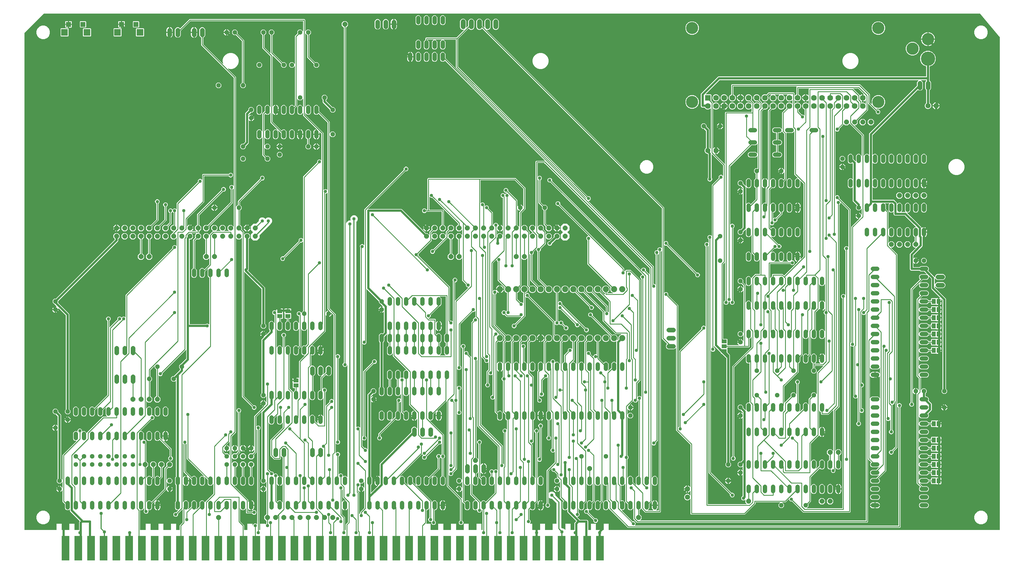
<source format=gbl>
G04 EAGLE Gerber RS-274X export*
G75*
%MOMM*%
%FSLAX34Y34*%
%LPD*%
%INBottom Copper*%
%IPPOS*%
%AMOC8*
5,1,8,0,0,1.08239X$1,22.5*%
G01*
%ADD10R,2.362200X7.620000*%
%ADD11C,1.320800*%
%ADD12P,1.539592X8X22.500000*%
%ADD13C,1.905000*%
%ADD14C,1.422400*%
%ADD15C,1.524000*%
%ADD16P,1.429621X8X292.500000*%
%ADD17P,1.429621X8X202.500000*%
%ADD18P,1.429621X8X112.500000*%
%ADD19R,1.524000X1.524000*%
%ADD20R,2.095500X2.095500*%
%ADD21P,1.429621X8X22.500000*%
%ADD22P,1.649562X8X22.500000*%
%ADD23P,1.649562X8X202.500000*%
%ADD24R,1.778000X1.778000*%
%ADD25C,1.778000*%
%ADD26C,3.766000*%
%ADD27R,1.600200X1.168400*%
%ADD28P,1.732040X8X112.500000*%
%ADD29C,1.600200*%
%ADD30P,1.732040X8X22.500000*%
%ADD31R,1.168400X1.600200*%
%ADD32P,1.539592X8X292.500000*%
%ADD33C,4.445000*%
%ADD34C,3.810000*%
%ADD35C,0.254000*%
%ADD36C,1.016000*%
%ADD37C,0.711200*%
%ADD38C,0.304800*%

G36*
X41148Y-38861D02*
X41148Y-38861D01*
X41168Y-38858D01*
X41187Y-38860D01*
X41289Y-38838D01*
X41391Y-38821D01*
X41408Y-38812D01*
X41428Y-38808D01*
X41517Y-38755D01*
X41608Y-38706D01*
X41622Y-38692D01*
X41639Y-38682D01*
X41706Y-38603D01*
X41778Y-38528D01*
X41786Y-38510D01*
X41799Y-38495D01*
X41838Y-38399D01*
X41881Y-38305D01*
X41883Y-38285D01*
X41891Y-38267D01*
X41909Y-38100D01*
X41909Y-19050D01*
X41910Y-19049D01*
X57658Y-19049D01*
X57659Y-19050D01*
X57659Y-38100D01*
X57662Y-38120D01*
X57660Y-38139D01*
X57682Y-38241D01*
X57698Y-38343D01*
X57708Y-38360D01*
X57712Y-38380D01*
X57765Y-38469D01*
X57814Y-38560D01*
X57828Y-38574D01*
X57838Y-38591D01*
X57917Y-38658D01*
X57992Y-38729D01*
X58010Y-38738D01*
X58025Y-38751D01*
X58121Y-38790D01*
X58215Y-38833D01*
X58235Y-38835D01*
X58253Y-38843D01*
X58420Y-38861D01*
X80772Y-38861D01*
X80792Y-38858D01*
X80811Y-38860D01*
X80913Y-38838D01*
X81015Y-38821D01*
X81032Y-38812D01*
X81052Y-38808D01*
X81141Y-38755D01*
X81232Y-38706D01*
X81246Y-38692D01*
X81263Y-38682D01*
X81330Y-38603D01*
X81402Y-38528D01*
X81410Y-38510D01*
X81423Y-38495D01*
X81462Y-38399D01*
X81505Y-38305D01*
X81507Y-38285D01*
X81515Y-38267D01*
X81533Y-38100D01*
X81533Y-19050D01*
X81534Y-19049D01*
X97282Y-19049D01*
X97283Y-19050D01*
X97283Y-38100D01*
X97286Y-38120D01*
X97284Y-38139D01*
X97306Y-38241D01*
X97322Y-38343D01*
X97332Y-38360D01*
X97336Y-38380D01*
X97389Y-38469D01*
X97438Y-38560D01*
X97452Y-38574D01*
X97462Y-38591D01*
X97541Y-38658D01*
X97616Y-38729D01*
X97634Y-38738D01*
X97649Y-38751D01*
X97745Y-38790D01*
X97839Y-38833D01*
X97859Y-38835D01*
X97877Y-38843D01*
X98044Y-38861D01*
X111125Y-38861D01*
X111145Y-38858D01*
X111164Y-38860D01*
X111266Y-38838D01*
X111368Y-38821D01*
X111385Y-38812D01*
X111405Y-38808D01*
X111494Y-38755D01*
X111585Y-38706D01*
X111599Y-38692D01*
X111616Y-38682D01*
X111683Y-38603D01*
X111755Y-38528D01*
X111763Y-38510D01*
X111776Y-38495D01*
X111815Y-38399D01*
X111858Y-38305D01*
X111860Y-38285D01*
X111868Y-38267D01*
X111886Y-38100D01*
X111886Y-14763D01*
X112737Y-12709D01*
X113796Y-11651D01*
X113807Y-11635D01*
X113823Y-11622D01*
X113879Y-11535D01*
X113939Y-11451D01*
X113945Y-11432D01*
X113956Y-11415D01*
X113981Y-11315D01*
X114011Y-11216D01*
X114011Y-11196D01*
X114016Y-11177D01*
X114008Y-11074D01*
X114005Y-10970D01*
X113998Y-10951D01*
X113997Y-10932D01*
X113956Y-10837D01*
X113921Y-10739D01*
X113908Y-10723D01*
X113900Y-10705D01*
X113796Y-10574D01*
X85841Y17380D01*
X84162Y19059D01*
X83311Y21113D01*
X83311Y24555D01*
X83300Y24626D01*
X83298Y24698D01*
X83280Y24747D01*
X83272Y24798D01*
X83238Y24861D01*
X83213Y24929D01*
X83181Y24969D01*
X83156Y25015D01*
X83104Y25065D01*
X83060Y25121D01*
X83016Y25149D01*
X82978Y25185D01*
X82913Y25215D01*
X82853Y25254D01*
X82802Y25266D01*
X82755Y25288D01*
X82684Y25296D01*
X82614Y25314D01*
X82562Y25310D01*
X82511Y25315D01*
X82440Y25300D01*
X82369Y25295D01*
X82321Y25274D01*
X82270Y25263D01*
X82209Y25226D01*
X82143Y25198D01*
X82087Y25154D01*
X82059Y25137D01*
X82044Y25119D01*
X82012Y25094D01*
X81092Y24174D01*
X77918Y22859D01*
X74482Y22859D01*
X71308Y24174D01*
X68878Y26604D01*
X67563Y29778D01*
X67563Y41751D01*
X67549Y41841D01*
X67541Y41932D01*
X67529Y41961D01*
X67524Y41993D01*
X67481Y42074D01*
X67445Y42158D01*
X67419Y42190D01*
X67408Y42211D01*
X67385Y42233D01*
X67340Y42289D01*
X60197Y49432D01*
X60197Y83527D01*
X60186Y83598D01*
X60184Y83669D01*
X60166Y83718D01*
X60158Y83770D01*
X60124Y83833D01*
X60099Y83900D01*
X60067Y83941D01*
X60042Y83987D01*
X59990Y84036D01*
X59946Y84092D01*
X59902Y84121D01*
X59864Y84156D01*
X59799Y84187D01*
X59739Y84225D01*
X59688Y84238D01*
X59641Y84260D01*
X59570Y84268D01*
X59500Y84285D01*
X59448Y84281D01*
X59397Y84287D01*
X59326Y84272D01*
X59255Y84266D01*
X59207Y84246D01*
X59156Y84235D01*
X59095Y84198D01*
X59029Y84170D01*
X58973Y84125D01*
X58945Y84109D01*
X58930Y84091D01*
X58898Y84065D01*
X54588Y79755D01*
X52323Y79755D01*
X52323Y88138D01*
X52320Y88158D01*
X52322Y88177D01*
X52300Y88279D01*
X52283Y88381D01*
X52274Y88398D01*
X52270Y88418D01*
X52217Y88507D01*
X52168Y88598D01*
X52154Y88612D01*
X52144Y88629D01*
X52065Y88696D01*
X51990Y88767D01*
X51972Y88776D01*
X51957Y88789D01*
X51861Y88827D01*
X51767Y88871D01*
X51747Y88873D01*
X51729Y88881D01*
X51562Y88899D01*
X50799Y88899D01*
X50799Y88901D01*
X51562Y88901D01*
X51582Y88904D01*
X51601Y88902D01*
X51703Y88924D01*
X51805Y88941D01*
X51822Y88950D01*
X51842Y88954D01*
X51931Y89007D01*
X52022Y89056D01*
X52036Y89070D01*
X52053Y89080D01*
X52120Y89159D01*
X52191Y89234D01*
X52200Y89252D01*
X52213Y89267D01*
X52252Y89363D01*
X52295Y89457D01*
X52297Y89477D01*
X52305Y89495D01*
X52323Y89662D01*
X52323Y98045D01*
X54588Y98045D01*
X58898Y93735D01*
X58956Y93693D01*
X59008Y93644D01*
X59055Y93622D01*
X59097Y93591D01*
X59166Y93570D01*
X59231Y93540D01*
X59283Y93534D01*
X59333Y93519D01*
X59404Y93521D01*
X59475Y93513D01*
X59526Y93524D01*
X59578Y93525D01*
X59646Y93550D01*
X59716Y93565D01*
X59761Y93592D01*
X59809Y93610D01*
X59865Y93655D01*
X59927Y93691D01*
X59961Y93731D01*
X60001Y93763D01*
X60040Y93824D01*
X60087Y93878D01*
X60106Y93927D01*
X60134Y93970D01*
X60152Y94040D01*
X60179Y94106D01*
X60187Y94178D01*
X60195Y94209D01*
X60193Y94232D01*
X60197Y94273D01*
X60197Y109645D01*
X60186Y109716D01*
X60184Y109788D01*
X60166Y109837D01*
X60158Y109888D01*
X60124Y109951D01*
X60099Y110019D01*
X60067Y110059D01*
X60042Y110105D01*
X59990Y110155D01*
X59946Y110211D01*
X59902Y110239D01*
X59864Y110275D01*
X59799Y110305D01*
X59739Y110344D01*
X59688Y110356D01*
X59641Y110378D01*
X59570Y110386D01*
X59500Y110404D01*
X59448Y110400D01*
X59397Y110406D01*
X59326Y110390D01*
X59255Y110385D01*
X59207Y110364D01*
X59156Y110353D01*
X59095Y110316D01*
X59029Y110288D01*
X58973Y110244D01*
X58945Y110227D01*
X58930Y110209D01*
X58898Y110184D01*
X54377Y105663D01*
X47223Y105663D01*
X42163Y110723D01*
X42163Y117877D01*
X44988Y120702D01*
X45041Y120776D01*
X45101Y120846D01*
X45113Y120876D01*
X45132Y120902D01*
X45159Y120989D01*
X45193Y121074D01*
X45197Y121115D01*
X45204Y121137D01*
X45203Y121169D01*
X45211Y121241D01*
X45211Y271741D01*
X45209Y271756D01*
X45210Y271768D01*
X45200Y271817D01*
X45198Y271883D01*
X45180Y271932D01*
X45172Y271984D01*
X45138Y272047D01*
X45113Y272114D01*
X45081Y272155D01*
X45056Y272201D01*
X45004Y272250D01*
X44960Y272306D01*
X44916Y272335D01*
X44878Y272370D01*
X44813Y272401D01*
X44753Y272439D01*
X44702Y272452D01*
X44655Y272474D01*
X44584Y272482D01*
X44514Y272499D01*
X44462Y272495D01*
X44411Y272501D01*
X44340Y272486D01*
X44269Y272480D01*
X44221Y272460D01*
X44170Y272449D01*
X44109Y272412D01*
X44043Y272384D01*
X43989Y272341D01*
X43978Y272335D01*
X43975Y272332D01*
X43959Y272323D01*
X43944Y272305D01*
X43912Y272279D01*
X41888Y270255D01*
X39623Y270255D01*
X39623Y278638D01*
X39620Y278658D01*
X39622Y278677D01*
X39600Y278779D01*
X39583Y278881D01*
X39574Y278898D01*
X39570Y278918D01*
X39517Y279007D01*
X39468Y279098D01*
X39454Y279112D01*
X39444Y279129D01*
X39365Y279196D01*
X39290Y279267D01*
X39272Y279276D01*
X39257Y279289D01*
X39161Y279327D01*
X39067Y279371D01*
X39047Y279373D01*
X39029Y279381D01*
X38862Y279399D01*
X38099Y279399D01*
X38099Y279401D01*
X38862Y279401D01*
X38882Y279404D01*
X38901Y279402D01*
X39003Y279424D01*
X39105Y279441D01*
X39122Y279450D01*
X39142Y279454D01*
X39231Y279507D01*
X39322Y279556D01*
X39336Y279570D01*
X39353Y279580D01*
X39420Y279659D01*
X39491Y279734D01*
X39500Y279752D01*
X39513Y279767D01*
X39552Y279863D01*
X39595Y279957D01*
X39597Y279977D01*
X39605Y279995D01*
X39623Y280162D01*
X39623Y288545D01*
X41888Y288545D01*
X43912Y286521D01*
X43970Y286479D01*
X44022Y286430D01*
X44069Y286408D01*
X44111Y286377D01*
X44180Y286356D01*
X44245Y286326D01*
X44297Y286320D01*
X44347Y286305D01*
X44418Y286307D01*
X44489Y286299D01*
X44540Y286310D01*
X44592Y286311D01*
X44660Y286336D01*
X44730Y286351D01*
X44775Y286378D01*
X44823Y286396D01*
X44879Y286441D01*
X44941Y286477D01*
X44975Y286517D01*
X45015Y286549D01*
X45054Y286610D01*
X45101Y286664D01*
X45120Y286713D01*
X45148Y286756D01*
X45166Y286826D01*
X45193Y286892D01*
X45201Y286964D01*
X45209Y286995D01*
X45207Y287018D01*
X45211Y287059D01*
X45211Y314870D01*
X45197Y314960D01*
X45189Y315051D01*
X45177Y315081D01*
X45172Y315112D01*
X45129Y315193D01*
X45093Y315277D01*
X45067Y315309D01*
X45056Y315330D01*
X45033Y315352D01*
X44988Y315408D01*
X39056Y321340D01*
X38982Y321393D01*
X38913Y321453D01*
X38883Y321465D01*
X38856Y321484D01*
X38769Y321511D01*
X38684Y321545D01*
X38644Y321549D01*
X38621Y321556D01*
X38589Y321555D01*
X38518Y321563D01*
X34523Y321563D01*
X29463Y326623D01*
X29463Y333777D01*
X34523Y338837D01*
X41677Y338837D01*
X46737Y333777D01*
X46737Y329782D01*
X46751Y329692D01*
X46759Y329601D01*
X46771Y329571D01*
X46776Y329539D01*
X46819Y329459D01*
X46855Y329375D01*
X46881Y329343D01*
X46892Y329322D01*
X46915Y329300D01*
X46960Y329244D01*
X55538Y320666D01*
X56389Y318612D01*
X56389Y121241D01*
X56403Y121151D01*
X56411Y121060D01*
X56423Y121030D01*
X56428Y120998D01*
X56471Y120918D01*
X56507Y120833D01*
X56533Y120801D01*
X56544Y120781D01*
X56567Y120759D01*
X56612Y120702D01*
X58898Y118416D01*
X58956Y118375D01*
X59008Y118325D01*
X59055Y118303D01*
X59097Y118273D01*
X59166Y118252D01*
X59231Y118222D01*
X59283Y118216D01*
X59333Y118201D01*
X59404Y118202D01*
X59475Y118194D01*
X59526Y118206D01*
X59578Y118207D01*
X59646Y118232D01*
X59716Y118247D01*
X59761Y118273D01*
X59809Y118291D01*
X59865Y118336D01*
X59927Y118373D01*
X59961Y118412D01*
X60001Y118445D01*
X60040Y118505D01*
X60087Y118560D01*
X60106Y118608D01*
X60134Y118652D01*
X60152Y118721D01*
X60179Y118788D01*
X60187Y118859D01*
X60195Y118890D01*
X60193Y118914D01*
X60197Y118955D01*
X60197Y195043D01*
X102614Y237460D01*
X102656Y237518D01*
X102705Y237570D01*
X102727Y237617D01*
X102758Y237659D01*
X102779Y237728D01*
X102809Y237793D01*
X102815Y237845D01*
X102830Y237895D01*
X102828Y237966D01*
X102836Y238037D01*
X102825Y238088D01*
X102824Y238140D01*
X102799Y238208D01*
X102784Y238278D01*
X102757Y238323D01*
X102739Y238371D01*
X102694Y238427D01*
X102657Y238489D01*
X102618Y238523D01*
X102585Y238563D01*
X102525Y238602D01*
X102471Y238649D01*
X102422Y238668D01*
X102378Y238696D01*
X102309Y238714D01*
X102242Y238741D01*
X102171Y238749D01*
X102140Y238757D01*
X102117Y238755D01*
X102076Y238759D01*
X99882Y238759D01*
X96708Y240074D01*
X94278Y242504D01*
X92963Y245678D01*
X92963Y262322D01*
X94278Y265496D01*
X96708Y267926D01*
X99882Y269241D01*
X103318Y269241D01*
X106135Y268074D01*
X106179Y268064D01*
X106221Y268044D01*
X106298Y268036D01*
X106374Y268018D01*
X106420Y268022D01*
X106465Y268017D01*
X106542Y268034D01*
X106619Y268041D01*
X106661Y268060D01*
X106706Y268069D01*
X106773Y268109D01*
X106844Y268141D01*
X106878Y268172D01*
X106917Y268196D01*
X106968Y268255D01*
X107025Y268307D01*
X107047Y268348D01*
X107077Y268382D01*
X107106Y268455D01*
X107143Y268523D01*
X107152Y268568D01*
X107169Y268611D01*
X107184Y268747D01*
X107187Y268765D01*
X107186Y268770D01*
X107187Y268777D01*
X107187Y271290D01*
X108270Y273904D01*
X110271Y275905D01*
X112885Y276988D01*
X115715Y276988D01*
X118329Y275905D01*
X120330Y273904D01*
X121413Y271290D01*
X121413Y268777D01*
X121420Y268732D01*
X121418Y268686D01*
X121440Y268611D01*
X121452Y268535D01*
X121474Y268494D01*
X121487Y268450D01*
X121531Y268386D01*
X121568Y268317D01*
X121601Y268286D01*
X121627Y268248D01*
X121690Y268201D01*
X121746Y268148D01*
X121788Y268128D01*
X121824Y268101D01*
X121898Y268077D01*
X121969Y268044D01*
X122015Y268039D01*
X122058Y268025D01*
X122136Y268026D01*
X122213Y268017D01*
X122258Y268027D01*
X122304Y268027D01*
X122436Y268065D01*
X122454Y268069D01*
X122458Y268072D01*
X122465Y268074D01*
X125282Y269241D01*
X128718Y269241D01*
X131892Y267926D01*
X134322Y265496D01*
X134933Y264022D01*
X134984Y263939D01*
X135030Y263853D01*
X135048Y263835D01*
X135062Y263813D01*
X135138Y263750D01*
X135208Y263683D01*
X135232Y263672D01*
X135252Y263656D01*
X135343Y263621D01*
X135431Y263580D01*
X135457Y263577D01*
X135481Y263568D01*
X135579Y263563D01*
X135675Y263553D01*
X135701Y263558D01*
X135727Y263557D01*
X135821Y263584D01*
X135916Y263605D01*
X135938Y263618D01*
X135963Y263626D01*
X136043Y263681D01*
X136127Y263731D01*
X136144Y263751D01*
X136165Y263766D01*
X136224Y263844D01*
X136287Y263918D01*
X136297Y263942D01*
X136312Y263963D01*
X136342Y264056D01*
X136379Y264146D01*
X136382Y264179D01*
X136388Y264197D01*
X136388Y264230D01*
X136397Y264313D01*
X136397Y264893D01*
X185957Y314453D01*
X198878Y314453D01*
X198974Y314468D01*
X199071Y314478D01*
X199095Y314488D01*
X199121Y314492D01*
X199207Y314538D01*
X199296Y314578D01*
X199315Y314595D01*
X199338Y314608D01*
X199405Y314678D01*
X199477Y314744D01*
X199489Y314767D01*
X199507Y314786D01*
X199548Y314874D01*
X199595Y314960D01*
X199600Y314985D01*
X199611Y315009D01*
X199622Y315106D01*
X199639Y315202D01*
X199635Y315228D01*
X199638Y315253D01*
X199617Y315349D01*
X199603Y315445D01*
X199591Y315468D01*
X199586Y315494D01*
X199536Y315578D01*
X199492Y315664D01*
X199473Y315682D01*
X199460Y315705D01*
X199386Y315768D01*
X199316Y315836D01*
X199288Y315852D01*
X199273Y315865D01*
X199242Y315877D01*
X199169Y315917D01*
X198308Y316274D01*
X195878Y318704D01*
X194563Y321878D01*
X194563Y338522D01*
X195765Y341423D01*
X195787Y341518D01*
X195816Y341611D01*
X195815Y341637D01*
X195821Y341662D01*
X195812Y341759D01*
X195809Y341857D01*
X195800Y341881D01*
X195798Y341907D01*
X195758Y341996D01*
X195725Y342088D01*
X195709Y342108D01*
X195698Y342132D01*
X195632Y342204D01*
X195571Y342280D01*
X195549Y342294D01*
X195532Y342313D01*
X195446Y342360D01*
X195364Y342413D01*
X195339Y342419D01*
X195316Y342432D01*
X195220Y342449D01*
X195126Y342473D01*
X195100Y342471D01*
X195074Y342475D01*
X194977Y342461D01*
X194881Y342454D01*
X194857Y342443D01*
X194831Y342440D01*
X194744Y342395D01*
X194654Y342357D01*
X194629Y342337D01*
X194611Y342328D01*
X194588Y342304D01*
X194523Y342253D01*
X186660Y334389D01*
X186607Y334315D01*
X186547Y334246D01*
X186535Y334215D01*
X186516Y334189D01*
X186489Y334102D01*
X186455Y334017D01*
X186451Y333976D01*
X186444Y333954D01*
X186445Y333922D01*
X186437Y333851D01*
X186437Y321878D01*
X185122Y318704D01*
X182692Y316274D01*
X179518Y314959D01*
X176082Y314959D01*
X172908Y316274D01*
X170478Y318704D01*
X169163Y321878D01*
X169163Y338522D01*
X170365Y341423D01*
X170387Y341518D01*
X170416Y341611D01*
X170415Y341637D01*
X170421Y341662D01*
X170412Y341759D01*
X170409Y341857D01*
X170400Y341881D01*
X170398Y341907D01*
X170358Y341996D01*
X170325Y342088D01*
X170309Y342108D01*
X170298Y342132D01*
X170232Y342204D01*
X170171Y342280D01*
X170149Y342294D01*
X170132Y342313D01*
X170046Y342360D01*
X169964Y342413D01*
X169939Y342419D01*
X169916Y342432D01*
X169820Y342449D01*
X169726Y342473D01*
X169700Y342471D01*
X169674Y342475D01*
X169577Y342461D01*
X169481Y342454D01*
X169457Y342443D01*
X169431Y342440D01*
X169344Y342395D01*
X169254Y342357D01*
X169229Y342337D01*
X169211Y342328D01*
X169188Y342304D01*
X169123Y342253D01*
X161260Y334389D01*
X161207Y334315D01*
X161147Y334246D01*
X161135Y334215D01*
X161116Y334189D01*
X161089Y334102D01*
X161055Y334017D01*
X161051Y333976D01*
X161044Y333954D01*
X161045Y333922D01*
X161037Y333851D01*
X161037Y321878D01*
X159722Y318704D01*
X157292Y316274D01*
X154118Y314959D01*
X150682Y314959D01*
X147508Y316274D01*
X145078Y318704D01*
X143763Y321878D01*
X143763Y338522D01*
X145078Y341696D01*
X147508Y344126D01*
X150682Y345441D01*
X154118Y345441D01*
X157292Y344126D01*
X158935Y342483D01*
X158952Y342471D01*
X158964Y342456D01*
X159051Y342400D01*
X159135Y342339D01*
X159154Y342333D01*
X159171Y342323D01*
X159271Y342297D01*
X159370Y342267D01*
X159390Y342267D01*
X159409Y342263D01*
X159512Y342271D01*
X159616Y342273D01*
X159635Y342280D01*
X159655Y342282D01*
X159750Y342322D01*
X159847Y342358D01*
X159863Y342370D01*
X159881Y342378D01*
X160012Y342483D01*
X199674Y382145D01*
X199727Y382219D01*
X199787Y382288D01*
X199799Y382319D01*
X199818Y382345D01*
X199845Y382432D01*
X199879Y382517D01*
X199883Y382558D01*
X199890Y382580D01*
X199889Y382612D01*
X199897Y382683D01*
X199897Y612286D01*
X199879Y612400D01*
X199861Y612517D01*
X199859Y612522D01*
X199858Y612528D01*
X199803Y612631D01*
X199750Y612736D01*
X199745Y612740D01*
X199742Y612746D01*
X199658Y612826D01*
X199574Y612908D01*
X199568Y612912D01*
X199564Y612915D01*
X199547Y612923D01*
X199427Y612989D01*
X199171Y613095D01*
X197170Y615096D01*
X196087Y617710D01*
X196087Y620540D01*
X197170Y623154D01*
X199171Y625155D01*
X201785Y626238D01*
X204615Y626238D01*
X207229Y625155D01*
X209230Y623154D01*
X210313Y620540D01*
X210313Y617710D01*
X209230Y615096D01*
X207229Y613095D01*
X206973Y612989D01*
X206874Y612928D01*
X206773Y612867D01*
X206769Y612863D01*
X206764Y612859D01*
X206690Y612770D01*
X206613Y612681D01*
X206611Y612675D01*
X206607Y612670D01*
X206565Y612562D01*
X206521Y612452D01*
X206520Y612445D01*
X206519Y612440D01*
X206518Y612422D01*
X206503Y612286D01*
X206503Y594011D01*
X206514Y593941D01*
X206516Y593869D01*
X206534Y593820D01*
X206542Y593769D01*
X206576Y593705D01*
X206601Y593638D01*
X206633Y593597D01*
X206658Y593551D01*
X206709Y593502D01*
X206754Y593446D01*
X206798Y593418D01*
X206836Y593382D01*
X206901Y593352D01*
X206961Y593313D01*
X207012Y593300D01*
X207059Y593278D01*
X207130Y593270D01*
X207200Y593253D01*
X207252Y593257D01*
X207303Y593251D01*
X207374Y593266D01*
X207445Y593272D01*
X207493Y593292D01*
X207544Y593303D01*
X207605Y593340D01*
X207671Y593368D01*
X207727Y593413D01*
X207755Y593430D01*
X207770Y593447D01*
X207802Y593473D01*
X230953Y616624D01*
X231022Y616719D01*
X231091Y616813D01*
X231093Y616819D01*
X231097Y616824D01*
X231131Y616935D01*
X231168Y617047D01*
X231168Y617053D01*
X231169Y617059D01*
X231166Y617176D01*
X231165Y617293D01*
X231163Y617300D01*
X231163Y617305D01*
X231157Y617323D01*
X231118Y617454D01*
X231012Y617710D01*
X231012Y620540D01*
X232095Y623154D01*
X234096Y625155D01*
X236710Y626238D01*
X239540Y626238D01*
X242154Y625155D01*
X243937Y623372D01*
X243953Y623361D01*
X243965Y623345D01*
X244053Y623289D01*
X244136Y623229D01*
X244155Y623223D01*
X244172Y623212D01*
X244273Y623187D01*
X244372Y623156D01*
X244391Y623157D01*
X244411Y623152D01*
X244514Y623160D01*
X244617Y623163D01*
X244636Y623170D01*
X244656Y623171D01*
X244751Y623211D01*
X244848Y623247D01*
X244864Y623260D01*
X244882Y623267D01*
X245013Y623372D01*
X246796Y625155D01*
X249410Y626238D01*
X252240Y626238D01*
X254854Y625155D01*
X255748Y624261D01*
X255806Y624219D01*
X255858Y624170D01*
X255905Y624148D01*
X255947Y624118D01*
X256016Y624097D01*
X256081Y624066D01*
X256133Y624061D01*
X256183Y624045D01*
X256254Y624047D01*
X256325Y624039D01*
X256376Y624050D01*
X256428Y624052D01*
X256496Y624076D01*
X256566Y624091D01*
X256611Y624118D01*
X256659Y624136D01*
X256715Y624181D01*
X256777Y624218D01*
X256811Y624257D01*
X256851Y624290D01*
X256890Y624350D01*
X256937Y624405D01*
X256956Y624453D01*
X256984Y624497D01*
X257002Y624566D01*
X257029Y624633D01*
X257037Y624704D01*
X257045Y624735D01*
X257043Y624759D01*
X257047Y624799D01*
X257047Y693518D01*
X402403Y838874D01*
X402472Y838969D01*
X402541Y839063D01*
X402543Y839069D01*
X402547Y839074D01*
X402581Y839185D01*
X402618Y839297D01*
X402618Y839303D01*
X402619Y839309D01*
X402616Y839426D01*
X402615Y839543D01*
X402613Y839550D01*
X402613Y839555D01*
X402607Y839573D01*
X402568Y839704D01*
X402462Y839960D01*
X402462Y842790D01*
X403545Y845404D01*
X405546Y847405D01*
X408160Y848488D01*
X410990Y848488D01*
X413604Y847405D01*
X414498Y846511D01*
X414556Y846469D01*
X414608Y846420D01*
X414655Y846398D01*
X414697Y846368D01*
X414766Y846347D01*
X414831Y846316D01*
X414883Y846311D01*
X414933Y846295D01*
X415004Y846297D01*
X415075Y846289D01*
X415126Y846300D01*
X415178Y846302D01*
X415246Y846326D01*
X415316Y846341D01*
X415361Y846368D01*
X415409Y846386D01*
X415465Y846431D01*
X415527Y846468D01*
X415561Y846507D01*
X415601Y846540D01*
X415640Y846600D01*
X415687Y846655D01*
X415706Y846703D01*
X415734Y846747D01*
X415752Y846816D01*
X415779Y846883D01*
X415787Y846954D01*
X415795Y846985D01*
X415793Y847009D01*
X415797Y847049D01*
X415797Y870208D01*
X415786Y870279D01*
X415784Y870351D01*
X415766Y870400D01*
X415758Y870451D01*
X415724Y870515D01*
X415699Y870582D01*
X415667Y870623D01*
X415642Y870669D01*
X415590Y870718D01*
X415546Y870774D01*
X415502Y870802D01*
X415464Y870838D01*
X415399Y870868D01*
X415339Y870907D01*
X415288Y870920D01*
X415241Y870942D01*
X415170Y870949D01*
X415100Y870967D01*
X415048Y870963D01*
X414997Y870969D01*
X414926Y870953D01*
X414855Y870948D01*
X414807Y870928D01*
X414756Y870916D01*
X414695Y870880D01*
X414629Y870852D01*
X414573Y870807D01*
X414545Y870790D01*
X414530Y870772D01*
X414498Y870747D01*
X410398Y866647D01*
X402402Y866647D01*
X396747Y872302D01*
X396747Y880298D01*
X402410Y885961D01*
X402477Y885976D01*
X402579Y885992D01*
X402596Y886002D01*
X402616Y886006D01*
X402705Y886059D01*
X402796Y886108D01*
X402810Y886122D01*
X402827Y886132D01*
X402894Y886211D01*
X402966Y886286D01*
X402974Y886304D01*
X402987Y886319D01*
X403026Y886415D01*
X403069Y886509D01*
X403071Y886529D01*
X403079Y886547D01*
X403097Y886714D01*
X403097Y887193D01*
X405255Y889351D01*
X406652Y890748D01*
X406694Y890806D01*
X406743Y890858D01*
X406765Y890905D01*
X406796Y890947D01*
X406817Y891016D01*
X406847Y891081D01*
X406853Y891133D01*
X406868Y891183D01*
X406866Y891254D01*
X406874Y891325D01*
X406863Y891376D01*
X406862Y891428D01*
X406837Y891496D01*
X406822Y891566D01*
X406795Y891611D01*
X406777Y891659D01*
X406732Y891715D01*
X406695Y891777D01*
X406656Y891811D01*
X406623Y891851D01*
X406563Y891890D01*
X406509Y891937D01*
X406460Y891956D01*
X406416Y891984D01*
X406347Y892002D01*
X406280Y892029D01*
X406209Y892037D01*
X406178Y892045D01*
X406155Y892043D01*
X406114Y892047D01*
X402402Y892047D01*
X396747Y897702D01*
X396747Y905698D01*
X402402Y911353D01*
X405511Y911353D01*
X405531Y911356D01*
X405550Y911354D01*
X405652Y911376D01*
X405754Y911392D01*
X405771Y911402D01*
X405791Y911406D01*
X405880Y911459D01*
X405971Y911508D01*
X405985Y911522D01*
X406002Y911532D01*
X406069Y911611D01*
X406141Y911686D01*
X406149Y911704D01*
X406162Y911719D01*
X406201Y911815D01*
X406244Y911909D01*
X406246Y911929D01*
X406254Y911947D01*
X406272Y912114D01*
X406272Y948836D01*
X406254Y948950D01*
X406236Y949067D01*
X406234Y949072D01*
X406233Y949078D01*
X406178Y949181D01*
X406125Y949286D01*
X406120Y949290D01*
X406117Y949296D01*
X406033Y949376D01*
X405949Y949458D01*
X405943Y949462D01*
X405939Y949465D01*
X405922Y949473D01*
X405802Y949539D01*
X405546Y949645D01*
X403763Y951428D01*
X403747Y951439D01*
X403735Y951455D01*
X403647Y951511D01*
X403564Y951571D01*
X403545Y951577D01*
X403528Y951588D01*
X403427Y951613D01*
X403328Y951644D01*
X403309Y951643D01*
X403289Y951648D01*
X403186Y951640D01*
X403083Y951637D01*
X403064Y951630D01*
X403044Y951629D01*
X402949Y951589D01*
X402852Y951553D01*
X402836Y951540D01*
X402818Y951533D01*
X402687Y951428D01*
X400904Y949645D01*
X400648Y949539D01*
X400549Y949478D01*
X400448Y949417D01*
X400444Y949413D01*
X400439Y949409D01*
X400365Y949320D01*
X400288Y949231D01*
X400286Y949225D01*
X400282Y949220D01*
X400240Y949112D01*
X400196Y949002D01*
X400195Y948995D01*
X400194Y948990D01*
X400193Y948972D01*
X400178Y948836D01*
X400178Y916207D01*
X390699Y906728D01*
X390688Y906712D01*
X390672Y906700D01*
X390616Y906613D01*
X390556Y906529D01*
X390550Y906510D01*
X390539Y906493D01*
X390514Y906392D01*
X390483Y906294D01*
X390484Y906274D01*
X390479Y906254D01*
X390487Y906151D01*
X390490Y906048D01*
X390496Y906029D01*
X390498Y906009D01*
X390538Y905914D01*
X390574Y905817D01*
X390587Y905801D01*
X390594Y905783D01*
X390653Y905710D01*
X390653Y897702D01*
X384998Y892047D01*
X377002Y892047D01*
X371347Y897702D01*
X371347Y905698D01*
X377002Y911353D01*
X385010Y911353D01*
X385043Y911332D01*
X385093Y911289D01*
X385120Y911278D01*
X385152Y911256D01*
X385171Y911250D01*
X385187Y911239D01*
X385267Y911219D01*
X385321Y911197D01*
X385353Y911194D01*
X385387Y911183D01*
X385407Y911184D01*
X385426Y911179D01*
X385461Y911182D01*
X385488Y911179D01*
X385493Y911179D01*
X385545Y911187D01*
X385632Y911190D01*
X385651Y911196D01*
X385671Y911198D01*
X385709Y911214D01*
X385735Y911219D01*
X385789Y911247D01*
X385863Y911274D01*
X385879Y911287D01*
X385897Y911294D01*
X385934Y911324D01*
X385953Y911334D01*
X385973Y911355D01*
X386028Y911399D01*
X393349Y918720D01*
X393402Y918794D01*
X393462Y918863D01*
X393474Y918894D01*
X393493Y918920D01*
X393520Y919007D01*
X393554Y919092D01*
X393558Y919133D01*
X393565Y919155D01*
X393564Y919187D01*
X393572Y919258D01*
X393572Y948836D01*
X393554Y948950D01*
X393536Y949067D01*
X393534Y949072D01*
X393533Y949078D01*
X393478Y949181D01*
X393425Y949286D01*
X393420Y949290D01*
X393417Y949296D01*
X393333Y949376D01*
X393249Y949458D01*
X393243Y949462D01*
X393239Y949465D01*
X393222Y949473D01*
X393102Y949539D01*
X392846Y949645D01*
X390845Y951646D01*
X389762Y954260D01*
X389762Y957090D01*
X390845Y959704D01*
X392846Y961705D01*
X395460Y962788D01*
X398290Y962788D01*
X400904Y961705D01*
X402687Y959922D01*
X402703Y959911D01*
X402715Y959895D01*
X402803Y959839D01*
X402886Y959779D01*
X402905Y959773D01*
X402922Y959762D01*
X403023Y959737D01*
X403122Y959706D01*
X403141Y959707D01*
X403161Y959702D01*
X403264Y959710D01*
X403367Y959713D01*
X403386Y959720D01*
X403406Y959721D01*
X403501Y959761D01*
X403598Y959797D01*
X403614Y959810D01*
X403632Y959817D01*
X403763Y959922D01*
X405546Y961705D01*
X408160Y962788D01*
X410990Y962788D01*
X413604Y961705D01*
X414498Y960811D01*
X414556Y960769D01*
X414608Y960720D01*
X414655Y960698D01*
X414697Y960668D01*
X414766Y960647D01*
X414831Y960616D01*
X414883Y960611D01*
X414933Y960595D01*
X415004Y960597D01*
X415075Y960589D01*
X415126Y960600D01*
X415178Y960602D01*
X415246Y960626D01*
X415316Y960641D01*
X415361Y960668D01*
X415409Y960686D01*
X415465Y960731D01*
X415527Y960768D01*
X415561Y960807D01*
X415601Y960840D01*
X415640Y960900D01*
X415687Y960955D01*
X415706Y961003D01*
X415734Y961047D01*
X415752Y961116D01*
X415779Y961183D01*
X415787Y961254D01*
X415795Y961285D01*
X415793Y961309D01*
X415797Y961349D01*
X415797Y979268D01*
X417955Y981426D01*
X481778Y1045249D01*
X481847Y1045344D01*
X481916Y1045438D01*
X481918Y1045444D01*
X481922Y1045449D01*
X481956Y1045560D01*
X481993Y1045672D01*
X481993Y1045678D01*
X481994Y1045684D01*
X481991Y1045801D01*
X481990Y1045918D01*
X481988Y1045925D01*
X481988Y1045930D01*
X481982Y1045947D01*
X481943Y1046079D01*
X481837Y1046335D01*
X481837Y1049165D01*
X482920Y1051779D01*
X484921Y1053780D01*
X487535Y1054863D01*
X490365Y1054863D01*
X492979Y1053780D01*
X493873Y1052886D01*
X493931Y1052844D01*
X493983Y1052795D01*
X494030Y1052773D01*
X494072Y1052743D01*
X494141Y1052722D01*
X494206Y1052691D01*
X494258Y1052686D01*
X494308Y1052670D01*
X494379Y1052672D01*
X494450Y1052664D01*
X494501Y1052675D01*
X494553Y1052677D01*
X494621Y1052701D01*
X494691Y1052716D01*
X494736Y1052743D01*
X494784Y1052761D01*
X494840Y1052806D01*
X494902Y1052843D01*
X494936Y1052882D01*
X494976Y1052915D01*
X495015Y1052975D01*
X495062Y1053030D01*
X495081Y1053078D01*
X495109Y1053122D01*
X495127Y1053191D01*
X495154Y1053258D01*
X495162Y1053329D01*
X495170Y1053360D01*
X495168Y1053384D01*
X495172Y1053424D01*
X495172Y1068168D01*
X497107Y1070103D01*
X577361Y1070103D01*
X577475Y1070121D01*
X577592Y1070139D01*
X577597Y1070141D01*
X577603Y1070142D01*
X577706Y1070197D01*
X577811Y1070250D01*
X577815Y1070255D01*
X577821Y1070258D01*
X577901Y1070342D01*
X577983Y1070426D01*
X577987Y1070432D01*
X577990Y1070436D01*
X577998Y1070453D01*
X578064Y1070573D01*
X578170Y1070829D01*
X580171Y1072830D01*
X582785Y1073913D01*
X585615Y1073913D01*
X588229Y1072830D01*
X590230Y1070829D01*
X591313Y1068215D01*
X591313Y1065385D01*
X590230Y1062771D01*
X588229Y1060770D01*
X585615Y1059687D01*
X582785Y1059687D01*
X580171Y1060770D01*
X578170Y1062771D01*
X578064Y1063027D01*
X578003Y1063126D01*
X577942Y1063227D01*
X577938Y1063231D01*
X577934Y1063236D01*
X577845Y1063310D01*
X577756Y1063387D01*
X577750Y1063389D01*
X577745Y1063393D01*
X577637Y1063435D01*
X577527Y1063479D01*
X577520Y1063480D01*
X577515Y1063481D01*
X577497Y1063482D01*
X577361Y1063497D01*
X502539Y1063497D01*
X502519Y1063494D01*
X502500Y1063496D01*
X502398Y1063474D01*
X502296Y1063458D01*
X502279Y1063448D01*
X502259Y1063444D01*
X502170Y1063391D01*
X502079Y1063342D01*
X502065Y1063328D01*
X502048Y1063318D01*
X501981Y1063239D01*
X501909Y1063164D01*
X501901Y1063146D01*
X501888Y1063131D01*
X501849Y1063035D01*
X501806Y1062941D01*
X501804Y1062921D01*
X501796Y1062903D01*
X501778Y1062736D01*
X501778Y982882D01*
X448026Y929130D01*
X447973Y929056D01*
X447913Y928987D01*
X447901Y928956D01*
X447882Y928930D01*
X447855Y928843D01*
X447821Y928758D01*
X447817Y928717D01*
X447810Y928695D01*
X447811Y928663D01*
X447803Y928592D01*
X447803Y908510D01*
X447814Y908439D01*
X447816Y908368D01*
X447834Y908319D01*
X447842Y908267D01*
X447876Y908204D01*
X447901Y908137D01*
X447933Y908096D01*
X447958Y908050D01*
X448010Y908000D01*
X448054Y907944D01*
X448098Y907916D01*
X448136Y907880D01*
X448201Y907850D01*
X448261Y907811D01*
X448312Y907799D01*
X448359Y907777D01*
X448430Y907769D01*
X448500Y907751D01*
X448552Y907755D01*
X448603Y907750D01*
X448674Y907765D01*
X448745Y907771D01*
X448793Y907791D01*
X448844Y907802D01*
X448905Y907839D01*
X448971Y907867D01*
X449027Y907912D01*
X449055Y907928D01*
X449070Y907946D01*
X449102Y907972D01*
X452991Y911861D01*
X455677Y911861D01*
X455677Y902462D01*
X455680Y902442D01*
X455678Y902423D01*
X455700Y902321D01*
X455717Y902219D01*
X455726Y902202D01*
X455730Y902182D01*
X455783Y902093D01*
X455832Y902002D01*
X455846Y901988D01*
X455856Y901971D01*
X455935Y901904D01*
X456010Y901833D01*
X456028Y901824D01*
X456043Y901811D01*
X456139Y901773D01*
X456233Y901729D01*
X456253Y901727D01*
X456271Y901719D01*
X456438Y901701D01*
X457201Y901701D01*
X457201Y900938D01*
X457204Y900918D01*
X457202Y900899D01*
X457224Y900797D01*
X457241Y900695D01*
X457250Y900678D01*
X457254Y900658D01*
X457307Y900569D01*
X457356Y900478D01*
X457370Y900464D01*
X457380Y900447D01*
X457459Y900380D01*
X457534Y900309D01*
X457552Y900300D01*
X457567Y900287D01*
X457663Y900248D01*
X457757Y900205D01*
X457777Y900203D01*
X457795Y900195D01*
X457962Y900177D01*
X467361Y900177D01*
X467361Y897491D01*
X463472Y893602D01*
X463430Y893544D01*
X463380Y893492D01*
X463359Y893445D01*
X463328Y893403D01*
X463307Y893334D01*
X463277Y893269D01*
X463271Y893217D01*
X463256Y893167D01*
X463258Y893096D01*
X463250Y893025D01*
X463261Y892974D01*
X463262Y892922D01*
X463287Y892854D01*
X463302Y892784D01*
X463329Y892739D01*
X463347Y892691D01*
X463391Y892635D01*
X463428Y892573D01*
X463468Y892539D01*
X463500Y892499D01*
X463561Y892460D01*
X463615Y892413D01*
X463663Y892394D01*
X463707Y892366D01*
X463777Y892348D01*
X463843Y892321D01*
X463915Y892313D01*
X463946Y892305D01*
X463969Y892307D01*
X464010Y892303D01*
X476508Y892303D01*
X476579Y892314D01*
X476651Y892316D01*
X476700Y892334D01*
X476751Y892342D01*
X476815Y892376D01*
X476882Y892401D01*
X476923Y892433D01*
X476969Y892458D01*
X477018Y892510D01*
X477074Y892554D01*
X477102Y892598D01*
X477138Y892636D01*
X477168Y892701D01*
X477207Y892761D01*
X477220Y892812D01*
X477242Y892859D01*
X477249Y892930D01*
X477267Y893000D01*
X477263Y893052D01*
X477269Y893103D01*
X477253Y893174D01*
X477248Y893245D01*
X477228Y893293D01*
X477216Y893344D01*
X477180Y893405D01*
X477152Y893471D01*
X477107Y893527D01*
X477090Y893555D01*
X477072Y893570D01*
X477047Y893602D01*
X472947Y897702D01*
X472947Y905698D01*
X478610Y911361D01*
X478677Y911376D01*
X478779Y911392D01*
X478796Y911402D01*
X478816Y911406D01*
X478905Y911459D01*
X478996Y911508D01*
X479010Y911522D01*
X479027Y911532D01*
X479094Y911611D01*
X479166Y911686D01*
X479174Y911704D01*
X479187Y911719D01*
X479226Y911815D01*
X479269Y911909D01*
X479271Y911929D01*
X479279Y911947D01*
X479297Y912114D01*
X479297Y944343D01*
X481455Y946501D01*
X554803Y1019849D01*
X554872Y1019944D01*
X554941Y1020038D01*
X554943Y1020044D01*
X554947Y1020049D01*
X554981Y1020160D01*
X555018Y1020272D01*
X555018Y1020278D01*
X555019Y1020284D01*
X555016Y1020401D01*
X555015Y1020518D01*
X555013Y1020525D01*
X555013Y1020530D01*
X555007Y1020548D01*
X554968Y1020679D01*
X554862Y1020935D01*
X554862Y1023765D01*
X555945Y1026379D01*
X557946Y1028380D01*
X560560Y1029463D01*
X563390Y1029463D01*
X566004Y1028380D01*
X568005Y1026379D01*
X569088Y1023765D01*
X569088Y1020935D01*
X568005Y1018321D01*
X566004Y1016320D01*
X563390Y1015237D01*
X560560Y1015237D01*
X560304Y1015343D01*
X560191Y1015370D01*
X560077Y1015399D01*
X560070Y1015398D01*
X560064Y1015400D01*
X559948Y1015389D01*
X559831Y1015380D01*
X559826Y1015377D01*
X559819Y1015377D01*
X559712Y1015329D01*
X559605Y1015283D01*
X559599Y1015279D01*
X559595Y1015277D01*
X559581Y1015264D01*
X559474Y1015178D01*
X486126Y941830D01*
X486073Y941756D01*
X486013Y941687D01*
X486001Y941656D01*
X485982Y941630D01*
X485955Y941543D01*
X485921Y941458D01*
X485917Y941417D01*
X485910Y941395D01*
X485911Y941363D01*
X485903Y941292D01*
X485903Y912114D01*
X485906Y912094D01*
X485904Y912075D01*
X485926Y911973D01*
X485942Y911871D01*
X485952Y911854D01*
X485956Y911834D01*
X486009Y911745D01*
X486058Y911654D01*
X486072Y911640D01*
X486082Y911623D01*
X486161Y911556D01*
X486236Y911484D01*
X486254Y911476D01*
X486269Y911463D01*
X486365Y911424D01*
X486459Y911381D01*
X486479Y911379D01*
X486497Y911371D01*
X486590Y911361D01*
X492253Y905698D01*
X492253Y897702D01*
X486590Y892039D01*
X486523Y892024D01*
X486421Y892008D01*
X486404Y891998D01*
X486384Y891994D01*
X486295Y891941D01*
X486204Y891892D01*
X486190Y891878D01*
X486173Y891868D01*
X486106Y891789D01*
X486034Y891714D01*
X486026Y891696D01*
X486013Y891681D01*
X485974Y891585D01*
X485931Y891491D01*
X485929Y891471D01*
X485921Y891453D01*
X485903Y891286D01*
X485903Y887632D01*
X485523Y887252D01*
X485481Y887194D01*
X485432Y887142D01*
X485410Y887095D01*
X485379Y887053D01*
X485358Y886984D01*
X485328Y886919D01*
X485322Y886867D01*
X485307Y886817D01*
X485309Y886746D01*
X485301Y886675D01*
X485312Y886624D01*
X485313Y886572D01*
X485338Y886504D01*
X485353Y886434D01*
X485380Y886389D01*
X485398Y886341D01*
X485443Y886285D01*
X485480Y886223D01*
X485519Y886189D01*
X485552Y886149D01*
X485612Y886110D01*
X485666Y886063D01*
X485715Y886044D01*
X485759Y886016D01*
X485828Y885998D01*
X485895Y885971D01*
X485966Y885963D01*
X485997Y885955D01*
X486020Y885957D01*
X486061Y885953D01*
X486598Y885953D01*
X492253Y880298D01*
X492253Y872302D01*
X486598Y866647D01*
X478590Y866647D01*
X478533Y866684D01*
X478448Y866744D01*
X478429Y866750D01*
X478413Y866761D01*
X478312Y866786D01*
X478213Y866817D01*
X478193Y866816D01*
X478174Y866821D01*
X478071Y866813D01*
X477968Y866810D01*
X477949Y866804D01*
X477929Y866802D01*
X477834Y866762D01*
X477737Y866726D01*
X477721Y866713D01*
X477703Y866706D01*
X477572Y866601D01*
X473426Y862455D01*
X473373Y862381D01*
X473313Y862312D01*
X473301Y862281D01*
X473282Y862255D01*
X473255Y862168D01*
X473221Y862083D01*
X473217Y862042D01*
X473210Y862020D01*
X473211Y861988D01*
X473203Y861917D01*
X473203Y777093D01*
X473222Y776978D01*
X473239Y776862D01*
X473241Y776856D01*
X473242Y776850D01*
X473297Y776748D01*
X473350Y776643D01*
X473355Y776638D01*
X473358Y776633D01*
X473442Y776553D01*
X473526Y776471D01*
X473532Y776467D01*
X473536Y776463D01*
X473553Y776456D01*
X473673Y776390D01*
X474792Y775926D01*
X477222Y773496D01*
X478537Y770322D01*
X478537Y753678D01*
X477222Y750504D01*
X474792Y748074D01*
X471618Y746759D01*
X468182Y746759D01*
X465008Y748074D01*
X462578Y750504D01*
X461263Y753678D01*
X461263Y770322D01*
X462578Y773496D01*
X465008Y775926D01*
X466127Y776390D01*
X466227Y776451D01*
X466327Y776511D01*
X466331Y776516D01*
X466336Y776519D01*
X466411Y776609D01*
X466487Y776698D01*
X466489Y776704D01*
X466493Y776709D01*
X466535Y776817D01*
X466579Y776926D01*
X466580Y776934D01*
X466581Y776938D01*
X466582Y776957D01*
X466597Y777093D01*
X466597Y864968D01*
X472901Y871272D01*
X472912Y871288D01*
X472928Y871300D01*
X472984Y871387D01*
X473044Y871471D01*
X473050Y871490D01*
X473061Y871507D01*
X473086Y871608D01*
X473117Y871706D01*
X473116Y871726D01*
X473121Y871746D01*
X473113Y871849D01*
X473110Y871952D01*
X473104Y871971D01*
X473102Y871991D01*
X473062Y872086D01*
X473026Y872183D01*
X473013Y872199D01*
X473006Y872217D01*
X472947Y872290D01*
X472947Y880298D01*
X477047Y884398D01*
X477089Y884456D01*
X477138Y884508D01*
X477160Y884555D01*
X477190Y884597D01*
X477211Y884666D01*
X477242Y884731D01*
X477247Y884783D01*
X477263Y884833D01*
X477261Y884904D01*
X477269Y884975D01*
X477258Y885026D01*
X477256Y885078D01*
X477232Y885146D01*
X477216Y885216D01*
X477190Y885261D01*
X477172Y885309D01*
X477127Y885365D01*
X477090Y885427D01*
X477051Y885461D01*
X477018Y885501D01*
X476958Y885540D01*
X476903Y885587D01*
X476855Y885606D01*
X476811Y885634D01*
X476742Y885652D01*
X476675Y885679D01*
X476604Y885687D01*
X476573Y885695D01*
X476549Y885693D01*
X476508Y885697D01*
X463292Y885697D01*
X463221Y885686D01*
X463149Y885684D01*
X463100Y885666D01*
X463049Y885658D01*
X462985Y885624D01*
X462918Y885599D01*
X462877Y885567D01*
X462831Y885542D01*
X462782Y885490D01*
X462726Y885446D01*
X462698Y885402D01*
X462662Y885364D01*
X462632Y885299D01*
X462593Y885239D01*
X462580Y885188D01*
X462558Y885141D01*
X462551Y885070D01*
X462533Y885000D01*
X462537Y884948D01*
X462531Y884897D01*
X462547Y884826D01*
X462552Y884755D01*
X462572Y884707D01*
X462584Y884656D01*
X462620Y884595D01*
X462648Y884529D01*
X462693Y884473D01*
X462710Y884445D01*
X462728Y884430D01*
X462753Y884398D01*
X466853Y880298D01*
X466853Y872302D01*
X461198Y866647D01*
X457200Y866647D01*
X457180Y866644D01*
X457161Y866646D01*
X457059Y866624D01*
X456957Y866608D01*
X456940Y866598D01*
X456920Y866594D01*
X456831Y866541D01*
X456740Y866492D01*
X456726Y866478D01*
X456709Y866468D01*
X456642Y866389D01*
X456570Y866314D01*
X456562Y866296D01*
X456549Y866281D01*
X456510Y866185D01*
X456467Y866091D01*
X456465Y866071D01*
X456457Y866053D01*
X456439Y865886D01*
X456439Y603250D01*
X456442Y603230D01*
X456440Y603211D01*
X456462Y603109D01*
X456478Y603007D01*
X456488Y602990D01*
X456492Y602970D01*
X456545Y602881D01*
X456594Y602790D01*
X456608Y602776D01*
X456618Y602759D01*
X456697Y602692D01*
X456772Y602620D01*
X456790Y602612D01*
X456805Y602599D01*
X456901Y602560D01*
X456995Y602517D01*
X457015Y602515D01*
X457033Y602507D01*
X457200Y602489D01*
X506390Y602489D01*
X506480Y602503D01*
X506571Y602511D01*
X506600Y602523D01*
X506632Y602528D01*
X506713Y602571D01*
X506797Y602607D01*
X506829Y602633D01*
X506850Y602644D01*
X506872Y602667D01*
X506928Y602712D01*
X507146Y602930D01*
X509760Y604013D01*
X512590Y604013D01*
X515204Y602930D01*
X516098Y602036D01*
X516156Y601994D01*
X516208Y601945D01*
X516255Y601923D01*
X516297Y601893D01*
X516366Y601872D01*
X516431Y601841D01*
X516483Y601836D01*
X516533Y601820D01*
X516604Y601822D01*
X516675Y601814D01*
X516726Y601825D01*
X516778Y601827D01*
X516846Y601851D01*
X516916Y601866D01*
X516961Y601893D01*
X517009Y601911D01*
X517065Y601956D01*
X517127Y601993D01*
X517161Y602032D01*
X517201Y602065D01*
X517240Y602125D01*
X517287Y602180D01*
X517306Y602228D01*
X517334Y602272D01*
X517352Y602341D01*
X517379Y602408D01*
X517387Y602479D01*
X517395Y602510D01*
X517393Y602534D01*
X517397Y602574D01*
X517397Y746907D01*
X517378Y747022D01*
X517361Y747138D01*
X517359Y747144D01*
X517358Y747150D01*
X517303Y747252D01*
X517250Y747357D01*
X517245Y747362D01*
X517242Y747367D01*
X517158Y747447D01*
X517074Y747529D01*
X517068Y747533D01*
X517064Y747537D01*
X517047Y747544D01*
X516927Y747610D01*
X515808Y748074D01*
X513378Y750504D01*
X512063Y753678D01*
X512063Y770322D01*
X513265Y773223D01*
X513287Y773318D01*
X513316Y773411D01*
X513315Y773437D01*
X513321Y773462D01*
X513312Y773559D01*
X513309Y773657D01*
X513300Y773681D01*
X513298Y773707D01*
X513258Y773796D01*
X513225Y773888D01*
X513209Y773908D01*
X513198Y773932D01*
X513132Y774004D01*
X513071Y774080D01*
X513049Y774094D01*
X513032Y774113D01*
X512946Y774160D01*
X512864Y774213D01*
X512839Y774219D01*
X512816Y774232D01*
X512720Y774249D01*
X512626Y774273D01*
X512600Y774271D01*
X512574Y774275D01*
X512477Y774261D01*
X512381Y774254D01*
X512357Y774243D01*
X512331Y774240D01*
X512244Y774195D01*
X512154Y774157D01*
X512129Y774137D01*
X512111Y774128D01*
X512088Y774104D01*
X512023Y774053D01*
X504160Y766189D01*
X504107Y766115D01*
X504047Y766046D01*
X504035Y766015D01*
X504016Y765989D01*
X503989Y765902D01*
X503955Y765817D01*
X503951Y765776D01*
X503944Y765754D01*
X503945Y765722D01*
X503937Y765651D01*
X503937Y753678D01*
X502622Y750504D01*
X500192Y748074D01*
X497018Y746759D01*
X493582Y746759D01*
X490408Y748074D01*
X487978Y750504D01*
X486663Y753678D01*
X486663Y770322D01*
X487978Y773496D01*
X490408Y775926D01*
X493582Y777241D01*
X497018Y777241D01*
X500192Y775926D01*
X501835Y774283D01*
X501852Y774271D01*
X501864Y774256D01*
X501951Y774199D01*
X502035Y774139D01*
X502054Y774133D01*
X502071Y774123D01*
X502172Y774097D01*
X502270Y774067D01*
X502290Y774067D01*
X502310Y774063D01*
X502412Y774071D01*
X502516Y774073D01*
X502535Y774080D01*
X502555Y774082D01*
X502649Y774122D01*
X502747Y774158D01*
X502763Y774170D01*
X502781Y774178D01*
X502912Y774283D01*
X517174Y788545D01*
X517227Y788619D01*
X517287Y788688D01*
X517299Y788719D01*
X517318Y788745D01*
X517345Y788832D01*
X517379Y788917D01*
X517383Y788958D01*
X517390Y788980D01*
X517389Y789012D01*
X517397Y789083D01*
X517397Y806708D01*
X517386Y806779D01*
X517384Y806851D01*
X517366Y806900D01*
X517358Y806951D01*
X517324Y807015D01*
X517299Y807082D01*
X517267Y807123D01*
X517242Y807169D01*
X517190Y807218D01*
X517146Y807274D01*
X517102Y807302D01*
X517064Y807338D01*
X516999Y807368D01*
X516939Y807407D01*
X516888Y807420D01*
X516841Y807442D01*
X516770Y807449D01*
X516700Y807467D01*
X516648Y807463D01*
X516597Y807469D01*
X516526Y807453D01*
X516455Y807448D01*
X516407Y807428D01*
X516356Y807416D01*
X516295Y807380D01*
X516229Y807352D01*
X516173Y807307D01*
X516145Y807290D01*
X516130Y807272D01*
X516098Y807247D01*
X511998Y803147D01*
X504002Y803147D01*
X498347Y808802D01*
X498347Y816798D01*
X504010Y822461D01*
X504077Y822476D01*
X504179Y822492D01*
X504196Y822502D01*
X504216Y822506D01*
X504305Y822559D01*
X504396Y822608D01*
X504410Y822622D01*
X504427Y822632D01*
X504494Y822711D01*
X504566Y822786D01*
X504574Y822804D01*
X504587Y822819D01*
X504626Y822915D01*
X504669Y823009D01*
X504671Y823029D01*
X504679Y823047D01*
X504697Y823214D01*
X504697Y865886D01*
X504694Y865906D01*
X504696Y865925D01*
X504674Y866027D01*
X504658Y866129D01*
X504648Y866146D01*
X504644Y866166D01*
X504591Y866255D01*
X504542Y866346D01*
X504528Y866360D01*
X504518Y866377D01*
X504439Y866444D01*
X504364Y866516D01*
X504346Y866524D01*
X504331Y866537D01*
X504235Y866576D01*
X504141Y866619D01*
X504121Y866621D01*
X504103Y866629D01*
X504010Y866639D01*
X498347Y872302D01*
X498347Y880298D01*
X504002Y885953D01*
X511998Y885953D01*
X516714Y881237D01*
X516730Y881225D01*
X516743Y881209D01*
X516830Y881153D01*
X516914Y881093D01*
X516933Y881087D01*
X516950Y881076D01*
X517050Y881051D01*
X517149Y881021D01*
X517169Y881021D01*
X517188Y881016D01*
X517291Y881024D01*
X517395Y881027D01*
X517414Y881034D01*
X517434Y881036D01*
X517528Y881076D01*
X517626Y881112D01*
X517642Y881124D01*
X517660Y881132D01*
X517791Y881237D01*
X528463Y891909D01*
X528475Y891925D01*
X528491Y891938D01*
X528547Y892025D01*
X528607Y892109D01*
X528613Y892128D01*
X528624Y892145D01*
X528649Y892245D01*
X528679Y892344D01*
X528679Y892364D01*
X528684Y892383D01*
X528676Y892486D01*
X528673Y892590D01*
X528666Y892609D01*
X528664Y892628D01*
X528624Y892723D01*
X528588Y892821D01*
X528576Y892836D01*
X528568Y892855D01*
X528463Y892986D01*
X523747Y897702D01*
X523747Y905698D01*
X529402Y911353D01*
X537398Y911353D01*
X543053Y905698D01*
X543053Y897702D01*
X538953Y893602D01*
X538911Y893544D01*
X538862Y893492D01*
X538840Y893445D01*
X538810Y893403D01*
X538789Y893334D01*
X538758Y893269D01*
X538753Y893217D01*
X538737Y893167D01*
X538739Y893096D01*
X538731Y893025D01*
X538742Y892974D01*
X538744Y892922D01*
X538768Y892854D01*
X538784Y892784D01*
X538810Y892739D01*
X538828Y892691D01*
X538873Y892635D01*
X538910Y892573D01*
X538949Y892539D01*
X538982Y892499D01*
X539042Y892460D01*
X539097Y892413D01*
X539145Y892394D01*
X539189Y892366D01*
X539258Y892348D01*
X539325Y892321D01*
X539396Y892313D01*
X539427Y892305D01*
X539451Y892307D01*
X539492Y892303D01*
X552708Y892303D01*
X552779Y892314D01*
X552851Y892316D01*
X552900Y892334D01*
X552951Y892342D01*
X553015Y892376D01*
X553082Y892401D01*
X553123Y892433D01*
X553169Y892458D01*
X553218Y892510D01*
X553274Y892554D01*
X553302Y892598D01*
X553338Y892636D01*
X553368Y892701D01*
X553407Y892761D01*
X553420Y892812D01*
X553442Y892859D01*
X553449Y892930D01*
X553467Y893000D01*
X553463Y893052D01*
X553469Y893103D01*
X553453Y893174D01*
X553448Y893245D01*
X553428Y893293D01*
X553416Y893344D01*
X553380Y893405D01*
X553352Y893471D01*
X553307Y893527D01*
X553290Y893555D01*
X553272Y893570D01*
X553247Y893602D01*
X549147Y897702D01*
X549147Y905698D01*
X554802Y911353D01*
X562798Y911353D01*
X568453Y905698D01*
X568453Y897702D01*
X564353Y893602D01*
X564311Y893544D01*
X564262Y893492D01*
X564240Y893445D01*
X564210Y893403D01*
X564189Y893334D01*
X564158Y893269D01*
X564153Y893217D01*
X564137Y893167D01*
X564139Y893096D01*
X564131Y893025D01*
X564142Y892974D01*
X564144Y892922D01*
X564168Y892854D01*
X564184Y892784D01*
X564210Y892739D01*
X564228Y892691D01*
X564273Y892635D01*
X564310Y892573D01*
X564349Y892539D01*
X564382Y892499D01*
X564442Y892460D01*
X564497Y892413D01*
X564545Y892394D01*
X564589Y892366D01*
X564658Y892348D01*
X564725Y892321D01*
X564796Y892313D01*
X564827Y892305D01*
X564851Y892307D01*
X564892Y892303D01*
X578108Y892303D01*
X578179Y892314D01*
X578251Y892316D01*
X578300Y892334D01*
X578351Y892342D01*
X578415Y892376D01*
X578482Y892401D01*
X578523Y892433D01*
X578569Y892458D01*
X578618Y892510D01*
X578674Y892554D01*
X578702Y892598D01*
X578738Y892636D01*
X578768Y892701D01*
X578807Y892761D01*
X578820Y892812D01*
X578842Y892859D01*
X578849Y892930D01*
X578867Y893000D01*
X578863Y893052D01*
X578869Y893103D01*
X578853Y893174D01*
X578848Y893245D01*
X578828Y893293D01*
X578816Y893344D01*
X578780Y893405D01*
X578752Y893471D01*
X578707Y893527D01*
X578690Y893555D01*
X578672Y893570D01*
X578647Y893602D01*
X574547Y897702D01*
X574547Y905698D01*
X580202Y911353D01*
X588198Y911353D01*
X592298Y907253D01*
X592356Y907211D01*
X592408Y907162D01*
X592455Y907140D01*
X592497Y907110D01*
X592566Y907089D01*
X592631Y907058D01*
X592683Y907053D01*
X592733Y907037D01*
X592804Y907039D01*
X592875Y907031D01*
X592926Y907042D01*
X592978Y907044D01*
X593046Y907068D01*
X593116Y907084D01*
X593161Y907110D01*
X593209Y907128D01*
X593265Y907173D01*
X593327Y907210D01*
X593361Y907249D01*
X593401Y907282D01*
X593440Y907342D01*
X593487Y907397D01*
X593506Y907445D01*
X593534Y907489D01*
X593552Y907558D01*
X593579Y907625D01*
X593587Y907696D01*
X593595Y907727D01*
X593593Y907751D01*
X593597Y907792D01*
X593597Y1023026D01*
X593586Y1023096D01*
X593584Y1023168D01*
X593566Y1023217D01*
X593558Y1023268D01*
X593524Y1023332D01*
X593499Y1023399D01*
X593467Y1023440D01*
X593442Y1023486D01*
X593390Y1023535D01*
X593346Y1023591D01*
X593302Y1023619D01*
X593264Y1023655D01*
X593199Y1023685D01*
X593139Y1023724D01*
X593088Y1023737D01*
X593041Y1023759D01*
X592970Y1023767D01*
X592900Y1023784D01*
X592848Y1023780D01*
X592797Y1023786D01*
X592726Y1023771D01*
X592655Y1023765D01*
X592607Y1023745D01*
X592556Y1023734D01*
X592495Y1023697D01*
X592429Y1023669D01*
X592373Y1023624D01*
X592345Y1023607D01*
X592330Y1023590D01*
X592298Y1023564D01*
X591404Y1022670D01*
X591148Y1022564D01*
X591049Y1022503D01*
X590948Y1022442D01*
X590944Y1022438D01*
X590939Y1022434D01*
X590865Y1022345D01*
X590788Y1022256D01*
X590786Y1022250D01*
X590782Y1022245D01*
X590740Y1022137D01*
X590696Y1022027D01*
X590695Y1022020D01*
X590694Y1022015D01*
X590693Y1021997D01*
X590678Y1021861D01*
X590678Y979707D01*
X517699Y906728D01*
X517688Y906712D01*
X517672Y906700D01*
X517616Y906613D01*
X517556Y906529D01*
X517550Y906510D01*
X517539Y906493D01*
X517514Y906392D01*
X517483Y906294D01*
X517484Y906274D01*
X517479Y906254D01*
X517487Y906151D01*
X517490Y906048D01*
X517496Y906029D01*
X517498Y906009D01*
X517538Y905914D01*
X517574Y905817D01*
X517587Y905801D01*
X517594Y905783D01*
X517653Y905710D01*
X517653Y897702D01*
X511998Y892047D01*
X504002Y892047D01*
X498347Y897702D01*
X498347Y905698D01*
X504002Y911353D01*
X512010Y911353D01*
X512043Y911332D01*
X512093Y911289D01*
X512120Y911278D01*
X512152Y911256D01*
X512171Y911250D01*
X512187Y911239D01*
X512267Y911219D01*
X512321Y911197D01*
X512353Y911194D01*
X512387Y911183D01*
X512407Y911184D01*
X512426Y911179D01*
X512461Y911182D01*
X512488Y911179D01*
X512493Y911179D01*
X512545Y911187D01*
X512632Y911190D01*
X512651Y911196D01*
X512671Y911198D01*
X512709Y911214D01*
X512735Y911219D01*
X512789Y911247D01*
X512863Y911274D01*
X512879Y911287D01*
X512897Y911294D01*
X512934Y911324D01*
X512953Y911334D01*
X512973Y911355D01*
X513028Y911399D01*
X583849Y982220D01*
X583895Y982283D01*
X583918Y982308D01*
X583923Y982318D01*
X583962Y982363D01*
X583974Y982394D01*
X583993Y982420D01*
X584020Y982507D01*
X584054Y982592D01*
X584058Y982633D01*
X584065Y982655D01*
X584064Y982687D01*
X584072Y982758D01*
X584072Y1021861D01*
X584054Y1021975D01*
X584036Y1022092D01*
X584034Y1022097D01*
X584033Y1022103D01*
X583979Y1022205D01*
X583925Y1022311D01*
X583920Y1022315D01*
X583917Y1022321D01*
X583833Y1022401D01*
X583749Y1022483D01*
X583743Y1022487D01*
X583739Y1022490D01*
X583722Y1022498D01*
X583602Y1022564D01*
X583346Y1022670D01*
X581345Y1024671D01*
X580262Y1027285D01*
X580262Y1030115D01*
X581345Y1032729D01*
X583346Y1034730D01*
X585960Y1035813D01*
X588790Y1035813D01*
X591404Y1034730D01*
X592298Y1033836D01*
X592356Y1033794D01*
X592408Y1033745D01*
X592455Y1033723D01*
X592497Y1033693D01*
X592566Y1033672D01*
X592631Y1033641D01*
X592683Y1033636D01*
X592733Y1033620D01*
X592804Y1033622D01*
X592875Y1033614D01*
X592926Y1033625D01*
X592978Y1033627D01*
X593046Y1033651D01*
X593116Y1033666D01*
X593161Y1033693D01*
X593209Y1033711D01*
X593265Y1033756D01*
X593327Y1033793D01*
X593361Y1033832D01*
X593401Y1033865D01*
X593440Y1033925D01*
X593487Y1033980D01*
X593506Y1034028D01*
X593534Y1034072D01*
X593552Y1034141D01*
X593579Y1034208D01*
X593587Y1034279D01*
X593595Y1034310D01*
X593593Y1034334D01*
X593597Y1034374D01*
X593597Y1369917D01*
X593583Y1370007D01*
X593575Y1370098D01*
X593563Y1370127D01*
X593558Y1370159D01*
X593515Y1370240D01*
X593479Y1370324D01*
X593453Y1370356D01*
X593442Y1370377D01*
X593419Y1370399D01*
X593374Y1370455D01*
X491997Y1471832D01*
X491997Y1495149D01*
X491978Y1495264D01*
X491961Y1495380D01*
X491959Y1495386D01*
X491958Y1495392D01*
X491903Y1495495D01*
X491850Y1495599D01*
X491845Y1495604D01*
X491842Y1495609D01*
X491758Y1495689D01*
X491674Y1495772D01*
X491668Y1495775D01*
X491664Y1495779D01*
X491647Y1495787D01*
X491527Y1495853D01*
X490120Y1496435D01*
X487547Y1499008D01*
X486155Y1502369D01*
X486155Y1520231D01*
X487547Y1523592D01*
X490120Y1526165D01*
X493481Y1527557D01*
X497119Y1527557D01*
X500480Y1526165D01*
X503053Y1523592D01*
X504445Y1520231D01*
X504445Y1502369D01*
X503053Y1499008D01*
X500480Y1496435D01*
X499073Y1495853D01*
X498973Y1495791D01*
X498873Y1495731D01*
X498869Y1495726D01*
X498864Y1495723D01*
X498789Y1495633D01*
X498713Y1495544D01*
X498711Y1495538D01*
X498707Y1495533D01*
X498665Y1495425D01*
X498621Y1495316D01*
X498620Y1495308D01*
X498619Y1495304D01*
X498618Y1495286D01*
X498603Y1495149D01*
X498603Y1474883D01*
X498617Y1474793D01*
X498625Y1474702D01*
X498637Y1474673D01*
X498642Y1474641D01*
X498685Y1474560D01*
X498721Y1474476D01*
X498747Y1474444D01*
X498758Y1474423D01*
X498781Y1474401D01*
X498826Y1474345D01*
X559223Y1413947D01*
X559262Y1413919D01*
X559295Y1413884D01*
X559362Y1413848D01*
X559423Y1413804D01*
X559469Y1413790D01*
X559511Y1413767D01*
X559586Y1413754D01*
X559658Y1413731D01*
X559706Y1413733D01*
X559753Y1413724D01*
X559828Y1413736D01*
X559904Y1413738D01*
X559949Y1413754D01*
X559997Y1413762D01*
X560064Y1413796D01*
X560135Y1413822D01*
X560173Y1413852D01*
X560215Y1413874D01*
X560268Y1413929D01*
X560327Y1413976D01*
X560353Y1414016D01*
X560387Y1414051D01*
X560419Y1414119D01*
X560460Y1414183D01*
X560472Y1414229D01*
X560493Y1414273D01*
X560502Y1414348D01*
X560520Y1414421D01*
X560517Y1414469D01*
X560522Y1414517D01*
X560503Y1414645D01*
X560501Y1414667D01*
X560499Y1414673D01*
X560497Y1414683D01*
X559307Y1419123D01*
X559307Y1425677D01*
X561004Y1432008D01*
X564281Y1437684D01*
X568916Y1442319D01*
X574592Y1445596D01*
X580923Y1447293D01*
X587477Y1447293D01*
X593808Y1445596D01*
X599484Y1442319D01*
X604119Y1437684D01*
X607396Y1432008D01*
X609093Y1425677D01*
X609093Y1419123D01*
X607396Y1412792D01*
X604119Y1407116D01*
X599484Y1402481D01*
X593808Y1399204D01*
X587477Y1397507D01*
X580923Y1397507D01*
X576483Y1398697D01*
X576435Y1398702D01*
X576389Y1398716D01*
X576313Y1398714D01*
X576238Y1398721D01*
X576191Y1398711D01*
X576143Y1398710D01*
X576072Y1398683D01*
X575998Y1398667D01*
X575957Y1398641D01*
X575912Y1398625D01*
X575853Y1398578D01*
X575788Y1398538D01*
X575758Y1398501D01*
X575720Y1398471D01*
X575679Y1398408D01*
X575631Y1398349D01*
X575613Y1398305D01*
X575587Y1398264D01*
X575569Y1398191D01*
X575541Y1398120D01*
X575539Y1398072D01*
X575527Y1398026D01*
X575533Y1397950D01*
X575529Y1397875D01*
X575542Y1397829D01*
X575546Y1397781D01*
X575576Y1397711D01*
X575597Y1397638D01*
X575624Y1397598D01*
X575643Y1397554D01*
X575723Y1397454D01*
X575736Y1397435D01*
X575741Y1397431D01*
X575747Y1397423D01*
X600203Y1372968D01*
X600203Y969855D01*
X600214Y969784D01*
X600216Y969712D01*
X600234Y969663D01*
X600242Y969612D01*
X600276Y969549D01*
X600301Y969481D01*
X600333Y969441D01*
X600358Y969395D01*
X600410Y969345D01*
X600454Y969289D01*
X600498Y969261D01*
X600536Y969225D01*
X600601Y969195D01*
X600661Y969156D01*
X600712Y969144D01*
X600759Y969122D01*
X600830Y969114D01*
X600900Y969096D01*
X600952Y969100D01*
X601003Y969094D01*
X601074Y969110D01*
X601145Y969115D01*
X601193Y969136D01*
X601244Y969147D01*
X601305Y969184D01*
X601371Y969212D01*
X601427Y969256D01*
X601455Y969273D01*
X601470Y969291D01*
X601502Y969316D01*
X606074Y973888D01*
X606127Y973962D01*
X606187Y974032D01*
X606199Y974062D01*
X606218Y974088D01*
X606245Y974175D01*
X606279Y974260D01*
X606283Y974301D01*
X606290Y974323D01*
X606289Y974355D01*
X606297Y974427D01*
X606297Y985618D01*
X608455Y987776D01*
X675453Y1054774D01*
X675522Y1054869D01*
X675591Y1054963D01*
X675593Y1054969D01*
X675597Y1054974D01*
X675631Y1055085D01*
X675668Y1055197D01*
X675668Y1055203D01*
X675669Y1055209D01*
X675666Y1055325D01*
X675665Y1055443D01*
X675663Y1055450D01*
X675663Y1055455D01*
X675657Y1055472D01*
X675618Y1055604D01*
X675512Y1055860D01*
X675512Y1058690D01*
X676595Y1061304D01*
X678596Y1063305D01*
X681210Y1064388D01*
X684040Y1064388D01*
X686654Y1063305D01*
X688655Y1061304D01*
X689738Y1058690D01*
X689738Y1055860D01*
X688655Y1053246D01*
X686654Y1051245D01*
X684040Y1050162D01*
X681210Y1050162D01*
X680954Y1050268D01*
X680841Y1050295D01*
X680727Y1050324D01*
X680720Y1050323D01*
X680714Y1050325D01*
X680598Y1050314D01*
X680481Y1050305D01*
X680476Y1050302D01*
X680469Y1050302D01*
X680362Y1050254D01*
X680255Y1050208D01*
X680249Y1050204D01*
X680245Y1050202D01*
X680231Y1050189D01*
X680124Y1050103D01*
X613126Y983105D01*
X613073Y983031D01*
X613013Y982962D01*
X613001Y982931D01*
X612982Y982905D01*
X612955Y982818D01*
X612921Y982733D01*
X612917Y982692D01*
X612910Y982670D01*
X612911Y982638D01*
X612903Y982567D01*
X612903Y974427D01*
X612917Y974337D01*
X612925Y974246D01*
X612937Y974216D01*
X612942Y974184D01*
X612985Y974103D01*
X613021Y974019D01*
X613047Y973987D01*
X613058Y973967D01*
X613081Y973944D01*
X613126Y973888D01*
X618237Y968777D01*
X618237Y961623D01*
X613126Y956512D01*
X613073Y956438D01*
X613013Y956368D01*
X613001Y956338D01*
X612982Y956312D01*
X612955Y956225D01*
X612921Y956140D01*
X612917Y956099D01*
X612910Y956077D01*
X612911Y956045D01*
X612903Y955973D01*
X612903Y912114D01*
X612906Y912094D01*
X612904Y912075D01*
X612926Y911973D01*
X612942Y911871D01*
X612952Y911854D01*
X612956Y911834D01*
X613009Y911745D01*
X613058Y911654D01*
X613072Y911640D01*
X613082Y911623D01*
X613161Y911556D01*
X613236Y911484D01*
X613254Y911476D01*
X613269Y911463D01*
X613365Y911424D01*
X613459Y911381D01*
X613479Y911379D01*
X613497Y911371D01*
X613590Y911361D01*
X619253Y905698D01*
X619253Y897690D01*
X619216Y897633D01*
X619156Y897548D01*
X619150Y897529D01*
X619139Y897513D01*
X619114Y897412D01*
X619083Y897313D01*
X619084Y897293D01*
X619079Y897274D01*
X619087Y897171D01*
X619090Y897068D01*
X619096Y897049D01*
X619098Y897029D01*
X619138Y896934D01*
X619174Y896837D01*
X619187Y896821D01*
X619194Y896803D01*
X619299Y896672D01*
X625603Y890368D01*
X625603Y882392D01*
X625614Y882321D01*
X625616Y882249D01*
X625634Y882200D01*
X625642Y882149D01*
X625676Y882085D01*
X625701Y882018D01*
X625733Y881977D01*
X625758Y881931D01*
X625810Y881882D01*
X625854Y881826D01*
X625898Y881798D01*
X625936Y881762D01*
X626001Y881732D01*
X626061Y881693D01*
X626112Y881680D01*
X626159Y881658D01*
X626230Y881651D01*
X626300Y881633D01*
X626352Y881637D01*
X626403Y881631D01*
X626474Y881647D01*
X626545Y881652D01*
X626593Y881672D01*
X626644Y881684D01*
X626705Y881720D01*
X626771Y881748D01*
X626827Y881793D01*
X626855Y881810D01*
X626870Y881828D01*
X626902Y881853D01*
X631002Y885953D01*
X638998Y885953D01*
X644653Y880298D01*
X644653Y872302D01*
X640812Y868461D01*
X640759Y868387D01*
X640699Y868317D01*
X640687Y868287D01*
X640668Y868261D01*
X640641Y868174D01*
X640607Y868089D01*
X640603Y868048D01*
X640596Y868026D01*
X640597Y867994D01*
X640589Y867922D01*
X640589Y773588D01*
X639738Y771534D01*
X639161Y770957D01*
X639108Y770883D01*
X639048Y770814D01*
X639036Y770783D01*
X639017Y770757D01*
X638990Y770670D01*
X638956Y770585D01*
X638952Y770545D01*
X638945Y770522D01*
X638946Y770490D01*
X638938Y770419D01*
X638938Y770110D01*
X638849Y769895D01*
X638822Y769781D01*
X638793Y769668D01*
X638794Y769661D01*
X638792Y769655D01*
X638803Y769539D01*
X638812Y769422D01*
X638815Y769417D01*
X638815Y769410D01*
X638860Y769309D01*
X638861Y769306D01*
X638864Y769302D01*
X638909Y769196D01*
X638913Y769190D01*
X638915Y769186D01*
X638928Y769172D01*
X638981Y769106D01*
X638987Y769095D01*
X638994Y769089D01*
X639014Y769065D01*
X690538Y717541D01*
X691389Y715487D01*
X691389Y603841D01*
X691403Y603751D01*
X691411Y603660D01*
X691423Y603630D01*
X691428Y603598D01*
X691471Y603517D01*
X691507Y603433D01*
X691533Y603401D01*
X691544Y603381D01*
X691567Y603358D01*
X691612Y603302D01*
X694437Y600477D01*
X694437Y593323D01*
X689377Y588263D01*
X682223Y588263D01*
X677163Y593323D01*
X677163Y600477D01*
X679988Y603302D01*
X680041Y603376D01*
X680101Y603446D01*
X680113Y603476D01*
X680132Y603502D01*
X680159Y603589D01*
X680193Y603674D01*
X680197Y603715D01*
X680204Y603737D01*
X680203Y603769D01*
X680211Y603841D01*
X680211Y711745D01*
X680209Y711759D01*
X680210Y711771D01*
X680197Y711831D01*
X680197Y711835D01*
X680189Y711926D01*
X680177Y711956D01*
X680172Y711987D01*
X680129Y712068D01*
X680093Y712152D01*
X680067Y712184D01*
X680056Y712205D01*
X680033Y712227D01*
X679988Y712283D01*
X627087Y765184D01*
X627067Y765232D01*
X627016Y765315D01*
X626970Y765401D01*
X626952Y765419D01*
X626938Y765441D01*
X626863Y765503D01*
X626792Y765570D01*
X626768Y765581D01*
X626748Y765598D01*
X626657Y765633D01*
X626569Y765674D01*
X626543Y765677D01*
X626519Y765686D01*
X626421Y765690D01*
X626325Y765701D01*
X626299Y765695D01*
X626273Y765697D01*
X626179Y765669D01*
X626084Y765649D01*
X626062Y765635D01*
X626037Y765628D01*
X625957Y765572D01*
X625873Y765523D01*
X625856Y765503D01*
X625835Y765488D01*
X625776Y765410D01*
X625713Y765336D01*
X625703Y765311D01*
X625688Y765290D01*
X625658Y765198D01*
X625621Y765107D01*
X625618Y765075D01*
X625612Y765057D01*
X625612Y765024D01*
X625603Y764941D01*
X625603Y379508D01*
X625617Y379418D01*
X625625Y379327D01*
X625637Y379298D01*
X625642Y379266D01*
X625685Y379185D01*
X625721Y379101D01*
X625747Y379069D01*
X625758Y379048D01*
X625781Y379026D01*
X625826Y378970D01*
X654724Y350072D01*
X654819Y350003D01*
X654913Y349934D01*
X654919Y349932D01*
X654924Y349928D01*
X655035Y349894D01*
X655147Y349857D01*
X655153Y349857D01*
X655159Y349856D01*
X655276Y349859D01*
X655393Y349860D01*
X655400Y349862D01*
X655405Y349862D01*
X655423Y349868D01*
X655554Y349907D01*
X655810Y350013D01*
X658640Y350013D01*
X661254Y348930D01*
X663255Y346929D01*
X664338Y344315D01*
X664338Y341485D01*
X663255Y338871D01*
X661254Y336870D01*
X658640Y335787D01*
X655810Y335787D01*
X653196Y336870D01*
X651195Y338871D01*
X650112Y341485D01*
X650112Y344315D01*
X650218Y344571D01*
X650245Y344684D01*
X650274Y344798D01*
X650273Y344805D01*
X650275Y344811D01*
X650264Y344927D01*
X650255Y345044D01*
X650252Y345049D01*
X650252Y345056D01*
X650204Y345163D01*
X650158Y345270D01*
X650154Y345276D01*
X650152Y345280D01*
X650139Y345294D01*
X650053Y345401D01*
X621155Y374299D01*
X618997Y376457D01*
X618997Y870208D01*
X618986Y870279D01*
X618984Y870351D01*
X618966Y870400D01*
X618958Y870451D01*
X618924Y870515D01*
X618899Y870582D01*
X618867Y870623D01*
X618842Y870669D01*
X618790Y870718D01*
X618746Y870774D01*
X618702Y870802D01*
X618664Y870838D01*
X618599Y870868D01*
X618539Y870907D01*
X618488Y870920D01*
X618441Y870942D01*
X618370Y870949D01*
X618300Y870967D01*
X618248Y870963D01*
X618197Y870969D01*
X618126Y870953D01*
X618055Y870948D01*
X618007Y870928D01*
X617956Y870916D01*
X617895Y870880D01*
X617829Y870852D01*
X617773Y870807D01*
X617745Y870790D01*
X617730Y870772D01*
X617698Y870747D01*
X613598Y866647D01*
X605602Y866647D01*
X601502Y870747D01*
X601444Y870789D01*
X601392Y870838D01*
X601345Y870860D01*
X601303Y870890D01*
X601234Y870911D01*
X601169Y870942D01*
X601117Y870947D01*
X601067Y870963D01*
X600996Y870961D01*
X600925Y870969D01*
X600874Y870958D01*
X600822Y870956D01*
X600754Y870932D01*
X600684Y870916D01*
X600639Y870890D01*
X600591Y870872D01*
X600535Y870827D01*
X600473Y870790D01*
X600439Y870751D01*
X600399Y870718D01*
X600360Y870658D01*
X600313Y870603D01*
X600294Y870555D01*
X600266Y870511D01*
X600248Y870442D01*
X600221Y870375D01*
X600213Y870304D01*
X600205Y870273D01*
X600207Y870249D01*
X600203Y870208D01*
X600203Y265332D01*
X587726Y252855D01*
X587673Y252781D01*
X587613Y252712D01*
X587601Y252681D01*
X587582Y252655D01*
X587555Y252568D01*
X587521Y252483D01*
X587517Y252442D01*
X587510Y252420D01*
X587511Y252388D01*
X587503Y252317D01*
X587503Y221992D01*
X587514Y221921D01*
X587516Y221849D01*
X587534Y221800D01*
X587542Y221749D01*
X587576Y221685D01*
X587601Y221618D01*
X587633Y221577D01*
X587658Y221531D01*
X587710Y221482D01*
X587754Y221426D01*
X587798Y221398D01*
X587836Y221362D01*
X587901Y221332D01*
X587961Y221293D01*
X588012Y221280D01*
X588059Y221258D01*
X588130Y221251D01*
X588200Y221233D01*
X588252Y221237D01*
X588303Y221231D01*
X588374Y221247D01*
X588445Y221252D01*
X588493Y221272D01*
X588544Y221284D01*
X588605Y221320D01*
X588671Y221348D01*
X588727Y221393D01*
X588755Y221410D01*
X588770Y221428D01*
X588802Y221453D01*
X592902Y225553D01*
X595377Y225553D01*
X595377Y216662D01*
X595380Y216642D01*
X595378Y216623D01*
X595400Y216521D01*
X595417Y216419D01*
X595426Y216402D01*
X595430Y216382D01*
X595483Y216293D01*
X595532Y216202D01*
X595546Y216188D01*
X595556Y216171D01*
X595635Y216104D01*
X595710Y216033D01*
X595728Y216024D01*
X595743Y216011D01*
X595839Y215973D01*
X595933Y215929D01*
X595953Y215927D01*
X595971Y215919D01*
X596138Y215901D01*
X597662Y215901D01*
X597682Y215904D01*
X597701Y215902D01*
X597803Y215924D01*
X597905Y215941D01*
X597922Y215950D01*
X597942Y215954D01*
X598031Y216007D01*
X598122Y216056D01*
X598136Y216070D01*
X598153Y216080D01*
X598220Y216159D01*
X598291Y216234D01*
X598300Y216252D01*
X598313Y216267D01*
X598352Y216363D01*
X598395Y216457D01*
X598397Y216477D01*
X598405Y216495D01*
X598423Y216662D01*
X598423Y225553D01*
X600898Y225553D01*
X604998Y221453D01*
X605056Y221411D01*
X605108Y221362D01*
X605155Y221340D01*
X605197Y221310D01*
X605266Y221289D01*
X605331Y221258D01*
X605383Y221253D01*
X605433Y221237D01*
X605504Y221239D01*
X605575Y221231D01*
X605626Y221242D01*
X605678Y221244D01*
X605746Y221268D01*
X605816Y221284D01*
X605861Y221310D01*
X605909Y221328D01*
X605965Y221373D01*
X606027Y221410D01*
X606061Y221449D01*
X606101Y221482D01*
X606140Y221542D01*
X606187Y221597D01*
X606206Y221645D01*
X606234Y221689D01*
X606252Y221758D01*
X606279Y221825D01*
X606287Y221896D01*
X606295Y221927D01*
X606293Y221951D01*
X606297Y221992D01*
X606297Y326536D01*
X606279Y326649D01*
X606261Y326767D01*
X606259Y326772D01*
X606258Y326778D01*
X606237Y326818D01*
X606236Y326819D01*
X606235Y326821D01*
X606203Y326881D01*
X606150Y326986D01*
X606145Y326990D01*
X606142Y326996D01*
X606115Y327022D01*
X606110Y327030D01*
X606075Y327060D01*
X606058Y327076D01*
X605974Y327158D01*
X605968Y327162D01*
X605964Y327165D01*
X605947Y327173D01*
X605935Y327180D01*
X605923Y327190D01*
X605900Y327199D01*
X605827Y327239D01*
X605571Y327345D01*
X603570Y329346D01*
X602487Y331960D01*
X602487Y334790D01*
X603570Y337404D01*
X605571Y339405D01*
X608185Y340488D01*
X611015Y340488D01*
X613629Y339405D01*
X615630Y337404D01*
X616713Y334790D01*
X616713Y331960D01*
X615630Y329346D01*
X613629Y327345D01*
X613373Y327239D01*
X613280Y327182D01*
X613211Y327145D01*
X613201Y327134D01*
X613173Y327117D01*
X613169Y327113D01*
X613164Y327109D01*
X613090Y327020D01*
X613064Y326990D01*
X613042Y326967D01*
X613039Y326961D01*
X613013Y326931D01*
X613011Y326925D01*
X613007Y326920D01*
X612965Y326812D01*
X612921Y326702D01*
X612920Y326695D01*
X612919Y326690D01*
X612918Y326672D01*
X612903Y326536D01*
X612903Y221992D01*
X612914Y221921D01*
X612916Y221849D01*
X612934Y221800D01*
X612942Y221749D01*
X612976Y221685D01*
X613001Y221618D01*
X613033Y221577D01*
X613058Y221531D01*
X613110Y221482D01*
X613154Y221426D01*
X613198Y221398D01*
X613236Y221362D01*
X613301Y221332D01*
X613361Y221293D01*
X613412Y221280D01*
X613459Y221258D01*
X613530Y221251D01*
X613600Y221233D01*
X613652Y221237D01*
X613703Y221231D01*
X613774Y221247D01*
X613845Y221252D01*
X613893Y221272D01*
X613944Y221284D01*
X614005Y221320D01*
X614071Y221348D01*
X614127Y221393D01*
X614155Y221410D01*
X614170Y221428D01*
X614202Y221453D01*
X618302Y225553D01*
X620777Y225553D01*
X620777Y216662D01*
X620780Y216642D01*
X620778Y216623D01*
X620800Y216521D01*
X620817Y216419D01*
X620826Y216402D01*
X620830Y216382D01*
X620883Y216293D01*
X620932Y216202D01*
X620946Y216188D01*
X620956Y216171D01*
X621035Y216104D01*
X621110Y216033D01*
X621128Y216024D01*
X621143Y216011D01*
X621239Y215973D01*
X621333Y215929D01*
X621353Y215927D01*
X621371Y215919D01*
X621538Y215901D01*
X622301Y215901D01*
X622301Y215899D01*
X621538Y215899D01*
X621518Y215896D01*
X621499Y215898D01*
X621397Y215876D01*
X621295Y215859D01*
X621278Y215850D01*
X621258Y215846D01*
X621169Y215793D01*
X621078Y215744D01*
X621064Y215730D01*
X621047Y215720D01*
X620980Y215641D01*
X620909Y215566D01*
X620900Y215548D01*
X620887Y215533D01*
X620848Y215437D01*
X620805Y215343D01*
X620803Y215323D01*
X620795Y215305D01*
X620777Y215138D01*
X620777Y206247D01*
X618302Y206247D01*
X614202Y210347D01*
X614144Y210389D01*
X614092Y210438D01*
X614045Y210460D01*
X614003Y210490D01*
X613934Y210511D01*
X613869Y210542D01*
X613817Y210547D01*
X613767Y210563D01*
X613696Y210561D01*
X613625Y210569D01*
X613574Y210558D01*
X613522Y210556D01*
X613454Y210532D01*
X613384Y210516D01*
X613339Y210490D01*
X613291Y210472D01*
X613235Y210427D01*
X613173Y210390D01*
X613139Y210351D01*
X613099Y210318D01*
X613060Y210258D01*
X613013Y210203D01*
X612994Y210155D01*
X612966Y210111D01*
X612948Y210042D01*
X612921Y209975D01*
X612913Y209904D01*
X612905Y209873D01*
X612907Y209849D01*
X612903Y209808D01*
X612903Y201832D01*
X610745Y199674D01*
X606240Y195169D01*
X606228Y195153D01*
X606213Y195141D01*
X606157Y195053D01*
X606096Y194969D01*
X606091Y194950D01*
X606080Y194934D01*
X606054Y194833D01*
X606024Y194734D01*
X606025Y194714D01*
X606020Y194695D01*
X606028Y194592D01*
X606030Y194489D01*
X606037Y194470D01*
X606039Y194450D01*
X606045Y194436D01*
X606045Y186712D01*
X600688Y181355D01*
X593112Y181355D01*
X588802Y185665D01*
X588744Y185707D01*
X588692Y185756D01*
X588645Y185778D01*
X588603Y185809D01*
X588534Y185830D01*
X588469Y185860D01*
X588417Y185866D01*
X588367Y185881D01*
X588296Y185879D01*
X588225Y185887D01*
X588174Y185876D01*
X588122Y185875D01*
X588054Y185850D01*
X587984Y185835D01*
X587939Y185808D01*
X587891Y185790D01*
X587835Y185745D01*
X587773Y185709D01*
X587739Y185669D01*
X587699Y185637D01*
X587660Y185576D01*
X587613Y185522D01*
X587594Y185473D01*
X587566Y185430D01*
X587548Y185360D01*
X587521Y185294D01*
X587513Y185222D01*
X587505Y185191D01*
X587507Y185168D01*
X587503Y185127D01*
X587503Y170473D01*
X587505Y170457D01*
X587504Y170443D01*
X587515Y170393D01*
X587516Y170331D01*
X587534Y170282D01*
X587542Y170230D01*
X587555Y170206D01*
X587556Y170203D01*
X587566Y170186D01*
X587576Y170167D01*
X587601Y170100D01*
X587633Y170059D01*
X587658Y170013D01*
X587710Y169964D01*
X587754Y169908D01*
X587798Y169879D01*
X587836Y169844D01*
X587901Y169813D01*
X587961Y169775D01*
X588012Y169762D01*
X588059Y169740D01*
X588130Y169732D01*
X588200Y169715D01*
X588252Y169719D01*
X588303Y169713D01*
X588374Y169728D01*
X588445Y169734D01*
X588493Y169754D01*
X588544Y169765D01*
X588605Y169802D01*
X588671Y169830D01*
X588720Y169869D01*
X588734Y169876D01*
X588739Y169882D01*
X588755Y169891D01*
X588770Y169909D01*
X588802Y169935D01*
X593112Y174245D01*
X600688Y174245D01*
X606045Y168888D01*
X606045Y161312D01*
X600566Y155833D01*
X600504Y155800D01*
X600490Y155786D01*
X600473Y155776D01*
X600406Y155697D01*
X600334Y155622D01*
X600326Y155604D01*
X600313Y155589D01*
X600274Y155493D01*
X600231Y155399D01*
X600229Y155379D01*
X600221Y155361D01*
X600203Y155194D01*
X600203Y129393D01*
X600222Y129278D01*
X600239Y129162D01*
X600241Y129156D01*
X600242Y129150D01*
X600297Y129048D01*
X600350Y128943D01*
X600355Y128938D01*
X600358Y128933D01*
X600442Y128853D01*
X600526Y128771D01*
X600532Y128767D01*
X600536Y128763D01*
X600553Y128756D01*
X600673Y128690D01*
X601792Y128226D01*
X604222Y125796D01*
X605537Y122622D01*
X605537Y105978D01*
X604222Y102804D01*
X601792Y100374D01*
X598618Y99059D01*
X596424Y99059D01*
X596354Y99048D01*
X596282Y99046D01*
X596233Y99028D01*
X596182Y99020D01*
X596118Y98986D01*
X596051Y98961D01*
X596010Y98929D01*
X595964Y98904D01*
X595915Y98852D01*
X595859Y98808D01*
X595831Y98764D01*
X595795Y98726D01*
X595765Y98661D01*
X595726Y98601D01*
X595713Y98550D01*
X595691Y98503D01*
X595683Y98432D01*
X595666Y98362D01*
X595670Y98310D01*
X595664Y98259D01*
X595679Y98188D01*
X595685Y98117D01*
X595705Y98069D01*
X595716Y98018D01*
X595753Y97957D01*
X595781Y97891D01*
X595826Y97835D01*
X595843Y97807D01*
X595860Y97792D01*
X595886Y97760D01*
X638303Y55343D01*
X638303Y49610D01*
X638306Y49587D01*
X638304Y49564D01*
X638326Y49466D01*
X638342Y49367D01*
X638353Y49347D01*
X638358Y49324D01*
X638411Y49238D01*
X638458Y49149D01*
X638474Y49134D01*
X638486Y49114D01*
X638563Y49049D01*
X638636Y48980D01*
X638657Y48970D01*
X638674Y48956D01*
X638768Y48919D01*
X638859Y48876D01*
X638882Y48874D01*
X638903Y48865D01*
X639004Y48860D01*
X639103Y48849D01*
X639126Y48854D01*
X639149Y48853D01*
X639246Y48880D01*
X639344Y48902D01*
X639364Y48913D01*
X639386Y48920D01*
X639469Y48976D01*
X639555Y49028D01*
X639570Y49045D01*
X639589Y49058D01*
X639697Y49187D01*
X640597Y50534D01*
X641870Y51807D01*
X643368Y52808D01*
X645033Y53497D01*
X646177Y53725D01*
X646177Y38862D01*
X646180Y38842D01*
X646178Y38823D01*
X646200Y38721D01*
X646217Y38619D01*
X646226Y38602D01*
X646230Y38582D01*
X646283Y38493D01*
X646332Y38402D01*
X646346Y38388D01*
X646356Y38371D01*
X646435Y38304D01*
X646510Y38233D01*
X646528Y38224D01*
X646543Y38211D01*
X646639Y38173D01*
X646733Y38129D01*
X646753Y38127D01*
X646771Y38119D01*
X646938Y38101D01*
X647701Y38101D01*
X647701Y38099D01*
X646938Y38099D01*
X646918Y38096D01*
X646899Y38098D01*
X646797Y38076D01*
X646695Y38059D01*
X646678Y38050D01*
X646658Y38046D01*
X646569Y37993D01*
X646478Y37944D01*
X646464Y37930D01*
X646447Y37920D01*
X646380Y37841D01*
X646309Y37766D01*
X646300Y37748D01*
X646287Y37733D01*
X646248Y37637D01*
X646205Y37543D01*
X646203Y37523D01*
X646195Y37505D01*
X646177Y37338D01*
X646177Y22475D01*
X645033Y22703D01*
X643368Y23392D01*
X641870Y24393D01*
X640597Y25666D01*
X639697Y27013D01*
X639681Y27030D01*
X639670Y27051D01*
X639598Y27119D01*
X639529Y27193D01*
X639509Y27204D01*
X639492Y27220D01*
X639401Y27262D01*
X639313Y27310D01*
X639290Y27314D01*
X639269Y27324D01*
X639169Y27335D01*
X639070Y27352D01*
X639047Y27348D01*
X639025Y27351D01*
X638926Y27329D01*
X638827Y27314D01*
X638807Y27303D01*
X638784Y27298D01*
X638698Y27247D01*
X638609Y27201D01*
X638593Y27184D01*
X638573Y27172D01*
X638508Y27096D01*
X638438Y27024D01*
X638428Y27003D01*
X638413Y26985D01*
X638375Y26892D01*
X638333Y26801D01*
X638330Y26779D01*
X638321Y26757D01*
X638303Y26590D01*
X638303Y19939D01*
X638306Y19919D01*
X638304Y19900D01*
X638326Y19798D01*
X638342Y19696D01*
X638352Y19679D01*
X638356Y19659D01*
X638409Y19570D01*
X638458Y19479D01*
X638472Y19465D01*
X638482Y19448D01*
X638561Y19381D01*
X638636Y19309D01*
X638654Y19301D01*
X638669Y19288D01*
X638765Y19249D01*
X638859Y19206D01*
X638879Y19204D01*
X638897Y19196D01*
X639064Y19178D01*
X650386Y19178D01*
X650500Y19196D01*
X650617Y19214D01*
X650622Y19216D01*
X650628Y19217D01*
X650731Y19272D01*
X650836Y19325D01*
X650840Y19330D01*
X650846Y19333D01*
X650926Y19417D01*
X651008Y19501D01*
X651012Y19507D01*
X651015Y19511D01*
X651023Y19528D01*
X651089Y19648D01*
X651195Y19904D01*
X653196Y21905D01*
X655810Y22988D01*
X658640Y22988D01*
X661254Y21905D01*
X663255Y19904D01*
X664338Y17290D01*
X664338Y14460D01*
X663255Y11846D01*
X661254Y9845D01*
X658640Y8762D01*
X655810Y8762D01*
X653196Y9845D01*
X651195Y11846D01*
X651089Y12102D01*
X651028Y12201D01*
X650967Y12302D01*
X650963Y12306D01*
X650959Y12311D01*
X650870Y12385D01*
X650781Y12462D01*
X650775Y12464D01*
X650770Y12468D01*
X650662Y12510D01*
X650552Y12554D01*
X650545Y12555D01*
X650540Y12556D01*
X650522Y12557D01*
X650386Y12572D01*
X633632Y12572D01*
X631697Y14507D01*
X631697Y27787D01*
X631682Y27883D01*
X631672Y27980D01*
X631662Y28004D01*
X631658Y28030D01*
X631612Y28116D01*
X631572Y28205D01*
X631555Y28224D01*
X631542Y28247D01*
X631472Y28314D01*
X631406Y28386D01*
X631383Y28399D01*
X631364Y28417D01*
X631276Y28458D01*
X631190Y28505D01*
X631165Y28509D01*
X631141Y28520D01*
X631044Y28531D01*
X630948Y28548D01*
X630922Y28544D01*
X630897Y28547D01*
X630801Y28527D01*
X630705Y28512D01*
X630682Y28501D01*
X630656Y28495D01*
X630573Y28445D01*
X630486Y28401D01*
X630467Y28382D01*
X630445Y28369D01*
X630382Y28295D01*
X630314Y28225D01*
X630298Y28197D01*
X630285Y28182D01*
X630273Y28151D01*
X630233Y28078D01*
X629622Y26604D01*
X627192Y24174D01*
X624018Y22859D01*
X620582Y22859D01*
X617408Y24174D01*
X614978Y26604D01*
X614367Y28078D01*
X614316Y28161D01*
X614270Y28247D01*
X614251Y28265D01*
X614238Y28287D01*
X614163Y28350D01*
X614092Y28417D01*
X614068Y28428D01*
X614048Y28444D01*
X613957Y28479D01*
X613869Y28520D01*
X613843Y28523D01*
X613819Y28533D01*
X613721Y28537D01*
X613625Y28547D01*
X613599Y28542D01*
X613573Y28543D01*
X613479Y28516D01*
X613384Y28495D01*
X613362Y28482D01*
X613337Y28474D01*
X613257Y28419D01*
X613173Y28369D01*
X613156Y28349D01*
X613135Y28334D01*
X613076Y28256D01*
X613013Y28182D01*
X613003Y28158D01*
X612988Y28137D01*
X612958Y28044D01*
X612921Y27954D01*
X612918Y27921D01*
X612912Y27903D01*
X612912Y27870D01*
X612903Y27787D01*
X612903Y-11017D01*
X612917Y-11107D01*
X612925Y-11198D01*
X612937Y-11227D01*
X612942Y-11259D01*
X612985Y-11340D01*
X613021Y-11424D01*
X613047Y-11456D01*
X613058Y-11477D01*
X613081Y-11499D01*
X613126Y-11555D01*
X625603Y-24032D01*
X625603Y-38100D01*
X625606Y-38120D01*
X625604Y-38139D01*
X625626Y-38241D01*
X625642Y-38343D01*
X625652Y-38360D01*
X625656Y-38380D01*
X625709Y-38469D01*
X625758Y-38560D01*
X625772Y-38574D01*
X625782Y-38591D01*
X625861Y-38658D01*
X625936Y-38729D01*
X625954Y-38738D01*
X625969Y-38751D01*
X626065Y-38790D01*
X626159Y-38833D01*
X626179Y-38835D01*
X626197Y-38843D01*
X626364Y-38861D01*
X635508Y-38861D01*
X635528Y-38858D01*
X635547Y-38860D01*
X635649Y-38838D01*
X635751Y-38821D01*
X635768Y-38812D01*
X635788Y-38808D01*
X635877Y-38755D01*
X635968Y-38706D01*
X635982Y-38692D01*
X635999Y-38682D01*
X636066Y-38603D01*
X636138Y-38528D01*
X636146Y-38510D01*
X636159Y-38495D01*
X636198Y-38399D01*
X636241Y-38305D01*
X636243Y-38285D01*
X636251Y-38267D01*
X636269Y-38100D01*
X636269Y-19050D01*
X636270Y-19049D01*
X652018Y-19049D01*
X652019Y-19050D01*
X652019Y-23221D01*
X652034Y-23317D01*
X652044Y-23414D01*
X652054Y-23438D01*
X652058Y-23463D01*
X652104Y-23549D01*
X652144Y-23638D01*
X652161Y-23658D01*
X652174Y-23681D01*
X652244Y-23748D01*
X652310Y-23820D01*
X652333Y-23832D01*
X652352Y-23850D01*
X652440Y-23891D01*
X652526Y-23938D01*
X652551Y-23943D01*
X652575Y-23954D01*
X652672Y-23965D01*
X652768Y-23982D01*
X652794Y-23978D01*
X652819Y-23981D01*
X652915Y-23960D01*
X653011Y-23946D01*
X653034Y-23934D01*
X653060Y-23929D01*
X653143Y-23879D01*
X653230Y-23835D01*
X653249Y-23816D01*
X653271Y-23802D01*
X653334Y-23729D01*
X653402Y-23659D01*
X653418Y-23630D01*
X653431Y-23616D01*
X653443Y-23585D01*
X653483Y-23512D01*
X654370Y-21371D01*
X656371Y-19370D01*
X658985Y-18287D01*
X661815Y-18287D01*
X664429Y-19370D01*
X665323Y-20264D01*
X665381Y-20306D01*
X665433Y-20355D01*
X665480Y-20377D01*
X665522Y-20407D01*
X665591Y-20428D01*
X665656Y-20459D01*
X665708Y-20464D01*
X665758Y-20480D01*
X665829Y-20478D01*
X665900Y-20486D01*
X665951Y-20475D01*
X666003Y-20473D01*
X666071Y-20449D01*
X666141Y-20434D01*
X666186Y-20407D01*
X666234Y-20389D01*
X666290Y-20344D01*
X666352Y-20307D01*
X666386Y-20268D01*
X666426Y-20235D01*
X666465Y-20175D01*
X666512Y-20120D01*
X666531Y-20072D01*
X666559Y-20028D01*
X666577Y-19959D01*
X666604Y-19892D01*
X666612Y-19821D01*
X666620Y-19790D01*
X666618Y-19766D01*
X666622Y-19726D01*
X666622Y272561D01*
X666604Y272675D01*
X666586Y272792D01*
X666584Y272797D01*
X666583Y272803D01*
X666528Y272906D01*
X666475Y273011D01*
X666470Y273015D01*
X666467Y273021D01*
X666383Y273101D01*
X666299Y273183D01*
X666293Y273187D01*
X666289Y273190D01*
X666272Y273198D01*
X666152Y273264D01*
X665896Y273370D01*
X665002Y274264D01*
X664944Y274306D01*
X664892Y274355D01*
X664845Y274377D01*
X664803Y274407D01*
X664734Y274428D01*
X664669Y274459D01*
X664617Y274464D01*
X664567Y274480D01*
X664496Y274478D01*
X664425Y274486D01*
X664374Y274475D01*
X664322Y274473D01*
X664254Y274449D01*
X664184Y274434D01*
X664139Y274407D01*
X664091Y274389D01*
X664035Y274344D01*
X663973Y274307D01*
X663939Y274268D01*
X663899Y274235D01*
X663860Y274175D01*
X663813Y274120D01*
X663794Y274072D01*
X663766Y274028D01*
X663748Y273959D01*
X663721Y273892D01*
X663713Y273821D01*
X663705Y273790D01*
X663707Y273766D01*
X663703Y273726D01*
X663703Y201832D01*
X661545Y199674D01*
X657040Y195169D01*
X657028Y195153D01*
X657013Y195141D01*
X656957Y195053D01*
X656896Y194969D01*
X656891Y194950D01*
X656880Y194934D01*
X656854Y194833D01*
X656824Y194734D01*
X656825Y194714D01*
X656820Y194695D01*
X656828Y194592D01*
X656830Y194489D01*
X656837Y194470D01*
X656839Y194450D01*
X656845Y194436D01*
X656845Y186712D01*
X651488Y181355D01*
X643912Y181355D01*
X638555Y186712D01*
X638555Y194288D01*
X643912Y199645D01*
X651660Y199645D01*
X651727Y199624D01*
X651747Y199625D01*
X651767Y199620D01*
X651870Y199628D01*
X651973Y199630D01*
X651992Y199637D01*
X652012Y199639D01*
X652107Y199679D01*
X652204Y199715D01*
X652220Y199727D01*
X652238Y199735D01*
X652369Y199840D01*
X656874Y204345D01*
X656927Y204419D01*
X656987Y204488D01*
X656999Y204519D01*
X657018Y204545D01*
X657045Y204632D01*
X657079Y204717D01*
X657083Y204758D01*
X657090Y204780D01*
X657089Y204812D01*
X657097Y204883D01*
X657097Y209808D01*
X657086Y209879D01*
X657084Y209951D01*
X657066Y210000D01*
X657058Y210051D01*
X657024Y210115D01*
X656999Y210182D01*
X656967Y210223D01*
X656942Y210269D01*
X656890Y210318D01*
X656846Y210374D01*
X656802Y210402D01*
X656764Y210438D01*
X656699Y210468D01*
X656639Y210507D01*
X656588Y210520D01*
X656541Y210542D01*
X656470Y210549D01*
X656400Y210567D01*
X656348Y210563D01*
X656297Y210569D01*
X656226Y210553D01*
X656155Y210548D01*
X656107Y210528D01*
X656056Y210516D01*
X655995Y210480D01*
X655929Y210452D01*
X655873Y210407D01*
X655845Y210390D01*
X655830Y210372D01*
X655798Y210347D01*
X651698Y206247D01*
X649223Y206247D01*
X649223Y215138D01*
X649220Y215158D01*
X649222Y215177D01*
X649200Y215279D01*
X649183Y215381D01*
X649174Y215398D01*
X649170Y215418D01*
X649117Y215507D01*
X649068Y215598D01*
X649054Y215612D01*
X649044Y215629D01*
X648965Y215696D01*
X648890Y215767D01*
X648872Y215776D01*
X648857Y215789D01*
X648761Y215827D01*
X648667Y215871D01*
X648647Y215873D01*
X648629Y215881D01*
X648462Y215899D01*
X647699Y215899D01*
X647699Y215901D01*
X648462Y215901D01*
X648482Y215904D01*
X648501Y215902D01*
X648603Y215924D01*
X648705Y215941D01*
X648722Y215950D01*
X648742Y215954D01*
X648831Y216007D01*
X648922Y216056D01*
X648936Y216070D01*
X648953Y216080D01*
X649020Y216159D01*
X649091Y216234D01*
X649100Y216252D01*
X649113Y216267D01*
X649152Y216363D01*
X649195Y216457D01*
X649197Y216477D01*
X649205Y216495D01*
X649223Y216662D01*
X649223Y225553D01*
X651698Y225553D01*
X655798Y221453D01*
X655856Y221411D01*
X655908Y221362D01*
X655955Y221340D01*
X655997Y221310D01*
X656066Y221289D01*
X656131Y221258D01*
X656183Y221253D01*
X656233Y221237D01*
X656304Y221239D01*
X656375Y221231D01*
X656426Y221242D01*
X656478Y221244D01*
X656546Y221268D01*
X656616Y221284D01*
X656661Y221310D01*
X656709Y221328D01*
X656765Y221373D01*
X656827Y221410D01*
X656861Y221449D01*
X656901Y221482D01*
X656940Y221542D01*
X656987Y221597D01*
X657006Y221645D01*
X657034Y221689D01*
X657052Y221758D01*
X657079Y221825D01*
X657087Y221896D01*
X657095Y221927D01*
X657093Y221951D01*
X657097Y221992D01*
X657097Y315693D01*
X687100Y345696D01*
X687153Y345770D01*
X687213Y345839D01*
X687225Y345870D01*
X687244Y345896D01*
X687271Y345983D01*
X687305Y346068D01*
X687309Y346109D01*
X687316Y346131D01*
X687315Y346163D01*
X687323Y346234D01*
X687323Y354838D01*
X687320Y354858D01*
X687322Y354877D01*
X687300Y354979D01*
X687283Y355081D01*
X687274Y355098D01*
X687270Y355118D01*
X687217Y355207D01*
X687168Y355298D01*
X687154Y355312D01*
X687144Y355329D01*
X687065Y355396D01*
X686990Y355467D01*
X686972Y355476D01*
X686957Y355489D01*
X686861Y355527D01*
X686767Y355571D01*
X686747Y355573D01*
X686729Y355581D01*
X686562Y355599D01*
X685799Y355599D01*
X685799Y355601D01*
X686562Y355601D01*
X686582Y355604D01*
X686601Y355602D01*
X686703Y355624D01*
X686805Y355641D01*
X686822Y355650D01*
X686842Y355654D01*
X686931Y355707D01*
X687022Y355756D01*
X687036Y355770D01*
X687053Y355780D01*
X687120Y355859D01*
X687191Y355934D01*
X687200Y355952D01*
X687213Y355967D01*
X687252Y356063D01*
X687295Y356157D01*
X687297Y356177D01*
X687305Y356195D01*
X687323Y356362D01*
X687323Y364745D01*
X689588Y364745D01*
X693898Y360435D01*
X693956Y360393D01*
X694008Y360344D01*
X694055Y360322D01*
X694097Y360291D01*
X694166Y360270D01*
X694231Y360240D01*
X694283Y360234D01*
X694333Y360219D01*
X694404Y360221D01*
X694475Y360213D01*
X694526Y360224D01*
X694578Y360225D01*
X694646Y360250D01*
X694716Y360265D01*
X694761Y360292D01*
X694809Y360310D01*
X694865Y360355D01*
X694927Y360391D01*
X694961Y360431D01*
X695001Y360463D01*
X695040Y360524D01*
X695087Y360578D01*
X695106Y360627D01*
X695134Y360670D01*
X695152Y360740D01*
X695179Y360806D01*
X695187Y360878D01*
X695195Y360909D01*
X695193Y360932D01*
X695197Y360973D01*
X695197Y376345D01*
X695186Y376416D01*
X695184Y376488D01*
X695166Y376537D01*
X695158Y376588D01*
X695124Y376651D01*
X695099Y376719D01*
X695067Y376759D01*
X695042Y376805D01*
X694990Y376855D01*
X694946Y376911D01*
X694902Y376939D01*
X694864Y376975D01*
X694799Y377005D01*
X694739Y377044D01*
X694688Y377056D01*
X694641Y377078D01*
X694570Y377086D01*
X694500Y377104D01*
X694448Y377100D01*
X694397Y377106D01*
X694326Y377090D01*
X694255Y377085D01*
X694207Y377064D01*
X694156Y377053D01*
X694095Y377016D01*
X694029Y376988D01*
X693973Y376944D01*
X693945Y376927D01*
X693930Y376909D01*
X693898Y376884D01*
X689377Y372363D01*
X682223Y372363D01*
X677163Y377423D01*
X677163Y384577D01*
X679988Y387402D01*
X680041Y387476D01*
X680101Y387546D01*
X680113Y387576D01*
X680132Y387602D01*
X680159Y387689D01*
X680193Y387774D01*
X680197Y387815D01*
X680204Y387837D01*
X680203Y387869D01*
X680211Y387941D01*
X680211Y553562D01*
X681062Y555616D01*
X687100Y561654D01*
X687153Y561728D01*
X687213Y561797D01*
X687225Y561827D01*
X687244Y561854D01*
X687271Y561941D01*
X687305Y562025D01*
X687309Y562066D01*
X687316Y562089D01*
X687315Y562121D01*
X687323Y562192D01*
X687323Y569977D01*
X695108Y569977D01*
X695198Y569992D01*
X695289Y569999D01*
X695319Y570011D01*
X695351Y570017D01*
X695431Y570059D01*
X695515Y570095D01*
X695547Y570121D01*
X695568Y570132D01*
X695590Y570155D01*
X695646Y570200D01*
X705388Y579942D01*
X705441Y580016D01*
X705501Y580085D01*
X705513Y580116D01*
X705532Y580142D01*
X705559Y580229D01*
X705593Y580314D01*
X705597Y580354D01*
X705604Y580377D01*
X705603Y580409D01*
X705611Y580480D01*
X705611Y583355D01*
X705597Y583445D01*
X705589Y583536D01*
X705577Y583566D01*
X705572Y583598D01*
X705529Y583679D01*
X705493Y583763D01*
X705467Y583795D01*
X705456Y583815D01*
X705433Y583837D01*
X705388Y583894D01*
X703878Y585404D01*
X702563Y588578D01*
X702563Y605222D01*
X703878Y608396D01*
X706308Y610826D01*
X709482Y612141D01*
X712918Y612141D01*
X716092Y610826D01*
X718522Y608396D01*
X719133Y606922D01*
X719184Y606839D01*
X719230Y606753D01*
X719248Y606735D01*
X719262Y606713D01*
X719338Y606650D01*
X719408Y606583D01*
X719432Y606572D01*
X719452Y606556D01*
X719543Y606521D01*
X719631Y606480D01*
X719657Y606477D01*
X719681Y606468D01*
X719779Y606463D01*
X719875Y606453D01*
X719901Y606458D01*
X719927Y606457D01*
X720021Y606484D01*
X720116Y606505D01*
X720138Y606518D01*
X720163Y606526D01*
X720243Y606581D01*
X720327Y606631D01*
X720344Y606651D01*
X720365Y606666D01*
X720424Y606744D01*
X720487Y606818D01*
X720497Y606842D01*
X720512Y606863D01*
X720542Y606956D01*
X720579Y607046D01*
X720582Y607079D01*
X720588Y607097D01*
X720588Y607130D01*
X720597Y607213D01*
X720597Y630301D01*
X720596Y630311D01*
X720596Y630317D01*
X720595Y630325D01*
X720596Y630340D01*
X720574Y630442D01*
X720558Y630544D01*
X720548Y630561D01*
X720544Y630581D01*
X720491Y630670D01*
X720442Y630761D01*
X720428Y630775D01*
X720418Y630792D01*
X720339Y630859D01*
X720264Y630931D01*
X720246Y630939D01*
X720231Y630952D01*
X720135Y630991D01*
X720041Y631034D01*
X720021Y631036D01*
X720003Y631044D01*
X719836Y631062D01*
X719310Y631062D01*
X716696Y632145D01*
X714695Y634146D01*
X713612Y636760D01*
X713612Y639590D01*
X714695Y642204D01*
X716696Y644205D01*
X719310Y645288D01*
X722140Y645288D01*
X724754Y644205D01*
X724759Y644200D01*
X724817Y644158D01*
X724869Y644109D01*
X724888Y644100D01*
X724899Y644090D01*
X724927Y644079D01*
X724958Y644057D01*
X725027Y644036D01*
X725092Y644005D01*
X725118Y644002D01*
X725128Y643998D01*
X725159Y643995D01*
X725193Y643984D01*
X725244Y643986D01*
X725294Y643980D01*
X725297Y643980D01*
X725306Y643982D01*
X725336Y643978D01*
X725387Y643989D01*
X725439Y643991D01*
X725502Y644014D01*
X725540Y644020D01*
X725548Y644024D01*
X725577Y644030D01*
X725622Y644057D01*
X725670Y644075D01*
X725722Y644116D01*
X725757Y644135D01*
X725765Y644143D01*
X725788Y644157D01*
X725822Y644196D01*
X725862Y644229D01*
X725896Y644281D01*
X725927Y644313D01*
X725932Y644325D01*
X725948Y644344D01*
X725967Y644392D01*
X725995Y644436D01*
X726010Y644492D01*
X726030Y644536D01*
X726032Y644552D01*
X726040Y644572D01*
X726048Y644643D01*
X726056Y644674D01*
X726054Y644697D01*
X726058Y644738D01*
X726058Y648796D01*
X726231Y649443D01*
X726566Y650022D01*
X727039Y650495D01*
X727618Y650830D01*
X728265Y651003D01*
X735077Y651003D01*
X735077Y643382D01*
X735080Y643362D01*
X735078Y643343D01*
X735100Y643241D01*
X735117Y643139D01*
X735126Y643122D01*
X735130Y643102D01*
X735183Y643013D01*
X735232Y642922D01*
X735246Y642908D01*
X735256Y642891D01*
X735335Y642824D01*
X735410Y642753D01*
X735428Y642744D01*
X735443Y642731D01*
X735539Y642692D01*
X735633Y642649D01*
X735653Y642647D01*
X735671Y642639D01*
X735838Y642621D01*
X736601Y642621D01*
X736601Y641858D01*
X736604Y641838D01*
X736602Y641819D01*
X736624Y641717D01*
X736641Y641615D01*
X736650Y641598D01*
X736654Y641578D01*
X736707Y641489D01*
X736756Y641398D01*
X736770Y641384D01*
X736780Y641367D01*
X736859Y641300D01*
X736934Y641229D01*
X736952Y641220D01*
X736967Y641207D01*
X737063Y641168D01*
X737157Y641125D01*
X737177Y641123D01*
X737195Y641115D01*
X737362Y641097D01*
X747142Y641097D01*
X747142Y636444D01*
X746969Y635797D01*
X746634Y635218D01*
X746595Y635179D01*
X746584Y635163D01*
X746568Y635150D01*
X746512Y635064D01*
X746452Y634979D01*
X746446Y634960D01*
X746435Y634943D01*
X746410Y634843D01*
X746379Y634744D01*
X746380Y634724D01*
X746375Y634705D01*
X746383Y634602D01*
X746386Y634498D01*
X746393Y634480D01*
X746394Y634460D01*
X746435Y634365D01*
X746470Y634267D01*
X746483Y634252D01*
X746490Y634233D01*
X746595Y634102D01*
X746634Y634064D01*
X746634Y620696D01*
X745443Y619505D01*
X740664Y619505D01*
X740644Y619502D01*
X740625Y619504D01*
X740523Y619482D01*
X740421Y619466D01*
X740404Y619456D01*
X740384Y619452D01*
X740295Y619399D01*
X740204Y619350D01*
X740190Y619336D01*
X740173Y619326D01*
X740106Y619247D01*
X740034Y619172D01*
X740026Y619154D01*
X740013Y619139D01*
X739974Y619043D01*
X739931Y618949D01*
X739929Y618929D01*
X739921Y618911D01*
X739903Y618744D01*
X739903Y611993D01*
X739905Y611979D01*
X739904Y611968D01*
X739916Y611911D01*
X739922Y611878D01*
X739939Y611762D01*
X739941Y611756D01*
X739942Y611750D01*
X739997Y611648D01*
X740050Y611543D01*
X740055Y611538D01*
X740058Y611533D01*
X740142Y611453D01*
X740226Y611371D01*
X740232Y611367D01*
X740236Y611363D01*
X740253Y611356D01*
X740373Y611290D01*
X741492Y610826D01*
X743922Y608396D01*
X745237Y605222D01*
X745237Y588578D01*
X743922Y585404D01*
X741492Y582974D01*
X738318Y581659D01*
X734882Y581659D01*
X731708Y582974D01*
X729278Y585404D01*
X728667Y586878D01*
X728616Y586961D01*
X728570Y587047D01*
X728552Y587065D01*
X728538Y587087D01*
X728462Y587150D01*
X728392Y587217D01*
X728368Y587228D01*
X728348Y587244D01*
X728257Y587279D01*
X728169Y587320D01*
X728143Y587323D01*
X728119Y587332D01*
X728021Y587337D01*
X727925Y587347D01*
X727899Y587342D01*
X727873Y587343D01*
X727779Y587316D01*
X727684Y587295D01*
X727662Y587282D01*
X727637Y587274D01*
X727557Y587219D01*
X727473Y587169D01*
X727456Y587149D01*
X727435Y587134D01*
X727376Y587056D01*
X727313Y586982D01*
X727303Y586958D01*
X727288Y586937D01*
X727258Y586844D01*
X727221Y586754D01*
X727218Y586721D01*
X727212Y586703D01*
X727212Y586670D01*
X727203Y586587D01*
X727203Y531013D01*
X727218Y530917D01*
X727228Y530820D01*
X727238Y530796D01*
X727242Y530770D01*
X727288Y530684D01*
X727328Y530595D01*
X727345Y530576D01*
X727358Y530553D01*
X727428Y530486D01*
X727494Y530414D01*
X727517Y530401D01*
X727536Y530383D01*
X727624Y530342D01*
X727710Y530295D01*
X727735Y530291D01*
X727759Y530280D01*
X727856Y530269D01*
X727952Y530252D01*
X727978Y530256D01*
X728003Y530253D01*
X728099Y530273D01*
X728195Y530288D01*
X728218Y530299D01*
X728244Y530305D01*
X728327Y530355D01*
X728414Y530399D01*
X728433Y530418D01*
X728455Y530431D01*
X728518Y530505D01*
X728586Y530575D01*
X728602Y530603D01*
X728615Y530618D01*
X728627Y530649D01*
X728667Y530722D01*
X729278Y532196D01*
X731708Y534626D01*
X734882Y535941D01*
X738318Y535941D01*
X741492Y534626D01*
X743922Y532196D01*
X744533Y530722D01*
X744584Y530639D01*
X744630Y530553D01*
X744648Y530535D01*
X744662Y530513D01*
X744738Y530450D01*
X744808Y530383D01*
X744832Y530372D01*
X744852Y530356D01*
X744943Y530321D01*
X745031Y530280D01*
X745057Y530277D01*
X745081Y530268D01*
X745179Y530263D01*
X745275Y530253D01*
X745301Y530258D01*
X745327Y530257D01*
X745421Y530284D01*
X745516Y530305D01*
X745538Y530318D01*
X745563Y530326D01*
X745643Y530381D01*
X745727Y530431D01*
X745744Y530451D01*
X745765Y530466D01*
X745824Y530544D01*
X745887Y530618D01*
X745897Y530642D01*
X745912Y530663D01*
X745942Y530756D01*
X745979Y530846D01*
X745982Y530879D01*
X745988Y530897D01*
X745988Y530930D01*
X745997Y531013D01*
X745997Y561486D01*
X745979Y561600D01*
X745961Y561717D01*
X745959Y561722D01*
X745958Y561728D01*
X745903Y561831D01*
X745850Y561936D01*
X745845Y561940D01*
X745842Y561946D01*
X745758Y562025D01*
X745674Y562108D01*
X745668Y562112D01*
X745664Y562115D01*
X745647Y562123D01*
X745527Y562189D01*
X745271Y562295D01*
X743270Y564296D01*
X742187Y566910D01*
X742187Y569740D01*
X743270Y572354D01*
X745271Y574355D01*
X747885Y575438D01*
X750715Y575438D01*
X753329Y574355D01*
X755330Y572354D01*
X756413Y569740D01*
X756413Y566910D01*
X755330Y564296D01*
X753329Y562295D01*
X753073Y562189D01*
X752974Y562128D01*
X752873Y562067D01*
X752869Y562063D01*
X752864Y562059D01*
X752790Y561970D01*
X752713Y561881D01*
X752711Y561875D01*
X752707Y561870D01*
X752665Y561762D01*
X752621Y561652D01*
X752620Y561645D01*
X752619Y561640D01*
X752618Y561622D01*
X752603Y561486D01*
X752603Y531013D01*
X752618Y530917D01*
X752628Y530820D01*
X752638Y530796D01*
X752642Y530770D01*
X752688Y530684D01*
X752728Y530595D01*
X752745Y530576D01*
X752758Y530553D01*
X752828Y530486D01*
X752894Y530414D01*
X752917Y530401D01*
X752936Y530383D01*
X753024Y530342D01*
X753110Y530295D01*
X753135Y530291D01*
X753159Y530280D01*
X753256Y530269D01*
X753352Y530252D01*
X753378Y530256D01*
X753403Y530253D01*
X753499Y530273D01*
X753595Y530288D01*
X753618Y530299D01*
X753644Y530305D01*
X753727Y530355D01*
X753814Y530399D01*
X753833Y530418D01*
X753855Y530431D01*
X753918Y530505D01*
X753986Y530575D01*
X754002Y530603D01*
X754015Y530618D01*
X754027Y530649D01*
X754067Y530722D01*
X754678Y532196D01*
X757108Y534626D01*
X760282Y535941D01*
X763718Y535941D01*
X766892Y534626D01*
X769322Y532196D01*
X770637Y529022D01*
X770637Y512378D01*
X769322Y509204D01*
X768701Y508583D01*
X768648Y508509D01*
X768588Y508439D01*
X768576Y508409D01*
X768557Y508383D01*
X768530Y508296D01*
X768496Y508211D01*
X768492Y508170D01*
X768485Y508148D01*
X768486Y508116D01*
X768478Y508044D01*
X768478Y401733D01*
X768492Y401643D01*
X768500Y401552D01*
X768512Y401523D01*
X768517Y401491D01*
X768560Y401410D01*
X768596Y401326D01*
X768622Y401294D01*
X768633Y401273D01*
X768656Y401251D01*
X768701Y401195D01*
X778003Y391893D01*
X778003Y391313D01*
X778018Y391217D01*
X778028Y391120D01*
X778038Y391096D01*
X778042Y391070D01*
X778088Y390984D01*
X778128Y390895D01*
X778145Y390876D01*
X778158Y390853D01*
X778228Y390786D01*
X778294Y390714D01*
X778317Y390701D01*
X778336Y390683D01*
X778424Y390642D01*
X778510Y390595D01*
X778535Y390591D01*
X778559Y390580D01*
X778656Y390569D01*
X778752Y390552D01*
X778778Y390556D01*
X778803Y390553D01*
X778899Y390573D01*
X778995Y390588D01*
X779018Y390599D01*
X779044Y390605D01*
X779127Y390655D01*
X779214Y390699D01*
X779233Y390718D01*
X779255Y390731D01*
X779318Y390805D01*
X779386Y390875D01*
X779402Y390903D01*
X779415Y390918D01*
X779427Y390949D01*
X779467Y391022D01*
X780078Y392496D01*
X782508Y394926D01*
X783627Y395390D01*
X783727Y395451D01*
X783827Y395511D01*
X783831Y395516D01*
X783836Y395519D01*
X783911Y395609D01*
X783987Y395698D01*
X783989Y395704D01*
X783993Y395709D01*
X784035Y395817D01*
X784079Y395926D01*
X784080Y395934D01*
X784081Y395938D01*
X784082Y395957D01*
X784097Y396093D01*
X784097Y402844D01*
X784094Y402864D01*
X784096Y402883D01*
X784074Y402985D01*
X784058Y403087D01*
X784048Y403104D01*
X784044Y403124D01*
X783991Y403213D01*
X783942Y403304D01*
X783928Y403318D01*
X783918Y403335D01*
X783839Y403402D01*
X783764Y403474D01*
X783746Y403482D01*
X783731Y403495D01*
X783635Y403534D01*
X783541Y403577D01*
X783521Y403579D01*
X783503Y403587D01*
X783336Y403605D01*
X778557Y403605D01*
X777366Y404796D01*
X777366Y418164D01*
X777405Y418202D01*
X777416Y418219D01*
X777432Y418231D01*
X777488Y418318D01*
X777548Y418402D01*
X777554Y418421D01*
X777565Y418438D01*
X777590Y418538D01*
X777621Y418637D01*
X777620Y418657D01*
X777625Y418677D01*
X777617Y418780D01*
X777614Y418883D01*
X777607Y418902D01*
X777606Y418922D01*
X777565Y419017D01*
X777530Y419114D01*
X777517Y419130D01*
X777510Y419148D01*
X777405Y419279D01*
X777366Y419318D01*
X777031Y419897D01*
X776858Y420544D01*
X776858Y425197D01*
X786638Y425197D01*
X786658Y425200D01*
X786677Y425198D01*
X786779Y425220D01*
X786881Y425237D01*
X786898Y425246D01*
X786918Y425250D01*
X787007Y425303D01*
X787098Y425352D01*
X787112Y425366D01*
X787129Y425376D01*
X787196Y425455D01*
X787267Y425530D01*
X787276Y425548D01*
X787289Y425563D01*
X787328Y425659D01*
X787371Y425753D01*
X787373Y425773D01*
X787381Y425791D01*
X787399Y425958D01*
X787399Y426721D01*
X788162Y426721D01*
X788182Y426724D01*
X788201Y426722D01*
X788303Y426744D01*
X788405Y426761D01*
X788422Y426770D01*
X788442Y426774D01*
X788531Y426827D01*
X788622Y426876D01*
X788636Y426890D01*
X788653Y426900D01*
X788720Y426979D01*
X788791Y427054D01*
X788800Y427072D01*
X788813Y427087D01*
X788852Y427183D01*
X788895Y427277D01*
X788897Y427297D01*
X788905Y427315D01*
X788923Y427482D01*
X788923Y435103D01*
X795736Y435103D01*
X795839Y435075D01*
X795957Y435063D01*
X796075Y435050D01*
X796080Y435051D01*
X796084Y435051D01*
X796199Y435077D01*
X796316Y435102D01*
X796319Y435104D01*
X796323Y435105D01*
X796425Y435167D01*
X796527Y435229D01*
X796530Y435232D01*
X796533Y435234D01*
X796609Y435325D01*
X796687Y435415D01*
X796688Y435419D01*
X796691Y435422D01*
X796734Y435532D01*
X796779Y435644D01*
X796779Y435648D01*
X796781Y435652D01*
X796781Y435665D01*
X796797Y435810D01*
X796797Y487143D01*
X813814Y504160D01*
X813856Y504218D01*
X813905Y504270D01*
X813927Y504317D01*
X813958Y504359D01*
X813979Y504428D01*
X814009Y504493D01*
X814015Y504545D01*
X814030Y504595D01*
X814028Y504666D01*
X814036Y504737D01*
X814025Y504788D01*
X814024Y504840D01*
X813999Y504908D01*
X813984Y504978D01*
X813957Y505023D01*
X813939Y505071D01*
X813894Y505127D01*
X813857Y505189D01*
X813818Y505223D01*
X813785Y505263D01*
X813725Y505302D01*
X813671Y505349D01*
X813622Y505368D01*
X813578Y505396D01*
X813509Y505414D01*
X813442Y505441D01*
X813371Y505449D01*
X813340Y505457D01*
X813317Y505455D01*
X813276Y505459D01*
X811082Y505459D01*
X807908Y506774D01*
X805478Y509204D01*
X804163Y512378D01*
X804163Y529022D01*
X805478Y532196D01*
X807908Y534626D01*
X811082Y535941D01*
X814518Y535941D01*
X815817Y535403D01*
X815931Y535376D01*
X816044Y535347D01*
X816051Y535348D01*
X816057Y535346D01*
X816173Y535357D01*
X816290Y535366D01*
X816295Y535369D01*
X816302Y535369D01*
X816409Y535417D01*
X816516Y535463D01*
X816522Y535467D01*
X816526Y535469D01*
X816540Y535482D01*
X816647Y535568D01*
X821974Y540895D01*
X822027Y540969D01*
X822087Y541038D01*
X822099Y541069D01*
X822118Y541095D01*
X822145Y541182D01*
X822179Y541267D01*
X822183Y541308D01*
X822190Y541330D01*
X822189Y541362D01*
X822197Y541433D01*
X822197Y586587D01*
X822182Y586683D01*
X822172Y586780D01*
X822162Y586804D01*
X822158Y586830D01*
X822112Y586916D01*
X822072Y587005D01*
X822055Y587024D01*
X822042Y587047D01*
X821972Y587114D01*
X821906Y587186D01*
X821883Y587199D01*
X821864Y587217D01*
X821776Y587258D01*
X821690Y587305D01*
X821665Y587309D01*
X821641Y587320D01*
X821544Y587331D01*
X821448Y587348D01*
X821422Y587344D01*
X821397Y587347D01*
X821301Y587327D01*
X821205Y587312D01*
X821182Y587301D01*
X821156Y587295D01*
X821073Y587245D01*
X820986Y587201D01*
X820967Y587182D01*
X820945Y587169D01*
X820882Y587095D01*
X820814Y587025D01*
X820798Y586997D01*
X820785Y586982D01*
X820773Y586951D01*
X820733Y586878D01*
X820122Y585404D01*
X817692Y582974D01*
X814518Y581659D01*
X811082Y581659D01*
X807908Y582974D01*
X805478Y585404D01*
X804867Y586878D01*
X804816Y586961D01*
X804770Y587047D01*
X804752Y587065D01*
X804738Y587087D01*
X804662Y587150D01*
X804592Y587217D01*
X804568Y587228D01*
X804548Y587244D01*
X804457Y587279D01*
X804369Y587320D01*
X804343Y587323D01*
X804319Y587332D01*
X804221Y587337D01*
X804125Y587347D01*
X804099Y587342D01*
X804073Y587343D01*
X803979Y587316D01*
X803884Y587295D01*
X803862Y587282D01*
X803837Y587274D01*
X803757Y587219D01*
X803673Y587169D01*
X803656Y587149D01*
X803635Y587134D01*
X803576Y587056D01*
X803513Y586982D01*
X803503Y586958D01*
X803488Y586937D01*
X803458Y586844D01*
X803421Y586754D01*
X803418Y586721D01*
X803412Y586703D01*
X803412Y586670D01*
X803403Y586587D01*
X803403Y532032D01*
X796260Y524889D01*
X796207Y524815D01*
X796147Y524746D01*
X796135Y524715D01*
X796116Y524689D01*
X796089Y524602D01*
X796055Y524517D01*
X796051Y524476D01*
X796044Y524454D01*
X796045Y524422D01*
X796037Y524351D01*
X796037Y512378D01*
X794722Y509204D01*
X792292Y506774D01*
X789118Y505459D01*
X785682Y505459D01*
X782508Y506774D01*
X780078Y509204D01*
X778763Y512378D01*
X778763Y529022D01*
X780078Y532196D01*
X782508Y534626D01*
X785682Y535941D01*
X789118Y535941D01*
X792292Y534626D01*
X793935Y532983D01*
X793952Y532971D01*
X793964Y532956D01*
X794051Y532899D01*
X794135Y532839D01*
X794154Y532833D01*
X794171Y532823D01*
X794272Y532797D01*
X794370Y532767D01*
X794390Y532767D01*
X794410Y532763D01*
X794512Y532771D01*
X794616Y532773D01*
X794635Y532780D01*
X794655Y532782D01*
X794750Y532822D01*
X794847Y532858D01*
X794863Y532870D01*
X794881Y532878D01*
X795012Y532983D01*
X796574Y534545D01*
X796627Y534619D01*
X796687Y534688D01*
X796699Y534719D01*
X796718Y534745D01*
X796745Y534832D01*
X796779Y534917D01*
X796783Y534958D01*
X796790Y534980D01*
X796789Y535012D01*
X796797Y535083D01*
X796797Y586587D01*
X796782Y586683D01*
X796772Y586780D01*
X796762Y586804D01*
X796758Y586830D01*
X796712Y586916D01*
X796672Y587005D01*
X796655Y587024D01*
X796642Y587047D01*
X796572Y587114D01*
X796506Y587186D01*
X796483Y587199D01*
X796464Y587217D01*
X796376Y587258D01*
X796290Y587305D01*
X796265Y587309D01*
X796241Y587320D01*
X796144Y587331D01*
X796048Y587348D01*
X796022Y587344D01*
X795997Y587347D01*
X795901Y587327D01*
X795805Y587312D01*
X795782Y587301D01*
X795756Y587295D01*
X795673Y587245D01*
X795586Y587201D01*
X795567Y587182D01*
X795545Y587169D01*
X795482Y587095D01*
X795414Y587025D01*
X795398Y586997D01*
X795385Y586982D01*
X795373Y586951D01*
X795333Y586878D01*
X794722Y585404D01*
X792292Y582974D01*
X789118Y581659D01*
X785682Y581659D01*
X782508Y582974D01*
X780078Y585404D01*
X778763Y588578D01*
X778763Y605222D01*
X780078Y608396D01*
X782508Y610826D01*
X785682Y612141D01*
X789118Y612141D01*
X792292Y610826D01*
X794722Y608396D01*
X795333Y606922D01*
X795384Y606839D01*
X795430Y606753D01*
X795448Y606735D01*
X795462Y606713D01*
X795538Y606650D01*
X795608Y606583D01*
X795632Y606572D01*
X795652Y606556D01*
X795743Y606521D01*
X795831Y606480D01*
X795857Y606477D01*
X795881Y606468D01*
X795979Y606463D01*
X796075Y606453D01*
X796101Y606458D01*
X796127Y606457D01*
X796221Y606484D01*
X796316Y606505D01*
X796338Y606518D01*
X796363Y606526D01*
X796443Y606581D01*
X796527Y606631D01*
X796544Y606651D01*
X796565Y606666D01*
X796624Y606744D01*
X796687Y606818D01*
X796697Y606842D01*
X796712Y606863D01*
X796742Y606956D01*
X796779Y607046D01*
X796782Y607079D01*
X796788Y607097D01*
X796788Y607130D01*
X796797Y607213D01*
X796797Y627126D01*
X796794Y627146D01*
X796796Y627165D01*
X796774Y627267D01*
X796758Y627369D01*
X796748Y627386D01*
X796744Y627406D01*
X796691Y627495D01*
X796642Y627586D01*
X796628Y627600D01*
X796618Y627617D01*
X796539Y627684D01*
X796464Y627756D01*
X796446Y627764D01*
X796431Y627777D01*
X796335Y627816D01*
X796241Y627859D01*
X796221Y627861D01*
X796203Y627869D01*
X796036Y627887D01*
X795510Y627887D01*
X792896Y628970D01*
X790895Y630971D01*
X789812Y633585D01*
X789812Y636415D01*
X790895Y639029D01*
X792896Y641030D01*
X795510Y642113D01*
X798340Y642113D01*
X800954Y641030D01*
X802955Y639029D01*
X803005Y638908D01*
X803029Y638869D01*
X803045Y638826D01*
X803094Y638765D01*
X803135Y638699D01*
X803170Y638669D01*
X803199Y638634D01*
X803264Y638592D01*
X803324Y638542D01*
X803367Y638525D01*
X803406Y638501D01*
X803481Y638482D01*
X803554Y638454D01*
X803600Y638452D01*
X803644Y638441D01*
X803722Y638447D01*
X803800Y638443D01*
X803844Y638456D01*
X803889Y638460D01*
X803961Y638490D01*
X804036Y638512D01*
X804074Y638538D01*
X804116Y638556D01*
X804222Y638641D01*
X804238Y638652D01*
X804241Y638656D01*
X804247Y638661D01*
X809274Y643688D01*
X809327Y643762D01*
X809387Y643832D01*
X809399Y643862D01*
X809418Y643888D01*
X809445Y643975D01*
X809479Y644060D01*
X809483Y644101D01*
X809490Y644123D01*
X809489Y644155D01*
X809497Y644227D01*
X809497Y857926D01*
X809486Y857996D01*
X809484Y858068D01*
X809466Y858117D01*
X809458Y858168D01*
X809424Y858232D01*
X809399Y858299D01*
X809367Y858340D01*
X809342Y858386D01*
X809290Y858435D01*
X809246Y858491D01*
X809202Y858519D01*
X809164Y858555D01*
X809099Y858585D01*
X809039Y858624D01*
X808988Y858637D01*
X808941Y858659D01*
X808870Y858667D01*
X808800Y858684D01*
X808748Y858680D01*
X808697Y858686D01*
X808626Y858671D01*
X808555Y858665D01*
X808507Y858645D01*
X808456Y858634D01*
X808395Y858597D01*
X808329Y858569D01*
X808273Y858524D01*
X808245Y858507D01*
X808230Y858490D01*
X808198Y858464D01*
X807304Y857570D01*
X804690Y856487D01*
X801860Y856487D01*
X801604Y856593D01*
X801491Y856620D01*
X801377Y856649D01*
X801370Y856648D01*
X801364Y856650D01*
X801248Y856639D01*
X801131Y856630D01*
X801126Y856627D01*
X801119Y856627D01*
X801012Y856579D01*
X800905Y856533D01*
X800899Y856529D01*
X800895Y856527D01*
X800881Y856514D01*
X800774Y856428D01*
X753297Y808951D01*
X753244Y808878D01*
X753206Y808838D01*
X753192Y808807D01*
X753159Y808762D01*
X753157Y808756D01*
X753153Y808751D01*
X753128Y808668D01*
X753103Y808615D01*
X753099Y808578D01*
X753082Y808528D01*
X753082Y808522D01*
X753081Y808516D01*
X753083Y808434D01*
X753076Y808371D01*
X753084Y808331D01*
X753085Y808282D01*
X753087Y808275D01*
X753087Y808270D01*
X753093Y808252D01*
X753125Y808144D01*
X753128Y808130D01*
X753130Y808127D01*
X753132Y808121D01*
X753238Y807865D01*
X753238Y805035D01*
X752155Y802421D01*
X750154Y800420D01*
X747540Y799337D01*
X744710Y799337D01*
X742096Y800420D01*
X740095Y802421D01*
X739012Y805035D01*
X739012Y807865D01*
X740095Y810479D01*
X742096Y812480D01*
X744710Y813563D01*
X747540Y813563D01*
X747796Y813457D01*
X747909Y813430D01*
X748023Y813401D01*
X748030Y813402D01*
X748036Y813400D01*
X748152Y813411D01*
X748269Y813420D01*
X748274Y813423D01*
X748281Y813423D01*
X748388Y813471D01*
X748495Y813517D01*
X748501Y813521D01*
X748505Y813523D01*
X748519Y813536D01*
X748626Y813622D01*
X796103Y861099D01*
X796172Y861194D01*
X796241Y861288D01*
X796243Y861294D01*
X796247Y861299D01*
X796281Y861410D01*
X796318Y861522D01*
X796318Y861528D01*
X796319Y861534D01*
X796316Y861651D01*
X796315Y861768D01*
X796313Y861775D01*
X796313Y861780D01*
X796307Y861798D01*
X796268Y861929D01*
X796162Y862185D01*
X796162Y865015D01*
X797245Y867629D01*
X799246Y869630D01*
X801860Y870713D01*
X804690Y870713D01*
X807304Y869630D01*
X808198Y868736D01*
X808256Y868694D01*
X808308Y868645D01*
X808355Y868623D01*
X808397Y868593D01*
X808466Y868572D01*
X808531Y868541D01*
X808583Y868536D01*
X808633Y868520D01*
X808704Y868522D01*
X808775Y868514D01*
X808826Y868525D01*
X808878Y868527D01*
X808946Y868551D01*
X809016Y868566D01*
X809061Y868593D01*
X809109Y868611D01*
X809165Y868656D01*
X809227Y868693D01*
X809261Y868732D01*
X809301Y868765D01*
X809340Y868825D01*
X809387Y868880D01*
X809406Y868928D01*
X809434Y868972D01*
X809452Y869041D01*
X809479Y869108D01*
X809487Y869179D01*
X809495Y869210D01*
X809493Y869234D01*
X809497Y869274D01*
X809497Y1061818D01*
X853253Y1105574D01*
X853321Y1105668D01*
X853391Y1105763D01*
X853393Y1105769D01*
X853397Y1105774D01*
X853431Y1105885D01*
X853468Y1105997D01*
X853468Y1106003D01*
X853469Y1106009D01*
X853466Y1106126D01*
X853465Y1106243D01*
X853463Y1106250D01*
X853463Y1106255D01*
X853457Y1106272D01*
X853418Y1106404D01*
X853312Y1106660D01*
X853312Y1109490D01*
X854395Y1112104D01*
X856396Y1114105D01*
X859010Y1115188D01*
X861840Y1115188D01*
X864454Y1114105D01*
X865348Y1113211D01*
X865406Y1113169D01*
X865458Y1113120D01*
X865505Y1113098D01*
X865547Y1113068D01*
X865616Y1113047D01*
X865681Y1113016D01*
X865733Y1113011D01*
X865783Y1112995D01*
X865854Y1112997D01*
X865925Y1112989D01*
X865976Y1113000D01*
X866028Y1113002D01*
X866096Y1113026D01*
X866166Y1113041D01*
X866211Y1113068D01*
X866259Y1113086D01*
X866315Y1113131D01*
X866377Y1113168D01*
X866411Y1113207D01*
X866451Y1113240D01*
X866490Y1113300D01*
X866537Y1113355D01*
X866556Y1113403D01*
X866584Y1113447D01*
X866602Y1113516D01*
X866629Y1113583D01*
X866637Y1113654D01*
X866645Y1113685D01*
X866643Y1113709D01*
X866647Y1113749D01*
X866647Y1195292D01*
X866633Y1195382D01*
X866625Y1195473D01*
X866613Y1195502D01*
X866608Y1195534D01*
X866565Y1195615D01*
X866529Y1195699D01*
X866503Y1195731D01*
X866492Y1195752D01*
X866469Y1195774D01*
X866424Y1195830D01*
X861344Y1200910D01*
X861286Y1200952D01*
X861234Y1201001D01*
X861187Y1201023D01*
X861145Y1201054D01*
X861076Y1201075D01*
X861011Y1201105D01*
X860959Y1201111D01*
X860909Y1201126D01*
X860838Y1201124D01*
X860767Y1201132D01*
X860716Y1201121D01*
X860664Y1201120D01*
X860596Y1201095D01*
X860526Y1201080D01*
X860481Y1201053D01*
X860433Y1201035D01*
X860377Y1200990D01*
X860315Y1200953D01*
X860281Y1200914D01*
X860241Y1200881D01*
X860202Y1200821D01*
X860155Y1200767D01*
X860136Y1200718D01*
X860108Y1200674D01*
X860090Y1200605D01*
X860063Y1200538D01*
X860055Y1200467D01*
X860047Y1200436D01*
X860049Y1200413D01*
X860045Y1200372D01*
X860045Y1195323D01*
X852423Y1195323D01*
X852423Y1209516D01*
X852408Y1209606D01*
X852401Y1209697D01*
X852389Y1209727D01*
X852383Y1209758D01*
X852341Y1209839D01*
X852305Y1209923D01*
X852279Y1209955D01*
X852268Y1209976D01*
X852245Y1209998D01*
X852200Y1210054D01*
X809497Y1252757D01*
X809497Y1259687D01*
X809482Y1259783D01*
X809472Y1259880D01*
X809462Y1259904D01*
X809458Y1259930D01*
X809412Y1260016D01*
X809372Y1260105D01*
X809355Y1260124D01*
X809342Y1260147D01*
X809272Y1260214D01*
X809206Y1260286D01*
X809183Y1260299D01*
X809164Y1260317D01*
X809076Y1260358D01*
X808990Y1260405D01*
X808965Y1260409D01*
X808941Y1260420D01*
X808844Y1260431D01*
X808748Y1260448D01*
X808722Y1260444D01*
X808697Y1260447D01*
X808601Y1260427D01*
X808505Y1260412D01*
X808482Y1260401D01*
X808456Y1260395D01*
X808373Y1260345D01*
X808286Y1260301D01*
X808267Y1260282D01*
X808245Y1260269D01*
X808182Y1260195D01*
X808114Y1260125D01*
X808098Y1260097D01*
X808085Y1260082D01*
X808073Y1260051D01*
X808033Y1259978D01*
X807422Y1258504D01*
X804992Y1256074D01*
X801818Y1254759D01*
X798382Y1254759D01*
X795208Y1256074D01*
X792778Y1258504D01*
X791463Y1261678D01*
X791463Y1278322D01*
X792778Y1281496D01*
X795208Y1283926D01*
X798382Y1285241D01*
X801818Y1285241D01*
X804992Y1283926D01*
X807422Y1281496D01*
X808033Y1280022D01*
X808084Y1279939D01*
X808130Y1279853D01*
X808148Y1279835D01*
X808162Y1279813D01*
X808238Y1279750D01*
X808308Y1279683D01*
X808332Y1279672D01*
X808352Y1279656D01*
X808443Y1279621D01*
X808531Y1279580D01*
X808557Y1279577D01*
X808581Y1279568D01*
X808679Y1279563D01*
X808775Y1279553D01*
X808801Y1279558D01*
X808827Y1279557D01*
X808921Y1279584D01*
X809016Y1279605D01*
X809038Y1279618D01*
X809063Y1279626D01*
X809143Y1279681D01*
X809227Y1279731D01*
X809244Y1279751D01*
X809265Y1279766D01*
X809324Y1279844D01*
X809387Y1279918D01*
X809397Y1279942D01*
X809412Y1279963D01*
X809442Y1280056D01*
X809479Y1280146D01*
X809482Y1280179D01*
X809488Y1280197D01*
X809488Y1280230D01*
X809497Y1280313D01*
X809497Y1303445D01*
X809486Y1303516D01*
X809484Y1303588D01*
X809466Y1303637D01*
X809458Y1303688D01*
X809424Y1303751D01*
X809399Y1303819D01*
X809367Y1303859D01*
X809342Y1303905D01*
X809290Y1303955D01*
X809246Y1304011D01*
X809202Y1304039D01*
X809164Y1304075D01*
X809099Y1304105D01*
X809039Y1304144D01*
X808988Y1304156D01*
X808941Y1304178D01*
X808870Y1304186D01*
X808800Y1304204D01*
X808748Y1304200D01*
X808697Y1304206D01*
X808626Y1304190D01*
X808555Y1304185D01*
X808507Y1304164D01*
X808456Y1304153D01*
X808395Y1304116D01*
X808329Y1304088D01*
X808273Y1304044D01*
X808245Y1304027D01*
X808230Y1304009D01*
X808198Y1303984D01*
X803677Y1299463D01*
X796523Y1299463D01*
X792002Y1303984D01*
X791944Y1304025D01*
X791892Y1304075D01*
X791845Y1304097D01*
X791803Y1304127D01*
X791734Y1304148D01*
X791669Y1304178D01*
X791617Y1304184D01*
X791567Y1304199D01*
X791496Y1304198D01*
X791425Y1304206D01*
X791374Y1304194D01*
X791322Y1304193D01*
X791254Y1304168D01*
X791184Y1304153D01*
X791139Y1304127D01*
X791091Y1304109D01*
X791035Y1304064D01*
X790973Y1304027D01*
X790939Y1303988D01*
X790899Y1303955D01*
X790860Y1303895D01*
X790813Y1303840D01*
X790794Y1303792D01*
X790766Y1303748D01*
X790748Y1303679D01*
X790721Y1303612D01*
X790713Y1303541D01*
X790705Y1303510D01*
X790707Y1303486D01*
X790703Y1303445D01*
X790703Y1281332D01*
X788545Y1279174D01*
X783560Y1274189D01*
X783507Y1274115D01*
X783447Y1274046D01*
X783435Y1274015D01*
X783416Y1273989D01*
X783389Y1273902D01*
X783355Y1273817D01*
X783351Y1273776D01*
X783344Y1273754D01*
X783345Y1273722D01*
X783337Y1273651D01*
X783337Y1261678D01*
X782022Y1258504D01*
X779592Y1256074D01*
X776418Y1254759D01*
X772982Y1254759D01*
X769808Y1256074D01*
X767378Y1258504D01*
X766063Y1261678D01*
X766063Y1278322D01*
X767378Y1281496D01*
X769808Y1283926D01*
X772982Y1285241D01*
X776418Y1285241D01*
X779592Y1283926D01*
X781235Y1282283D01*
X781252Y1282271D01*
X781264Y1282256D01*
X781351Y1282199D01*
X781435Y1282139D01*
X781454Y1282133D01*
X781471Y1282123D01*
X781572Y1282097D01*
X781670Y1282067D01*
X781690Y1282067D01*
X781710Y1282063D01*
X781812Y1282071D01*
X781916Y1282073D01*
X781935Y1282080D01*
X781955Y1282082D01*
X782050Y1282122D01*
X782147Y1282158D01*
X782163Y1282170D01*
X782181Y1282178D01*
X782312Y1282283D01*
X783874Y1283845D01*
X783927Y1283919D01*
X783987Y1283988D01*
X783999Y1284019D01*
X784018Y1284045D01*
X784045Y1284132D01*
X784079Y1284217D01*
X784083Y1284258D01*
X784090Y1284280D01*
X784089Y1284312D01*
X784097Y1284383D01*
X784097Y1405045D01*
X784086Y1405116D01*
X784084Y1405188D01*
X784066Y1405237D01*
X784058Y1405288D01*
X784024Y1405351D01*
X783999Y1405419D01*
X783967Y1405459D01*
X783942Y1405505D01*
X783890Y1405555D01*
X783846Y1405611D01*
X783802Y1405639D01*
X783764Y1405675D01*
X783699Y1405705D01*
X783639Y1405744D01*
X783588Y1405756D01*
X783541Y1405778D01*
X783470Y1405786D01*
X783400Y1405804D01*
X783348Y1405800D01*
X783297Y1405806D01*
X783226Y1405790D01*
X783155Y1405785D01*
X783107Y1405764D01*
X783056Y1405753D01*
X782995Y1405716D01*
X782929Y1405688D01*
X782873Y1405644D01*
X782845Y1405627D01*
X782830Y1405609D01*
X782798Y1405584D01*
X778277Y1401063D01*
X771123Y1401063D01*
X766063Y1406123D01*
X766063Y1413277D01*
X771123Y1418337D01*
X778277Y1418337D01*
X782798Y1413816D01*
X782856Y1413775D01*
X782908Y1413725D01*
X782930Y1413715D01*
X782931Y1413714D01*
X782937Y1413712D01*
X782955Y1413703D01*
X782997Y1413673D01*
X783066Y1413652D01*
X783131Y1413622D01*
X783183Y1413616D01*
X783233Y1413601D01*
X783304Y1413602D01*
X783375Y1413594D01*
X783426Y1413606D01*
X783478Y1413607D01*
X783546Y1413632D01*
X783616Y1413647D01*
X783661Y1413673D01*
X783709Y1413691D01*
X783765Y1413736D01*
X783827Y1413773D01*
X783861Y1413812D01*
X783901Y1413845D01*
X783940Y1413905D01*
X783987Y1413960D01*
X784006Y1414008D01*
X784034Y1414052D01*
X784052Y1414121D01*
X784057Y1414134D01*
X784069Y1414160D01*
X784070Y1414166D01*
X784079Y1414188D01*
X784087Y1414259D01*
X784095Y1414290D01*
X784093Y1414314D01*
X784097Y1414355D01*
X784097Y1499968D01*
X791240Y1507111D01*
X791293Y1507185D01*
X791353Y1507254D01*
X791365Y1507285D01*
X791384Y1507311D01*
X791411Y1507398D01*
X791445Y1507483D01*
X791449Y1507524D01*
X791456Y1507546D01*
X791455Y1507578D01*
X791463Y1507649D01*
X791463Y1514877D01*
X796523Y1519937D01*
X803677Y1519937D01*
X808198Y1515416D01*
X808256Y1515375D01*
X808308Y1515325D01*
X808355Y1515303D01*
X808397Y1515273D01*
X808466Y1515252D01*
X808531Y1515222D01*
X808583Y1515216D01*
X808633Y1515201D01*
X808704Y1515202D01*
X808775Y1515194D01*
X808826Y1515206D01*
X808878Y1515207D01*
X808946Y1515232D01*
X809016Y1515247D01*
X809061Y1515273D01*
X809109Y1515291D01*
X809165Y1515336D01*
X809227Y1515373D01*
X809261Y1515412D01*
X809301Y1515445D01*
X809340Y1515505D01*
X809387Y1515560D01*
X809406Y1515608D01*
X809434Y1515652D01*
X809452Y1515721D01*
X809479Y1515788D01*
X809487Y1515859D01*
X809495Y1515890D01*
X809493Y1515914D01*
X809497Y1515955D01*
X809497Y1545336D01*
X809494Y1545356D01*
X809496Y1545375D01*
X809474Y1545477D01*
X809458Y1545579D01*
X809448Y1545596D01*
X809444Y1545616D01*
X809391Y1545705D01*
X809342Y1545796D01*
X809328Y1545810D01*
X809318Y1545827D01*
X809239Y1545894D01*
X809164Y1545966D01*
X809146Y1545974D01*
X809131Y1545987D01*
X809035Y1546026D01*
X808941Y1546069D01*
X808921Y1546071D01*
X808903Y1546079D01*
X808736Y1546097D01*
X458883Y1546097D01*
X458793Y1546083D01*
X458702Y1546075D01*
X458673Y1546063D01*
X458641Y1546058D01*
X458560Y1546015D01*
X458476Y1545979D01*
X458444Y1545953D01*
X458423Y1545942D01*
X458401Y1545919D01*
X458345Y1545874D01*
X428468Y1515997D01*
X428415Y1515923D01*
X428355Y1515854D01*
X428343Y1515823D01*
X428324Y1515797D01*
X428297Y1515710D01*
X428263Y1515625D01*
X428259Y1515584D01*
X428252Y1515562D01*
X428253Y1515530D01*
X428245Y1515459D01*
X428245Y1502369D01*
X426853Y1499008D01*
X424280Y1496435D01*
X420919Y1495043D01*
X417281Y1495043D01*
X413920Y1496435D01*
X411347Y1499008D01*
X409955Y1502369D01*
X409955Y1520231D01*
X411347Y1523592D01*
X413920Y1526165D01*
X417281Y1527557D01*
X420919Y1527557D01*
X424280Y1526165D01*
X426249Y1524196D01*
X426265Y1524184D01*
X426277Y1524169D01*
X426346Y1524125D01*
X426380Y1524095D01*
X426399Y1524088D01*
X426448Y1524052D01*
X426467Y1524047D01*
X426484Y1524036D01*
X426585Y1524010D01*
X426683Y1523980D01*
X426703Y1523981D01*
X426723Y1523976D01*
X426826Y1523984D01*
X426929Y1523986D01*
X426948Y1523993D01*
X426968Y1523995D01*
X427036Y1524024D01*
X427042Y1524025D01*
X427056Y1524032D01*
X427063Y1524035D01*
X427160Y1524071D01*
X427176Y1524083D01*
X427194Y1524091D01*
X427247Y1524134D01*
X427259Y1524140D01*
X427272Y1524153D01*
X427325Y1524196D01*
X453674Y1550545D01*
X455832Y1552703D01*
X814168Y1552703D01*
X816103Y1550768D01*
X816103Y1515955D01*
X816114Y1515884D01*
X816116Y1515812D01*
X816134Y1515763D01*
X816142Y1515712D01*
X816176Y1515649D01*
X816201Y1515581D01*
X816233Y1515541D01*
X816258Y1515495D01*
X816310Y1515445D01*
X816354Y1515389D01*
X816398Y1515361D01*
X816436Y1515325D01*
X816501Y1515295D01*
X816561Y1515256D01*
X816612Y1515244D01*
X816659Y1515222D01*
X816730Y1515214D01*
X816800Y1515196D01*
X816852Y1515200D01*
X816903Y1515194D01*
X816974Y1515210D01*
X817045Y1515215D01*
X817093Y1515236D01*
X817144Y1515247D01*
X817205Y1515284D01*
X817271Y1515312D01*
X817327Y1515356D01*
X817355Y1515373D01*
X817370Y1515391D01*
X817402Y1515416D01*
X821923Y1519937D01*
X829077Y1519937D01*
X834137Y1514877D01*
X834137Y1507723D01*
X829026Y1502612D01*
X828973Y1502538D01*
X828913Y1502468D01*
X828901Y1502438D01*
X828882Y1502412D01*
X828855Y1502325D01*
X828821Y1502240D01*
X828817Y1502199D01*
X828810Y1502177D01*
X828811Y1502145D01*
X828803Y1502073D01*
X828803Y1436783D01*
X828817Y1436693D01*
X828825Y1436602D01*
X828837Y1436573D01*
X828842Y1436541D01*
X828885Y1436460D01*
X828921Y1436376D01*
X828947Y1436344D01*
X828958Y1436323D01*
X828981Y1436301D01*
X829026Y1436245D01*
X846711Y1418560D01*
X846785Y1418507D01*
X846854Y1418447D01*
X846885Y1418435D01*
X846911Y1418416D01*
X846998Y1418389D01*
X847083Y1418355D01*
X847124Y1418351D01*
X847146Y1418344D01*
X847178Y1418345D01*
X847249Y1418337D01*
X854477Y1418337D01*
X859537Y1413277D01*
X859537Y1406123D01*
X854477Y1401063D01*
X847323Y1401063D01*
X842263Y1406123D01*
X842263Y1413351D01*
X842249Y1413441D01*
X842241Y1413532D01*
X842229Y1413561D01*
X842224Y1413593D01*
X842181Y1413674D01*
X842145Y1413758D01*
X842119Y1413790D01*
X842108Y1413811D01*
X842085Y1413833D01*
X842040Y1413889D01*
X822197Y1433732D01*
X822197Y1502073D01*
X822183Y1502163D01*
X822175Y1502254D01*
X822163Y1502284D01*
X822158Y1502316D01*
X822115Y1502397D01*
X822079Y1502481D01*
X822053Y1502513D01*
X822042Y1502533D01*
X822019Y1502556D01*
X821974Y1502612D01*
X817402Y1507184D01*
X817344Y1507225D01*
X817292Y1507275D01*
X817245Y1507297D01*
X817203Y1507327D01*
X817134Y1507348D01*
X817069Y1507378D01*
X817017Y1507384D01*
X816967Y1507399D01*
X816896Y1507398D01*
X816825Y1507406D01*
X816774Y1507394D01*
X816722Y1507393D01*
X816654Y1507368D01*
X816584Y1507353D01*
X816539Y1507327D01*
X816491Y1507309D01*
X816435Y1507264D01*
X816373Y1507227D01*
X816339Y1507188D01*
X816299Y1507155D01*
X816260Y1507095D01*
X816213Y1507040D01*
X816194Y1506992D01*
X816166Y1506948D01*
X816148Y1506879D01*
X816121Y1506812D01*
X816113Y1506741D01*
X816105Y1506710D01*
X816107Y1506686D01*
X816103Y1506645D01*
X816103Y1280313D01*
X816118Y1280217D01*
X816128Y1280120D01*
X816138Y1280096D01*
X816142Y1280070D01*
X816188Y1279984D01*
X816228Y1279895D01*
X816245Y1279876D01*
X816258Y1279853D01*
X816328Y1279786D01*
X816394Y1279714D01*
X816417Y1279701D01*
X816436Y1279683D01*
X816524Y1279642D01*
X816610Y1279595D01*
X816635Y1279591D01*
X816659Y1279580D01*
X816756Y1279569D01*
X816852Y1279552D01*
X816878Y1279556D01*
X816903Y1279553D01*
X816999Y1279573D01*
X817095Y1279588D01*
X817118Y1279599D01*
X817144Y1279605D01*
X817227Y1279655D01*
X817314Y1279699D01*
X817333Y1279718D01*
X817355Y1279731D01*
X817418Y1279805D01*
X817486Y1279875D01*
X817502Y1279903D01*
X817515Y1279918D01*
X817527Y1279949D01*
X817567Y1280022D01*
X818178Y1281496D01*
X820608Y1283926D01*
X823782Y1285241D01*
X827218Y1285241D01*
X830392Y1283926D01*
X832822Y1281496D01*
X834137Y1278322D01*
X834137Y1261678D01*
X832822Y1258504D01*
X830392Y1256074D01*
X827218Y1254759D01*
X823782Y1254759D01*
X820608Y1256074D01*
X818178Y1258504D01*
X817567Y1259978D01*
X817516Y1260061D01*
X817470Y1260147D01*
X817452Y1260165D01*
X817438Y1260187D01*
X817362Y1260250D01*
X817292Y1260317D01*
X817268Y1260328D01*
X817248Y1260344D01*
X817157Y1260379D01*
X817069Y1260420D01*
X817043Y1260423D01*
X817019Y1260432D01*
X816921Y1260437D01*
X816825Y1260447D01*
X816799Y1260442D01*
X816773Y1260443D01*
X816679Y1260416D01*
X816584Y1260395D01*
X816562Y1260382D01*
X816537Y1260374D01*
X816457Y1260319D01*
X816373Y1260269D01*
X816356Y1260249D01*
X816335Y1260234D01*
X816276Y1260156D01*
X816213Y1260082D01*
X816203Y1260058D01*
X816188Y1260037D01*
X816158Y1259944D01*
X816121Y1259854D01*
X816118Y1259821D01*
X816112Y1259803D01*
X816112Y1259770D01*
X816103Y1259687D01*
X816103Y1255808D01*
X816117Y1255718D01*
X816125Y1255627D01*
X816137Y1255598D01*
X816142Y1255566D01*
X816185Y1255485D01*
X816221Y1255401D01*
X816247Y1255369D01*
X816258Y1255348D01*
X816281Y1255326D01*
X816326Y1255270D01*
X873253Y1198343D01*
X873253Y1021674D01*
X873264Y1021604D01*
X873266Y1021532D01*
X873284Y1021483D01*
X873292Y1021432D01*
X873326Y1021368D01*
X873351Y1021301D01*
X873383Y1021260D01*
X873408Y1021214D01*
X873460Y1021165D01*
X873504Y1021109D01*
X873548Y1021081D01*
X873586Y1021045D01*
X873651Y1021015D01*
X873711Y1020976D01*
X873762Y1020963D01*
X873809Y1020941D01*
X873880Y1020933D01*
X873950Y1020916D01*
X874002Y1020920D01*
X874053Y1020914D01*
X874124Y1020929D01*
X874195Y1020935D01*
X874243Y1020955D01*
X874294Y1020966D01*
X874355Y1021003D01*
X874421Y1021031D01*
X874477Y1021076D01*
X874505Y1021093D01*
X874520Y1021110D01*
X874552Y1021136D01*
X875446Y1022030D01*
X878060Y1023113D01*
X880890Y1023113D01*
X883504Y1022030D01*
X884398Y1021136D01*
X884456Y1021094D01*
X884508Y1021045D01*
X884555Y1021023D01*
X884597Y1020993D01*
X884666Y1020972D01*
X884731Y1020941D01*
X884783Y1020936D01*
X884833Y1020920D01*
X884904Y1020922D01*
X884975Y1020914D01*
X885026Y1020925D01*
X885078Y1020927D01*
X885146Y1020951D01*
X885216Y1020966D01*
X885261Y1020993D01*
X885309Y1021011D01*
X885365Y1021056D01*
X885427Y1021093D01*
X885461Y1021132D01*
X885501Y1021165D01*
X885540Y1021225D01*
X885587Y1021280D01*
X885606Y1021328D01*
X885634Y1021372D01*
X885652Y1021441D01*
X885679Y1021508D01*
X885687Y1021579D01*
X885695Y1021610D01*
X885693Y1021634D01*
X885697Y1021674D01*
X885697Y1230217D01*
X885683Y1230307D01*
X885675Y1230398D01*
X885663Y1230427D01*
X885658Y1230459D01*
X885615Y1230540D01*
X885579Y1230624D01*
X885553Y1230656D01*
X885542Y1230677D01*
X885519Y1230699D01*
X885474Y1230755D01*
X858512Y1257717D01*
X858496Y1257729D01*
X858483Y1257744D01*
X858396Y1257801D01*
X858312Y1257861D01*
X858293Y1257867D01*
X858276Y1257877D01*
X858176Y1257903D01*
X858077Y1257933D01*
X858057Y1257933D01*
X858038Y1257937D01*
X857935Y1257929D01*
X857831Y1257927D01*
X857813Y1257920D01*
X857793Y1257918D01*
X857698Y1257878D01*
X857600Y1257842D01*
X857585Y1257830D01*
X857566Y1257822D01*
X857435Y1257717D01*
X855792Y1256074D01*
X852618Y1254759D01*
X849182Y1254759D01*
X846008Y1256074D01*
X843578Y1258504D01*
X842263Y1261678D01*
X842263Y1278322D01*
X843578Y1281496D01*
X846008Y1283926D01*
X849182Y1285241D01*
X852618Y1285241D01*
X855792Y1283926D01*
X858222Y1281496D01*
X859537Y1278322D01*
X859537Y1266349D01*
X859551Y1266259D01*
X859559Y1266168D01*
X859571Y1266139D01*
X859576Y1266107D01*
X859619Y1266026D01*
X859655Y1265942D01*
X859681Y1265910D01*
X859692Y1265889D01*
X859715Y1265867D01*
X859760Y1265811D01*
X890145Y1235426D01*
X892303Y1233268D01*
X892303Y1198455D01*
X892314Y1198384D01*
X892316Y1198312D01*
X892334Y1198263D01*
X892342Y1198212D01*
X892376Y1198149D01*
X892401Y1198081D01*
X892433Y1198041D01*
X892458Y1197995D01*
X892510Y1197945D01*
X892554Y1197889D01*
X892598Y1197861D01*
X892636Y1197825D01*
X892701Y1197795D01*
X892761Y1197756D01*
X892812Y1197744D01*
X892859Y1197722D01*
X892930Y1197714D01*
X893000Y1197696D01*
X893052Y1197700D01*
X893103Y1197694D01*
X893174Y1197710D01*
X893245Y1197715D01*
X893293Y1197736D01*
X893344Y1197747D01*
X893405Y1197784D01*
X893471Y1197812D01*
X893527Y1197856D01*
X893555Y1197873D01*
X893570Y1197891D01*
X893602Y1197916D01*
X898123Y1202437D01*
X905277Y1202437D01*
X910337Y1197377D01*
X910337Y1190223D01*
X905277Y1185163D01*
X898123Y1185163D01*
X893602Y1189684D01*
X893544Y1189725D01*
X893492Y1189775D01*
X893445Y1189797D01*
X893403Y1189827D01*
X893334Y1189848D01*
X893269Y1189878D01*
X893217Y1189884D01*
X893167Y1189899D01*
X893096Y1189898D01*
X893025Y1189906D01*
X892974Y1189894D01*
X892922Y1189893D01*
X892854Y1189868D01*
X892784Y1189853D01*
X892739Y1189827D01*
X892691Y1189809D01*
X892635Y1189764D01*
X892573Y1189727D01*
X892539Y1189688D01*
X892499Y1189655D01*
X892460Y1189595D01*
X892413Y1189540D01*
X892394Y1189492D01*
X892366Y1189448D01*
X892348Y1189379D01*
X892321Y1189312D01*
X892313Y1189241D01*
X892305Y1189210D01*
X892307Y1189186D01*
X892303Y1189145D01*
X892303Y652558D01*
X892317Y652468D01*
X892325Y652377D01*
X892337Y652348D01*
X892342Y652316D01*
X892385Y652235D01*
X892421Y652151D01*
X892447Y652119D01*
X892458Y652098D01*
X892481Y652076D01*
X892526Y652020D01*
X911353Y633193D01*
X911353Y507324D01*
X911364Y507254D01*
X911366Y507182D01*
X911384Y507133D01*
X911392Y507082D01*
X911426Y507018D01*
X911451Y506951D01*
X911483Y506910D01*
X911508Y506864D01*
X911560Y506815D01*
X911604Y506759D01*
X911648Y506731D01*
X911686Y506695D01*
X911751Y506665D01*
X911811Y506626D01*
X911862Y506613D01*
X911909Y506591D01*
X911980Y506583D01*
X912050Y506566D01*
X912102Y506570D01*
X912153Y506564D01*
X912224Y506579D01*
X912295Y506585D01*
X912343Y506605D01*
X912394Y506616D01*
X912455Y506653D01*
X912521Y506681D01*
X912577Y506726D01*
X912605Y506743D01*
X912620Y506760D01*
X912652Y506786D01*
X913546Y507680D01*
X916160Y508763D01*
X918990Y508763D01*
X921604Y507680D01*
X923605Y505679D01*
X924688Y503065D01*
X924688Y500235D01*
X923605Y497621D01*
X921604Y495620D01*
X921348Y495514D01*
X921249Y495453D01*
X921148Y495392D01*
X921144Y495388D01*
X921139Y495384D01*
X921065Y495295D01*
X920988Y495206D01*
X920986Y495200D01*
X920982Y495195D01*
X920940Y495087D01*
X920896Y494977D01*
X920895Y494970D01*
X920894Y494965D01*
X920893Y494947D01*
X920878Y494811D01*
X920878Y241789D01*
X920896Y241675D01*
X920914Y241558D01*
X920916Y241553D01*
X920917Y241547D01*
X920972Y241444D01*
X921025Y241339D01*
X921030Y241335D01*
X921033Y241329D01*
X921117Y241249D01*
X921201Y241167D01*
X921207Y241163D01*
X921211Y241160D01*
X921228Y241152D01*
X921348Y241086D01*
X921604Y240980D01*
X923605Y238979D01*
X924688Y236365D01*
X924688Y233535D01*
X923605Y230921D01*
X921604Y228920D01*
X918990Y227837D01*
X916160Y227837D01*
X913546Y228920D01*
X912652Y229814D01*
X912594Y229856D01*
X912542Y229905D01*
X912495Y229927D01*
X912453Y229957D01*
X912384Y229978D01*
X912319Y230009D01*
X912267Y230014D01*
X912217Y230030D01*
X912146Y230028D01*
X912075Y230036D01*
X912024Y230025D01*
X911972Y230023D01*
X911904Y229999D01*
X911834Y229984D01*
X911789Y229957D01*
X911741Y229939D01*
X911685Y229894D01*
X911623Y229857D01*
X911589Y229818D01*
X911549Y229785D01*
X911510Y229725D01*
X911463Y229670D01*
X911444Y229622D01*
X911416Y229578D01*
X911398Y229509D01*
X911371Y229442D01*
X911363Y229371D01*
X911355Y229340D01*
X911357Y229316D01*
X911353Y229276D01*
X911353Y202524D01*
X911364Y202454D01*
X911366Y202382D01*
X911384Y202333D01*
X911392Y202282D01*
X911426Y202218D01*
X911451Y202151D01*
X911483Y202110D01*
X911508Y202064D01*
X911560Y202015D01*
X911604Y201959D01*
X911648Y201931D01*
X911686Y201895D01*
X911751Y201865D01*
X911811Y201826D01*
X911862Y201813D01*
X911909Y201791D01*
X911980Y201783D01*
X912050Y201766D01*
X912102Y201770D01*
X912153Y201764D01*
X912224Y201779D01*
X912295Y201785D01*
X912343Y201805D01*
X912394Y201816D01*
X912455Y201853D01*
X912521Y201881D01*
X912577Y201926D01*
X912605Y201943D01*
X912620Y201960D01*
X912652Y201986D01*
X913546Y202880D01*
X916160Y203963D01*
X918990Y203963D01*
X921604Y202880D01*
X923605Y200879D01*
X924688Y198265D01*
X924688Y195435D01*
X923605Y192821D01*
X921604Y190820D01*
X921348Y190714D01*
X921249Y190653D01*
X921148Y190592D01*
X921144Y190588D01*
X921139Y190584D01*
X921065Y190495D01*
X920988Y190406D01*
X920986Y190400D01*
X920982Y190395D01*
X920940Y190287D01*
X920896Y190177D01*
X920895Y190170D01*
X920894Y190165D01*
X920893Y190147D01*
X920878Y190011D01*
X920878Y135849D01*
X920889Y135779D01*
X920891Y135707D01*
X920909Y135658D01*
X920917Y135607D01*
X920951Y135543D01*
X920976Y135476D01*
X921008Y135435D01*
X921033Y135389D01*
X921085Y135340D01*
X921129Y135284D01*
X921173Y135256D01*
X921211Y135220D01*
X921276Y135190D01*
X921336Y135151D01*
X921387Y135138D01*
X921434Y135116D01*
X921505Y135108D01*
X921575Y135091D01*
X921627Y135095D01*
X921678Y135089D01*
X921749Y135104D01*
X921820Y135110D01*
X921868Y135130D01*
X921919Y135141D01*
X921980Y135178D01*
X922046Y135206D01*
X922102Y135251D01*
X922130Y135268D01*
X922145Y135285D01*
X922177Y135311D01*
X923071Y136205D01*
X925685Y137288D01*
X928515Y137288D01*
X931129Y136205D01*
X933130Y134204D01*
X934213Y131590D01*
X934213Y129077D01*
X934220Y129032D01*
X934218Y128986D01*
X934240Y128911D01*
X934252Y128835D01*
X934274Y128794D01*
X934287Y128750D01*
X934331Y128686D01*
X934368Y128617D01*
X934401Y128586D01*
X934427Y128548D01*
X934490Y128501D01*
X934546Y128448D01*
X934588Y128428D01*
X934624Y128401D01*
X934698Y128377D01*
X934769Y128344D01*
X934815Y128339D01*
X934858Y128325D01*
X934936Y128326D01*
X935013Y128317D01*
X935058Y128327D01*
X935104Y128327D01*
X935236Y128365D01*
X935254Y128369D01*
X935258Y128372D01*
X935265Y128374D01*
X938082Y129541D01*
X941518Y129541D01*
X944692Y128226D01*
X946755Y126163D01*
X946813Y126122D01*
X946865Y126072D01*
X946912Y126050D01*
X946954Y126020D01*
X947023Y125999D01*
X947088Y125969D01*
X947140Y125963D01*
X947190Y125948D01*
X947261Y125949D01*
X947332Y125942D01*
X947383Y125953D01*
X947435Y125954D01*
X947503Y125979D01*
X947573Y125994D01*
X947618Y126020D01*
X947666Y126038D01*
X947722Y126083D01*
X947784Y126120D01*
X947818Y126160D01*
X947858Y126192D01*
X947897Y126252D01*
X947944Y126307D01*
X947963Y126355D01*
X947991Y126399D01*
X948009Y126468D01*
X948036Y126535D01*
X948044Y126606D01*
X948052Y126638D01*
X948050Y126661D01*
X948054Y126702D01*
X948054Y473764D01*
X948039Y473860D01*
X948029Y473957D01*
X948019Y473981D01*
X948015Y474007D01*
X947969Y474093D01*
X947929Y474182D01*
X947912Y474201D01*
X947899Y474224D01*
X947829Y474291D01*
X947763Y474363D01*
X947740Y474376D01*
X947721Y474394D01*
X947633Y474435D01*
X947547Y474482D01*
X947522Y474486D01*
X947498Y474497D01*
X947401Y474508D01*
X947305Y474525D01*
X947279Y474521D01*
X947254Y474524D01*
X947158Y474504D01*
X947062Y474489D01*
X947039Y474478D01*
X947013Y474472D01*
X946930Y474422D01*
X946843Y474378D01*
X946824Y474359D01*
X946802Y474346D01*
X946739Y474272D01*
X946671Y474202D01*
X946655Y474174D01*
X946642Y474159D01*
X946630Y474128D01*
X946590Y474055D01*
X945830Y472221D01*
X943829Y470220D01*
X941215Y469137D01*
X938385Y469137D01*
X935771Y470220D01*
X933770Y472221D01*
X932687Y474835D01*
X932687Y477665D01*
X933770Y480279D01*
X935771Y482280D01*
X936027Y482386D01*
X936126Y482447D01*
X936227Y482508D01*
X936231Y482512D01*
X936236Y482516D01*
X936310Y482605D01*
X936387Y482694D01*
X936389Y482700D01*
X936393Y482705D01*
X936435Y482813D01*
X936479Y482923D01*
X936480Y482930D01*
X936481Y482935D01*
X936482Y482953D01*
X936497Y483089D01*
X936497Y1526286D01*
X936495Y1526299D01*
X936496Y1526308D01*
X936495Y1526314D01*
X936496Y1526325D01*
X936474Y1526427D01*
X936458Y1526529D01*
X936448Y1526546D01*
X936444Y1526566D01*
X936391Y1526655D01*
X936342Y1526746D01*
X936328Y1526760D01*
X936318Y1526777D01*
X936239Y1526844D01*
X936164Y1526916D01*
X936146Y1526924D01*
X936131Y1526937D01*
X936035Y1526976D01*
X935941Y1527019D01*
X935921Y1527021D01*
X935903Y1527029D01*
X935810Y1527039D01*
X930147Y1532702D01*
X930147Y1540698D01*
X935802Y1546353D01*
X943798Y1546353D01*
X949453Y1540698D01*
X949453Y1532702D01*
X943790Y1527039D01*
X943723Y1527024D01*
X943621Y1527008D01*
X943604Y1526998D01*
X943584Y1526994D01*
X943495Y1526941D01*
X943404Y1526892D01*
X943390Y1526878D01*
X943373Y1526868D01*
X943306Y1526789D01*
X943234Y1526714D01*
X943226Y1526696D01*
X943213Y1526681D01*
X943174Y1526585D01*
X943131Y1526491D01*
X943129Y1526471D01*
X943121Y1526453D01*
X943103Y1526286D01*
X943103Y917081D01*
X943118Y916985D01*
X943128Y916888D01*
X943138Y916864D01*
X943142Y916838D01*
X943188Y916752D01*
X943228Y916663D01*
X943245Y916644D01*
X943258Y916621D01*
X943328Y916554D01*
X943394Y916482D01*
X943417Y916470D01*
X943436Y916452D01*
X943524Y916411D01*
X943610Y916364D01*
X943635Y916359D01*
X943659Y916348D01*
X943756Y916337D01*
X943852Y916320D01*
X943878Y916324D01*
X943903Y916321D01*
X943999Y916342D01*
X944095Y916356D01*
X944118Y916368D01*
X944144Y916373D01*
X944227Y916423D01*
X944314Y916467D01*
X944333Y916486D01*
X944355Y916499D01*
X944418Y916573D01*
X944486Y916643D01*
X944502Y916671D01*
X944515Y916686D01*
X944527Y916717D01*
X944567Y916790D01*
X946200Y920731D01*
X949344Y923875D01*
X953452Y925577D01*
X957084Y925577D01*
X957129Y925584D01*
X957175Y925582D01*
X957250Y925604D01*
X957327Y925616D01*
X957367Y925638D01*
X957412Y925651D01*
X957476Y925695D01*
X957544Y925732D01*
X957576Y925765D01*
X957614Y925791D01*
X957660Y925853D01*
X957714Y925910D01*
X957733Y925952D01*
X957760Y925988D01*
X957785Y926062D01*
X957817Y926133D01*
X957822Y926179D01*
X957837Y926222D01*
X957836Y926300D01*
X957844Y926377D01*
X957835Y926422D01*
X957834Y926468D01*
X957796Y926600D01*
X957792Y926618D01*
X957790Y926622D01*
X957788Y926629D01*
X957198Y928052D01*
X957198Y932498D01*
X958900Y936606D01*
X962044Y939750D01*
X966152Y941452D01*
X970598Y941452D01*
X974706Y939750D01*
X977850Y936606D01*
X979552Y932498D01*
X979552Y928052D01*
X977850Y923944D01*
X976219Y922312D01*
X976166Y922238D01*
X976106Y922169D01*
X976094Y922139D01*
X976075Y922113D01*
X976048Y922026D01*
X976014Y921941D01*
X976010Y921900D01*
X976003Y921878D01*
X976004Y921845D01*
X975996Y921774D01*
X975996Y282959D01*
X976003Y282914D01*
X976001Y282868D01*
X976023Y282793D01*
X976035Y282716D01*
X976057Y282676D01*
X976070Y282632D01*
X976114Y282568D01*
X976151Y282499D01*
X976184Y282467D01*
X976210Y282430D01*
X976273Y282383D01*
X976329Y282330D01*
X976371Y282310D01*
X976407Y282283D01*
X976481Y282259D01*
X976552Y282226D01*
X976598Y282221D01*
X976641Y282207D01*
X976719Y282207D01*
X976796Y282199D01*
X976841Y282209D01*
X976887Y282209D01*
X977019Y282247D01*
X977037Y282251D01*
X977041Y282254D01*
X977048Y282256D01*
X979660Y283338D01*
X982490Y283338D01*
X985104Y282255D01*
X985998Y281361D01*
X986056Y281319D01*
X986108Y281270D01*
X986155Y281248D01*
X986197Y281218D01*
X986266Y281197D01*
X986331Y281166D01*
X986383Y281161D01*
X986433Y281145D01*
X986504Y281147D01*
X986575Y281139D01*
X986626Y281150D01*
X986678Y281152D01*
X986746Y281176D01*
X986816Y281191D01*
X986861Y281218D01*
X986909Y281236D01*
X986965Y281281D01*
X987027Y281318D01*
X987061Y281357D01*
X987101Y281390D01*
X987140Y281450D01*
X987187Y281505D01*
X987206Y281553D01*
X987234Y281597D01*
X987252Y281666D01*
X987279Y281733D01*
X987287Y281804D01*
X987295Y281835D01*
X987293Y281859D01*
X987297Y281899D01*
X987297Y841451D01*
X987287Y841515D01*
X987286Y841581D01*
X987263Y841661D01*
X987258Y841694D01*
X987248Y841711D01*
X987239Y841742D01*
X986662Y843135D01*
X986662Y845965D01*
X987745Y848579D01*
X989746Y850580D01*
X992360Y851663D01*
X995190Y851663D01*
X997804Y850580D01*
X998698Y849686D01*
X998756Y849644D01*
X998808Y849595D01*
X998855Y849573D01*
X998897Y849543D01*
X998966Y849522D01*
X999031Y849491D01*
X999083Y849486D01*
X999133Y849470D01*
X999204Y849472D01*
X999275Y849464D01*
X999326Y849475D01*
X999378Y849477D01*
X999446Y849501D01*
X999516Y849516D01*
X999561Y849543D01*
X999609Y849561D01*
X999665Y849606D01*
X999727Y849643D01*
X999761Y849682D01*
X999801Y849715D01*
X999840Y849775D01*
X999887Y849830D01*
X999906Y849878D01*
X999934Y849922D01*
X999952Y849991D01*
X999979Y850058D01*
X999987Y850129D01*
X999995Y850160D01*
X999993Y850184D01*
X999997Y850224D01*
X999997Y960218D01*
X1123128Y1083349D01*
X1123197Y1083444D01*
X1123266Y1083538D01*
X1123268Y1083544D01*
X1123272Y1083549D01*
X1123306Y1083660D01*
X1123343Y1083772D01*
X1123343Y1083778D01*
X1123344Y1083784D01*
X1123341Y1083901D01*
X1123340Y1084018D01*
X1123338Y1084025D01*
X1123338Y1084030D01*
X1123332Y1084048D01*
X1123293Y1084179D01*
X1123187Y1084435D01*
X1123187Y1087265D01*
X1124270Y1089879D01*
X1126271Y1091880D01*
X1128885Y1092963D01*
X1131715Y1092963D01*
X1134329Y1091880D01*
X1136330Y1089879D01*
X1137413Y1087265D01*
X1137413Y1084435D01*
X1136330Y1081821D01*
X1134329Y1079820D01*
X1131715Y1078737D01*
X1128885Y1078737D01*
X1128629Y1078843D01*
X1128516Y1078870D01*
X1128402Y1078899D01*
X1128395Y1078898D01*
X1128389Y1078900D01*
X1128273Y1078889D01*
X1128156Y1078880D01*
X1128151Y1078877D01*
X1128144Y1078877D01*
X1128037Y1078829D01*
X1127930Y1078783D01*
X1127924Y1078779D01*
X1127920Y1078777D01*
X1127906Y1078764D01*
X1127799Y1078678D01*
X1011684Y962563D01*
X1011642Y962505D01*
X1011593Y962453D01*
X1011571Y962406D01*
X1011540Y962364D01*
X1011519Y962295D01*
X1011489Y962230D01*
X1011483Y962178D01*
X1011468Y962128D01*
X1011470Y962057D01*
X1011462Y961986D01*
X1011473Y961935D01*
X1011474Y961883D01*
X1011499Y961815D01*
X1011514Y961745D01*
X1011541Y961701D01*
X1011559Y961652D01*
X1011604Y961596D01*
X1011641Y961534D01*
X1011680Y961500D01*
X1011713Y961460D01*
X1011773Y961421D01*
X1011827Y961374D01*
X1011876Y961355D01*
X1011920Y961327D01*
X1011989Y961309D01*
X1012056Y961282D01*
X1012127Y961274D01*
X1012158Y961266D01*
X1012181Y961268D01*
X1012222Y961264D01*
X1115537Y961264D01*
X1117591Y960413D01*
X1119270Y958734D01*
X1191828Y886176D01*
X1191902Y886123D01*
X1191971Y886063D01*
X1192002Y886051D01*
X1192028Y886032D01*
X1192115Y886005D01*
X1192200Y885971D01*
X1192240Y885967D01*
X1192263Y885960D01*
X1192295Y885961D01*
X1192366Y885953D01*
X1197798Y885953D01*
X1201898Y881853D01*
X1201956Y881811D01*
X1202008Y881762D01*
X1202055Y881740D01*
X1202097Y881710D01*
X1202166Y881689D01*
X1202231Y881658D01*
X1202283Y881653D01*
X1202333Y881637D01*
X1202404Y881639D01*
X1202475Y881631D01*
X1202526Y881642D01*
X1202578Y881644D01*
X1202646Y881668D01*
X1202716Y881684D01*
X1202761Y881710D01*
X1202809Y881728D01*
X1202865Y881773D01*
X1202927Y881810D01*
X1202961Y881849D01*
X1203001Y881882D01*
X1203040Y881942D01*
X1203087Y881997D01*
X1203106Y882045D01*
X1203134Y882089D01*
X1203152Y882158D01*
X1203179Y882225D01*
X1203187Y882296D01*
X1203195Y882327D01*
X1203193Y882351D01*
X1203197Y882392D01*
X1203197Y890368D01*
X1209501Y896672D01*
X1209512Y896688D01*
X1209528Y896700D01*
X1209584Y896787D01*
X1209644Y896871D01*
X1209650Y896890D01*
X1209661Y896907D01*
X1209686Y897008D01*
X1209717Y897106D01*
X1209716Y897126D01*
X1209721Y897146D01*
X1209713Y897249D01*
X1209710Y897352D01*
X1209704Y897371D01*
X1209702Y897391D01*
X1209662Y897486D01*
X1209626Y897583D01*
X1209613Y897599D01*
X1209606Y897617D01*
X1209547Y897690D01*
X1209547Y905698D01*
X1215202Y911353D01*
X1223198Y911353D01*
X1228853Y905698D01*
X1228853Y897702D01*
X1223198Y892047D01*
X1215190Y892047D01*
X1215133Y892084D01*
X1215048Y892144D01*
X1215029Y892150D01*
X1215013Y892161D01*
X1214912Y892186D01*
X1214813Y892217D01*
X1214793Y892216D01*
X1214774Y892221D01*
X1214671Y892213D01*
X1214568Y892210D01*
X1214549Y892204D01*
X1214529Y892202D01*
X1214434Y892162D01*
X1214337Y892126D01*
X1214321Y892113D01*
X1214303Y892106D01*
X1214172Y892001D01*
X1210026Y887855D01*
X1209973Y887781D01*
X1209913Y887712D01*
X1209901Y887681D01*
X1209882Y887655D01*
X1209855Y887568D01*
X1209821Y887483D01*
X1209817Y887442D01*
X1209810Y887420D01*
X1209811Y887388D01*
X1209803Y887317D01*
X1209803Y882392D01*
X1209814Y882321D01*
X1209816Y882249D01*
X1209834Y882200D01*
X1209842Y882149D01*
X1209876Y882085D01*
X1209901Y882018D01*
X1209933Y881977D01*
X1209958Y881931D01*
X1210010Y881882D01*
X1210054Y881826D01*
X1210098Y881798D01*
X1210136Y881762D01*
X1210201Y881732D01*
X1210261Y881693D01*
X1210312Y881680D01*
X1210359Y881658D01*
X1210430Y881651D01*
X1210500Y881633D01*
X1210552Y881637D01*
X1210603Y881631D01*
X1210674Y881647D01*
X1210745Y881652D01*
X1210793Y881672D01*
X1210844Y881684D01*
X1210905Y881720D01*
X1210971Y881748D01*
X1211027Y881793D01*
X1211055Y881810D01*
X1211070Y881828D01*
X1211102Y881853D01*
X1215202Y885953D01*
X1223198Y885953D01*
X1228853Y880298D01*
X1228853Y872302D01*
X1223198Y866647D01*
X1215202Y866647D01*
X1211102Y870747D01*
X1211044Y870789D01*
X1210992Y870838D01*
X1210945Y870860D01*
X1210903Y870890D01*
X1210834Y870911D01*
X1210769Y870942D01*
X1210717Y870947D01*
X1210667Y870963D01*
X1210596Y870961D01*
X1210525Y870969D01*
X1210474Y870958D01*
X1210422Y870956D01*
X1210354Y870932D01*
X1210284Y870916D01*
X1210239Y870890D01*
X1210191Y870872D01*
X1210135Y870827D01*
X1210073Y870790D01*
X1210039Y870751D01*
X1209999Y870718D01*
X1209960Y870658D01*
X1209913Y870603D01*
X1209894Y870555D01*
X1209866Y870511D01*
X1209848Y870442D01*
X1209821Y870375D01*
X1209813Y870304D01*
X1209805Y870273D01*
X1209807Y870249D01*
X1209803Y870208D01*
X1209803Y862232D01*
X1169222Y821651D01*
X1169154Y821557D01*
X1169084Y821462D01*
X1169082Y821456D01*
X1169078Y821451D01*
X1169044Y821340D01*
X1169007Y821228D01*
X1169007Y821222D01*
X1169006Y821216D01*
X1169009Y821099D01*
X1169010Y820982D01*
X1169012Y820975D01*
X1169012Y820970D01*
X1169018Y820953D01*
X1169057Y820821D01*
X1169163Y820565D01*
X1169163Y817735D01*
X1169057Y817479D01*
X1169030Y817366D01*
X1169001Y817252D01*
X1169002Y817245D01*
X1169000Y817239D01*
X1169011Y817123D01*
X1169020Y817006D01*
X1169023Y817001D01*
X1169023Y816994D01*
X1169071Y816887D01*
X1169117Y816780D01*
X1169121Y816774D01*
X1169123Y816770D01*
X1169136Y816756D01*
X1169222Y816649D01*
X1264795Y721076D01*
X1266953Y718918D01*
X1266953Y614458D01*
X1266967Y614368D01*
X1266975Y614277D01*
X1266987Y614248D01*
X1266992Y614216D01*
X1267035Y614135D01*
X1267071Y614051D01*
X1267097Y614019D01*
X1267108Y613998D01*
X1267131Y613976D01*
X1267176Y613920D01*
X1267499Y613597D01*
X1267593Y613529D01*
X1267688Y613459D01*
X1267694Y613457D01*
X1267699Y613453D01*
X1267810Y613419D01*
X1267922Y613382D01*
X1267928Y613382D01*
X1267934Y613381D01*
X1268051Y613384D01*
X1268168Y613385D01*
X1268175Y613387D01*
X1268180Y613387D01*
X1268197Y613393D01*
X1268329Y613432D01*
X1268585Y613538D01*
X1271415Y613538D01*
X1274029Y612455D01*
X1274923Y611561D01*
X1274981Y611519D01*
X1275033Y611470D01*
X1275080Y611448D01*
X1275122Y611418D01*
X1275191Y611397D01*
X1275256Y611366D01*
X1275308Y611361D01*
X1275358Y611345D01*
X1275429Y611347D01*
X1275500Y611339D01*
X1275551Y611350D01*
X1275603Y611352D01*
X1275671Y611376D01*
X1275741Y611391D01*
X1275786Y611418D01*
X1275834Y611436D01*
X1275890Y611481D01*
X1275952Y611518D01*
X1275986Y611557D01*
X1276026Y611590D01*
X1276065Y611650D01*
X1276112Y611705D01*
X1276131Y611753D01*
X1276159Y611797D01*
X1276177Y611866D01*
X1276204Y611933D01*
X1276212Y612004D01*
X1276220Y612035D01*
X1276218Y612059D01*
X1276222Y612099D01*
X1276222Y736676D01*
X1276212Y736740D01*
X1276211Y736806D01*
X1276188Y736886D01*
X1276183Y736919D01*
X1276173Y736936D01*
X1276164Y736967D01*
X1275587Y738360D01*
X1275587Y741190D01*
X1276670Y743804D01*
X1278671Y745805D01*
X1281285Y746888D01*
X1284115Y746888D01*
X1286729Y745805D01*
X1288730Y743804D01*
X1289813Y741190D01*
X1289813Y738360D01*
X1288730Y735746D01*
X1286729Y733745D01*
X1284115Y732662D01*
X1283589Y732662D01*
X1283569Y732659D01*
X1283550Y732661D01*
X1283448Y732639D01*
X1283346Y732623D01*
X1283329Y732613D01*
X1283309Y732609D01*
X1283220Y732556D01*
X1283129Y732507D01*
X1283115Y732493D01*
X1283098Y732483D01*
X1283031Y732404D01*
X1282959Y732329D01*
X1282951Y732311D01*
X1282938Y732296D01*
X1282899Y732200D01*
X1282856Y732106D01*
X1282854Y732086D01*
X1282846Y732068D01*
X1282828Y731901D01*
X1282828Y676561D01*
X1282839Y676491D01*
X1282841Y676419D01*
X1282859Y676370D01*
X1282867Y676319D01*
X1282901Y676255D01*
X1282926Y676188D01*
X1282958Y676147D01*
X1282983Y676101D01*
X1283034Y676052D01*
X1283079Y675996D01*
X1283123Y675968D01*
X1283161Y675932D01*
X1283226Y675902D01*
X1283286Y675863D01*
X1283337Y675850D01*
X1283384Y675828D01*
X1283455Y675820D01*
X1283525Y675803D01*
X1283577Y675807D01*
X1283628Y675801D01*
X1283699Y675816D01*
X1283770Y675822D01*
X1283818Y675842D01*
X1283869Y675853D01*
X1283930Y675890D01*
X1283996Y675918D01*
X1284052Y675963D01*
X1284080Y675980D01*
X1284095Y675997D01*
X1284127Y676023D01*
X1323592Y715488D01*
X1323634Y715546D01*
X1323683Y715598D01*
X1323705Y715645D01*
X1323736Y715687D01*
X1323757Y715756D01*
X1323787Y715821D01*
X1323793Y715873D01*
X1323808Y715923D01*
X1323806Y715994D01*
X1323814Y716065D01*
X1323803Y716116D01*
X1323802Y716168D01*
X1323777Y716236D01*
X1323762Y716306D01*
X1323735Y716350D01*
X1323717Y716399D01*
X1323672Y716455D01*
X1323635Y716517D01*
X1323596Y716551D01*
X1323563Y716591D01*
X1323503Y716630D01*
X1323449Y716677D01*
X1323400Y716696D01*
X1323356Y716724D01*
X1323287Y716742D01*
X1323220Y716769D01*
X1323149Y716777D01*
X1323118Y716785D01*
X1323095Y716783D01*
X1323054Y716787D01*
X1322560Y716787D01*
X1319946Y717870D01*
X1317945Y719871D01*
X1316862Y722485D01*
X1316862Y725315D01*
X1316968Y725571D01*
X1316995Y725684D01*
X1317024Y725798D01*
X1317023Y725805D01*
X1317025Y725811D01*
X1317014Y725927D01*
X1317005Y726044D01*
X1317002Y726049D01*
X1317002Y726056D01*
X1316954Y726163D01*
X1316908Y726270D01*
X1316904Y726276D01*
X1316902Y726280D01*
X1316889Y726294D01*
X1316803Y726401D01*
X1306955Y736249D01*
X1304797Y738407D01*
X1304797Y806708D01*
X1304786Y806779D01*
X1304784Y806851D01*
X1304766Y806900D01*
X1304758Y806951D01*
X1304724Y807015D01*
X1304699Y807082D01*
X1304667Y807123D01*
X1304642Y807169D01*
X1304590Y807218D01*
X1304546Y807274D01*
X1304502Y807302D01*
X1304464Y807338D01*
X1304399Y807368D01*
X1304339Y807407D01*
X1304288Y807420D01*
X1304241Y807442D01*
X1304170Y807449D01*
X1304100Y807467D01*
X1304048Y807463D01*
X1303997Y807469D01*
X1303926Y807453D01*
X1303855Y807448D01*
X1303807Y807428D01*
X1303756Y807416D01*
X1303695Y807380D01*
X1303629Y807352D01*
X1303573Y807307D01*
X1303545Y807290D01*
X1303530Y807272D01*
X1303498Y807247D01*
X1299398Y803147D01*
X1291402Y803147D01*
X1285747Y808802D01*
X1285747Y816798D01*
X1291410Y822461D01*
X1291477Y822476D01*
X1291579Y822492D01*
X1291596Y822502D01*
X1291616Y822506D01*
X1291705Y822559D01*
X1291796Y822608D01*
X1291810Y822622D01*
X1291827Y822632D01*
X1291894Y822711D01*
X1291966Y822786D01*
X1291974Y822804D01*
X1291987Y822819D01*
X1292026Y822915D01*
X1292069Y823009D01*
X1292071Y823029D01*
X1292079Y823047D01*
X1292097Y823214D01*
X1292097Y865886D01*
X1292094Y865906D01*
X1292096Y865925D01*
X1292074Y866027D01*
X1292058Y866129D01*
X1292048Y866146D01*
X1292044Y866166D01*
X1291991Y866255D01*
X1291942Y866346D01*
X1291928Y866360D01*
X1291918Y866377D01*
X1291839Y866444D01*
X1291764Y866516D01*
X1291746Y866524D01*
X1291731Y866537D01*
X1291635Y866576D01*
X1291541Y866619D01*
X1291521Y866621D01*
X1291503Y866629D01*
X1291410Y866639D01*
X1285747Y872302D01*
X1285747Y880298D01*
X1291402Y885953D01*
X1299398Y885953D01*
X1303498Y881853D01*
X1303556Y881811D01*
X1303608Y881762D01*
X1303655Y881740D01*
X1303697Y881710D01*
X1303766Y881689D01*
X1303831Y881658D01*
X1303883Y881653D01*
X1303933Y881637D01*
X1304004Y881639D01*
X1304075Y881631D01*
X1304126Y881642D01*
X1304178Y881644D01*
X1304246Y881668D01*
X1304316Y881684D01*
X1304361Y881710D01*
X1304409Y881728D01*
X1304465Y881773D01*
X1304527Y881810D01*
X1304561Y881849D01*
X1304601Y881882D01*
X1304640Y881942D01*
X1304687Y881997D01*
X1304706Y882045D01*
X1304734Y882089D01*
X1304752Y882158D01*
X1304779Y882225D01*
X1304787Y882296D01*
X1304795Y882327D01*
X1304793Y882351D01*
X1304797Y882392D01*
X1304797Y895608D01*
X1304786Y895679D01*
X1304784Y895751D01*
X1304766Y895800D01*
X1304758Y895851D01*
X1304724Y895915D01*
X1304699Y895982D01*
X1304667Y896023D01*
X1304642Y896069D01*
X1304590Y896118D01*
X1304546Y896174D01*
X1304502Y896202D01*
X1304464Y896238D01*
X1304399Y896268D01*
X1304339Y896307D01*
X1304288Y896320D01*
X1304241Y896342D01*
X1304170Y896349D01*
X1304100Y896367D01*
X1304048Y896363D01*
X1303997Y896369D01*
X1303926Y896353D01*
X1303855Y896348D01*
X1303807Y896328D01*
X1303756Y896316D01*
X1303695Y896280D01*
X1303629Y896252D01*
X1303573Y896207D01*
X1303545Y896190D01*
X1303530Y896172D01*
X1303498Y896147D01*
X1299398Y892047D01*
X1291402Y892047D01*
X1285747Y897702D01*
X1285747Y905698D01*
X1291410Y911361D01*
X1291477Y911376D01*
X1291579Y911392D01*
X1291596Y911402D01*
X1291616Y911406D01*
X1291705Y911459D01*
X1291796Y911508D01*
X1291810Y911522D01*
X1291827Y911532D01*
X1291894Y911611D01*
X1291966Y911686D01*
X1291974Y911704D01*
X1291987Y911719D01*
X1292026Y911815D01*
X1292069Y911909D01*
X1292071Y911929D01*
X1292079Y911947D01*
X1292097Y912114D01*
X1292097Y915892D01*
X1292083Y915982D01*
X1292075Y916073D01*
X1292063Y916102D01*
X1292058Y916134D01*
X1292015Y916215D01*
X1291979Y916299D01*
X1291953Y916331D01*
X1291942Y916352D01*
X1291919Y916374D01*
X1291874Y916430D01*
X1212176Y996128D01*
X1212081Y996197D01*
X1211987Y996266D01*
X1211981Y996268D01*
X1211976Y996272D01*
X1211865Y996306D01*
X1211753Y996343D01*
X1211747Y996343D01*
X1211741Y996344D01*
X1211624Y996341D01*
X1211507Y996340D01*
X1211500Y996338D01*
X1211495Y996338D01*
X1211477Y996332D01*
X1211346Y996293D01*
X1211090Y996187D01*
X1208260Y996187D01*
X1205646Y997270D01*
X1204752Y998164D01*
X1204694Y998206D01*
X1204642Y998255D01*
X1204595Y998277D01*
X1204553Y998307D01*
X1204484Y998328D01*
X1204419Y998359D01*
X1204367Y998364D01*
X1204317Y998380D01*
X1204246Y998378D01*
X1204175Y998386D01*
X1204124Y998375D01*
X1204072Y998373D01*
X1204004Y998349D01*
X1203934Y998334D01*
X1203889Y998307D01*
X1203841Y998289D01*
X1203785Y998244D01*
X1203723Y998207D01*
X1203689Y998168D01*
X1203649Y998135D01*
X1203610Y998075D01*
X1203563Y998020D01*
X1203544Y997972D01*
X1203516Y997928D01*
X1203498Y997859D01*
X1203471Y997792D01*
X1203463Y997721D01*
X1203455Y997690D01*
X1203457Y997666D01*
X1203453Y997626D01*
X1203453Y959739D01*
X1203456Y959719D01*
X1203454Y959700D01*
X1203476Y959598D01*
X1203492Y959496D01*
X1203502Y959479D01*
X1203506Y959459D01*
X1203559Y959370D01*
X1203608Y959279D01*
X1203622Y959265D01*
X1203632Y959248D01*
X1203711Y959181D01*
X1203786Y959109D01*
X1203804Y959101D01*
X1203819Y959088D01*
X1203915Y959049D01*
X1204009Y959006D01*
X1204029Y959004D01*
X1204047Y958996D01*
X1204214Y958978D01*
X1245968Y958978D01*
X1247903Y957043D01*
X1247903Y912114D01*
X1247906Y912094D01*
X1247904Y912075D01*
X1247926Y911973D01*
X1247942Y911871D01*
X1247952Y911854D01*
X1247956Y911834D01*
X1248009Y911745D01*
X1248058Y911654D01*
X1248072Y911640D01*
X1248082Y911623D01*
X1248161Y911556D01*
X1248236Y911484D01*
X1248254Y911476D01*
X1248269Y911463D01*
X1248365Y911424D01*
X1248459Y911381D01*
X1248479Y911379D01*
X1248497Y911371D01*
X1248590Y911361D01*
X1254253Y905698D01*
X1254253Y897702D01*
X1248598Y892047D01*
X1240602Y892047D01*
X1234947Y897702D01*
X1234947Y905698D01*
X1240610Y911361D01*
X1240677Y911376D01*
X1240779Y911392D01*
X1240796Y911402D01*
X1240816Y911406D01*
X1240905Y911459D01*
X1240996Y911508D01*
X1241010Y911522D01*
X1241027Y911532D01*
X1241094Y911611D01*
X1241166Y911686D01*
X1241174Y911704D01*
X1241187Y911719D01*
X1241226Y911815D01*
X1241269Y911909D01*
X1241271Y911929D01*
X1241279Y911947D01*
X1241297Y912114D01*
X1241297Y951611D01*
X1241294Y951631D01*
X1241296Y951650D01*
X1241274Y951752D01*
X1241258Y951854D01*
X1241248Y951871D01*
X1241244Y951891D01*
X1241191Y951980D01*
X1241142Y952071D01*
X1241128Y952085D01*
X1241118Y952102D01*
X1241039Y952169D01*
X1240964Y952241D01*
X1240946Y952249D01*
X1240931Y952262D01*
X1240835Y952301D01*
X1240741Y952344D01*
X1240721Y952346D01*
X1240703Y952354D01*
X1240536Y952372D01*
X1194289Y952372D01*
X1194175Y952354D01*
X1194058Y952336D01*
X1194053Y952334D01*
X1194047Y952333D01*
X1193944Y952278D01*
X1193839Y952225D01*
X1193835Y952220D01*
X1193829Y952217D01*
X1193749Y952133D01*
X1193667Y952049D01*
X1193663Y952043D01*
X1193660Y952039D01*
X1193652Y952022D01*
X1193586Y951902D01*
X1193480Y951646D01*
X1191479Y949645D01*
X1188865Y948562D01*
X1186035Y948562D01*
X1183421Y949645D01*
X1181420Y951646D01*
X1180337Y954260D01*
X1180337Y957090D01*
X1181420Y959704D01*
X1183421Y961705D01*
X1186035Y962788D01*
X1188865Y962788D01*
X1191479Y961705D01*
X1193480Y959704D01*
X1193586Y959448D01*
X1193647Y959349D01*
X1193708Y959248D01*
X1193712Y959244D01*
X1193716Y959239D01*
X1193805Y959165D01*
X1193894Y959088D01*
X1193900Y959086D01*
X1193905Y959082D01*
X1194013Y959040D01*
X1194123Y958996D01*
X1194130Y958995D01*
X1194135Y958994D01*
X1194153Y958993D01*
X1194289Y958978D01*
X1196086Y958978D01*
X1196106Y958981D01*
X1196125Y958979D01*
X1196227Y959001D01*
X1196329Y959017D01*
X1196346Y959027D01*
X1196366Y959031D01*
X1196455Y959084D01*
X1196546Y959133D01*
X1196560Y959147D01*
X1196577Y959157D01*
X1196644Y959236D01*
X1196716Y959311D01*
X1196724Y959329D01*
X1196737Y959344D01*
X1196776Y959440D01*
X1196819Y959534D01*
X1196821Y959554D01*
X1196829Y959572D01*
X1196847Y959739D01*
X1196847Y1055468D01*
X1198782Y1057403D01*
X1471393Y1057403D01*
X1501903Y1026893D01*
X1501903Y960657D01*
X1489426Y948180D01*
X1489373Y948106D01*
X1489313Y948037D01*
X1489301Y948006D01*
X1489282Y947980D01*
X1489255Y947893D01*
X1489221Y947808D01*
X1489217Y947767D01*
X1489210Y947745D01*
X1489211Y947713D01*
X1489203Y947642D01*
X1489203Y907792D01*
X1489214Y907721D01*
X1489216Y907649D01*
X1489234Y907600D01*
X1489242Y907549D01*
X1489276Y907485D01*
X1489301Y907418D01*
X1489333Y907377D01*
X1489358Y907331D01*
X1489410Y907282D01*
X1489454Y907226D01*
X1489498Y907198D01*
X1489536Y907162D01*
X1489601Y907132D01*
X1489661Y907093D01*
X1489712Y907080D01*
X1489759Y907058D01*
X1489830Y907051D01*
X1489900Y907033D01*
X1489952Y907037D01*
X1490003Y907031D01*
X1490074Y907047D01*
X1490145Y907052D01*
X1490193Y907072D01*
X1490244Y907084D01*
X1490305Y907120D01*
X1490371Y907148D01*
X1490427Y907193D01*
X1490455Y907210D01*
X1490470Y907228D01*
X1490502Y907253D01*
X1494602Y911353D01*
X1502598Y911353D01*
X1508253Y905698D01*
X1508253Y897690D01*
X1508216Y897632D01*
X1508156Y897548D01*
X1508150Y897529D01*
X1508139Y897513D01*
X1508114Y897412D01*
X1508083Y897313D01*
X1508084Y897293D01*
X1508079Y897274D01*
X1508087Y897171D01*
X1508090Y897067D01*
X1508097Y897049D01*
X1508098Y897029D01*
X1508138Y896934D01*
X1508174Y896836D01*
X1508187Y896821D01*
X1508194Y896803D01*
X1508299Y896672D01*
X1514603Y890368D01*
X1514603Y882392D01*
X1514614Y882321D01*
X1514616Y882249D01*
X1514634Y882200D01*
X1514642Y882149D01*
X1514676Y882085D01*
X1514701Y882018D01*
X1514733Y881977D01*
X1514758Y881931D01*
X1514810Y881882D01*
X1514854Y881826D01*
X1514898Y881798D01*
X1514936Y881762D01*
X1515001Y881732D01*
X1515061Y881693D01*
X1515112Y881680D01*
X1515159Y881658D01*
X1515230Y881651D01*
X1515300Y881633D01*
X1515352Y881637D01*
X1515403Y881631D01*
X1515474Y881647D01*
X1515545Y881652D01*
X1515593Y881672D01*
X1515644Y881684D01*
X1515705Y881720D01*
X1515771Y881748D01*
X1515827Y881793D01*
X1515855Y881810D01*
X1515870Y881828D01*
X1515902Y881853D01*
X1520002Y885953D01*
X1523714Y885953D01*
X1523784Y885964D01*
X1523856Y885966D01*
X1523905Y885984D01*
X1523956Y885992D01*
X1524020Y886026D01*
X1524087Y886051D01*
X1524128Y886083D01*
X1524174Y886108D01*
X1524223Y886160D01*
X1524279Y886204D01*
X1524307Y886248D01*
X1524343Y886286D01*
X1524373Y886351D01*
X1524412Y886411D01*
X1524425Y886462D01*
X1524447Y886509D01*
X1524455Y886580D01*
X1524472Y886650D01*
X1524468Y886702D01*
X1524474Y886753D01*
X1524459Y886824D01*
X1524453Y886895D01*
X1524433Y886943D01*
X1524422Y886994D01*
X1524385Y887055D01*
X1524357Y887121D01*
X1524312Y887177D01*
X1524295Y887205D01*
X1524278Y887220D01*
X1524252Y887252D01*
X1522855Y888649D01*
X1520697Y890807D01*
X1520697Y891286D01*
X1520694Y891306D01*
X1520696Y891325D01*
X1520674Y891427D01*
X1520658Y891529D01*
X1520648Y891546D01*
X1520644Y891566D01*
X1520591Y891655D01*
X1520542Y891746D01*
X1520528Y891760D01*
X1520518Y891777D01*
X1520439Y891844D01*
X1520364Y891916D01*
X1520346Y891924D01*
X1520331Y891937D01*
X1520235Y891976D01*
X1520141Y892019D01*
X1520121Y892021D01*
X1520103Y892029D01*
X1520010Y892039D01*
X1514347Y897702D01*
X1514347Y905698D01*
X1520002Y911353D01*
X1527998Y911353D01*
X1532098Y907253D01*
X1532156Y907211D01*
X1532208Y907162D01*
X1532255Y907140D01*
X1532297Y907110D01*
X1532366Y907089D01*
X1532431Y907058D01*
X1532483Y907053D01*
X1532533Y907037D01*
X1532604Y907039D01*
X1532675Y907031D01*
X1532726Y907042D01*
X1532778Y907044D01*
X1532846Y907068D01*
X1532916Y907084D01*
X1532961Y907110D01*
X1533009Y907128D01*
X1533065Y907173D01*
X1533127Y907210D01*
X1533161Y907249D01*
X1533201Y907282D01*
X1533240Y907342D01*
X1533287Y907397D01*
X1533306Y907445D01*
X1533334Y907489D01*
X1533352Y907558D01*
X1533379Y907625D01*
X1533387Y907696D01*
X1533395Y907727D01*
X1533393Y907751D01*
X1533397Y907792D01*
X1533397Y1109443D01*
X1535332Y1111378D01*
X1561814Y1111378D01*
X1561884Y1111389D01*
X1561956Y1111391D01*
X1562005Y1111409D01*
X1562056Y1111417D01*
X1562120Y1111451D01*
X1562187Y1111476D01*
X1562228Y1111508D01*
X1562274Y1111533D01*
X1562323Y1111584D01*
X1562379Y1111629D01*
X1562407Y1111673D01*
X1562443Y1111711D01*
X1562473Y1111776D01*
X1562512Y1111836D01*
X1562525Y1111887D01*
X1562547Y1111934D01*
X1562555Y1112005D01*
X1562572Y1112075D01*
X1562568Y1112127D01*
X1562574Y1112178D01*
X1562559Y1112249D01*
X1562553Y1112320D01*
X1562533Y1112368D01*
X1562522Y1112419D01*
X1562485Y1112480D01*
X1562457Y1112546D01*
X1562412Y1112602D01*
X1562395Y1112630D01*
X1562387Y1112637D01*
X1562386Y1112640D01*
X1562374Y1112650D01*
X1562352Y1112677D01*
X1252212Y1422817D01*
X1252196Y1422829D01*
X1252183Y1422844D01*
X1252096Y1422901D01*
X1252012Y1422961D01*
X1251993Y1422967D01*
X1251976Y1422977D01*
X1251876Y1423003D01*
X1251777Y1423033D01*
X1251757Y1423033D01*
X1251738Y1423037D01*
X1251635Y1423029D01*
X1251531Y1423027D01*
X1251513Y1423020D01*
X1251493Y1423018D01*
X1251398Y1422978D01*
X1251300Y1422942D01*
X1251285Y1422930D01*
X1251266Y1422922D01*
X1251135Y1422817D01*
X1249492Y1421174D01*
X1246318Y1419859D01*
X1242882Y1419859D01*
X1239708Y1421174D01*
X1237278Y1423604D01*
X1235963Y1426778D01*
X1235963Y1443422D01*
X1237278Y1446596D01*
X1239708Y1449026D01*
X1242882Y1450341D01*
X1246318Y1450341D01*
X1249492Y1449026D01*
X1251922Y1446596D01*
X1253237Y1443422D01*
X1253237Y1431449D01*
X1253251Y1431359D01*
X1253259Y1431268D01*
X1253271Y1431239D01*
X1253276Y1431207D01*
X1253319Y1431126D01*
X1253355Y1431042D01*
X1253381Y1431010D01*
X1253392Y1430989D01*
X1253415Y1430967D01*
X1253460Y1430911D01*
X1690213Y994158D01*
X1690271Y994116D01*
X1690323Y994067D01*
X1690370Y994045D01*
X1690412Y994014D01*
X1690481Y993993D01*
X1690546Y993963D01*
X1690598Y993957D01*
X1690648Y993942D01*
X1690719Y993944D01*
X1690790Y993936D01*
X1690841Y993947D01*
X1690893Y993948D01*
X1690961Y993973D01*
X1691031Y993988D01*
X1691075Y994015D01*
X1691124Y994033D01*
X1691180Y994078D01*
X1691242Y994115D01*
X1691276Y994154D01*
X1691316Y994187D01*
X1691355Y994247D01*
X1691402Y994301D01*
X1691421Y994350D01*
X1691449Y994394D01*
X1691467Y994463D01*
X1691494Y994530D01*
X1691502Y994601D01*
X1691510Y994632D01*
X1691508Y994655D01*
X1691512Y994696D01*
X1691512Y995190D01*
X1691618Y995446D01*
X1691645Y995559D01*
X1691674Y995673D01*
X1691673Y995680D01*
X1691675Y995686D01*
X1691664Y995802D01*
X1691655Y995919D01*
X1691652Y995924D01*
X1691652Y995931D01*
X1691604Y996038D01*
X1691558Y996145D01*
X1691554Y996151D01*
X1691552Y996155D01*
X1691539Y996169D01*
X1691453Y996276D01*
X1287905Y1399824D01*
X1285747Y1401982D01*
X1285747Y1488186D01*
X1285744Y1488206D01*
X1285746Y1488225D01*
X1285724Y1488327D01*
X1285708Y1488429D01*
X1285698Y1488446D01*
X1285694Y1488466D01*
X1285641Y1488555D01*
X1285592Y1488646D01*
X1285578Y1488660D01*
X1285568Y1488677D01*
X1285489Y1488744D01*
X1285414Y1488816D01*
X1285396Y1488824D01*
X1285381Y1488837D01*
X1285285Y1488876D01*
X1285191Y1488919D01*
X1285171Y1488921D01*
X1285153Y1488929D01*
X1284986Y1488947D01*
X1248922Y1488947D01*
X1248826Y1488932D01*
X1248729Y1488922D01*
X1248705Y1488912D01*
X1248679Y1488908D01*
X1248593Y1488862D01*
X1248504Y1488822D01*
X1248485Y1488805D01*
X1248462Y1488792D01*
X1248395Y1488722D01*
X1248323Y1488656D01*
X1248311Y1488633D01*
X1248293Y1488614D01*
X1248252Y1488526D01*
X1248205Y1488440D01*
X1248200Y1488415D01*
X1248189Y1488391D01*
X1248178Y1488294D01*
X1248161Y1488198D01*
X1248165Y1488172D01*
X1248162Y1488147D01*
X1248183Y1488051D01*
X1248197Y1487955D01*
X1248209Y1487932D01*
X1248214Y1487906D01*
X1248264Y1487822D01*
X1248308Y1487736D01*
X1248327Y1487718D01*
X1248340Y1487695D01*
X1248414Y1487632D01*
X1248484Y1487564D01*
X1248512Y1487548D01*
X1248527Y1487535D01*
X1248558Y1487523D01*
X1248631Y1487483D01*
X1249492Y1487126D01*
X1251922Y1484696D01*
X1253237Y1481522D01*
X1253237Y1464878D01*
X1251922Y1461704D01*
X1249492Y1459274D01*
X1246318Y1457959D01*
X1242882Y1457959D01*
X1239708Y1459274D01*
X1237278Y1461704D01*
X1235963Y1464878D01*
X1235963Y1481522D01*
X1237278Y1484696D01*
X1239708Y1487126D01*
X1240569Y1487483D01*
X1240652Y1487534D01*
X1240738Y1487580D01*
X1240756Y1487599D01*
X1240778Y1487612D01*
X1240840Y1487687D01*
X1240907Y1487758D01*
X1240918Y1487782D01*
X1240935Y1487802D01*
X1240970Y1487893D01*
X1241011Y1487981D01*
X1241014Y1488007D01*
X1241023Y1488031D01*
X1241027Y1488129D01*
X1241038Y1488225D01*
X1241033Y1488251D01*
X1241034Y1488277D01*
X1241007Y1488371D01*
X1240986Y1488466D01*
X1240972Y1488488D01*
X1240965Y1488513D01*
X1240910Y1488593D01*
X1240860Y1488677D01*
X1240840Y1488694D01*
X1240825Y1488715D01*
X1240747Y1488774D01*
X1240673Y1488837D01*
X1240648Y1488847D01*
X1240628Y1488862D01*
X1240535Y1488892D01*
X1240445Y1488929D01*
X1240412Y1488932D01*
X1240394Y1488938D01*
X1240361Y1488938D01*
X1240278Y1488947D01*
X1223522Y1488947D01*
X1223426Y1488932D01*
X1223329Y1488922D01*
X1223305Y1488912D01*
X1223279Y1488908D01*
X1223193Y1488862D01*
X1223104Y1488822D01*
X1223085Y1488805D01*
X1223062Y1488792D01*
X1222995Y1488722D01*
X1222923Y1488656D01*
X1222911Y1488633D01*
X1222893Y1488614D01*
X1222852Y1488526D01*
X1222805Y1488440D01*
X1222800Y1488415D01*
X1222789Y1488391D01*
X1222778Y1488294D01*
X1222761Y1488198D01*
X1222765Y1488172D01*
X1222762Y1488147D01*
X1222783Y1488051D01*
X1222797Y1487955D01*
X1222809Y1487932D01*
X1222814Y1487906D01*
X1222864Y1487822D01*
X1222908Y1487736D01*
X1222927Y1487718D01*
X1222940Y1487695D01*
X1223014Y1487632D01*
X1223084Y1487564D01*
X1223112Y1487548D01*
X1223127Y1487535D01*
X1223158Y1487523D01*
X1223231Y1487483D01*
X1224092Y1487126D01*
X1226522Y1484696D01*
X1227837Y1481522D01*
X1227837Y1464878D01*
X1226522Y1461704D01*
X1224092Y1459274D01*
X1220918Y1457959D01*
X1217482Y1457959D01*
X1214308Y1459274D01*
X1211878Y1461704D01*
X1210563Y1464878D01*
X1210563Y1481522D01*
X1211878Y1484696D01*
X1214308Y1487126D01*
X1215169Y1487483D01*
X1215252Y1487534D01*
X1215338Y1487580D01*
X1215356Y1487599D01*
X1215378Y1487612D01*
X1215440Y1487687D01*
X1215507Y1487758D01*
X1215518Y1487782D01*
X1215535Y1487802D01*
X1215570Y1487893D01*
X1215611Y1487981D01*
X1215614Y1488007D01*
X1215623Y1488031D01*
X1215627Y1488129D01*
X1215638Y1488225D01*
X1215633Y1488251D01*
X1215634Y1488277D01*
X1215607Y1488371D01*
X1215586Y1488466D01*
X1215572Y1488488D01*
X1215565Y1488513D01*
X1215510Y1488593D01*
X1215460Y1488677D01*
X1215440Y1488694D01*
X1215425Y1488715D01*
X1215347Y1488774D01*
X1215273Y1488837D01*
X1215248Y1488847D01*
X1215228Y1488862D01*
X1215135Y1488892D01*
X1215045Y1488929D01*
X1215012Y1488932D01*
X1214994Y1488938D01*
X1214961Y1488938D01*
X1214878Y1488947D01*
X1198122Y1488947D01*
X1198026Y1488932D01*
X1197929Y1488922D01*
X1197905Y1488912D01*
X1197879Y1488908D01*
X1197793Y1488862D01*
X1197704Y1488822D01*
X1197685Y1488805D01*
X1197662Y1488792D01*
X1197595Y1488722D01*
X1197523Y1488656D01*
X1197511Y1488633D01*
X1197493Y1488614D01*
X1197452Y1488526D01*
X1197405Y1488440D01*
X1197400Y1488415D01*
X1197389Y1488391D01*
X1197378Y1488294D01*
X1197361Y1488198D01*
X1197365Y1488172D01*
X1197362Y1488147D01*
X1197383Y1488051D01*
X1197397Y1487955D01*
X1197409Y1487932D01*
X1197414Y1487906D01*
X1197464Y1487822D01*
X1197508Y1487736D01*
X1197527Y1487718D01*
X1197540Y1487695D01*
X1197614Y1487632D01*
X1197684Y1487564D01*
X1197712Y1487548D01*
X1197727Y1487535D01*
X1197758Y1487523D01*
X1197831Y1487483D01*
X1198692Y1487126D01*
X1201122Y1484696D01*
X1202437Y1481522D01*
X1202437Y1464878D01*
X1201122Y1461704D01*
X1198692Y1459274D01*
X1195518Y1457959D01*
X1192082Y1457959D01*
X1188908Y1459274D01*
X1186478Y1461704D01*
X1185163Y1464878D01*
X1185163Y1481522D01*
X1186478Y1484696D01*
X1188908Y1487126D01*
X1190027Y1487590D01*
X1190127Y1487651D01*
X1190227Y1487711D01*
X1190231Y1487716D01*
X1190236Y1487719D01*
X1190311Y1487809D01*
X1190387Y1487898D01*
X1190389Y1487904D01*
X1190393Y1487909D01*
X1190435Y1488017D01*
X1190479Y1488126D01*
X1190480Y1488134D01*
X1190481Y1488138D01*
X1190482Y1488157D01*
X1190497Y1488293D01*
X1190497Y1493618D01*
X1192432Y1495553D01*
X1287367Y1495553D01*
X1287457Y1495567D01*
X1287548Y1495575D01*
X1287577Y1495587D01*
X1287609Y1495592D01*
X1287690Y1495635D01*
X1287774Y1495671D01*
X1287806Y1495697D01*
X1287827Y1495708D01*
X1287849Y1495731D01*
X1287905Y1495776D01*
X1310257Y1518128D01*
X1310299Y1518186D01*
X1310348Y1518238D01*
X1310370Y1518285D01*
X1310401Y1518327D01*
X1310422Y1518396D01*
X1310452Y1518461D01*
X1310458Y1518513D01*
X1310473Y1518563D01*
X1310471Y1518634D01*
X1310479Y1518705D01*
X1310468Y1518756D01*
X1310467Y1518808D01*
X1310442Y1518876D01*
X1310427Y1518946D01*
X1310400Y1518990D01*
X1310382Y1519039D01*
X1310337Y1519095D01*
X1310300Y1519157D01*
X1310261Y1519191D01*
X1310228Y1519231D01*
X1310168Y1519270D01*
X1310114Y1519317D01*
X1310065Y1519336D01*
X1310021Y1519364D01*
X1309952Y1519382D01*
X1309885Y1519409D01*
X1309814Y1519417D01*
X1309783Y1519425D01*
X1309760Y1519423D01*
X1309719Y1519427D01*
X1306180Y1519427D01*
X1302632Y1520897D01*
X1299917Y1523612D01*
X1298447Y1527160D01*
X1298447Y1546240D01*
X1299917Y1549788D01*
X1302632Y1552503D01*
X1306180Y1553973D01*
X1310020Y1553973D01*
X1313568Y1552503D01*
X1316283Y1549788D01*
X1317753Y1546240D01*
X1317753Y1527461D01*
X1317764Y1527391D01*
X1317766Y1527319D01*
X1317784Y1527270D01*
X1317792Y1527219D01*
X1317826Y1527155D01*
X1317851Y1527088D01*
X1317883Y1527047D01*
X1317908Y1527001D01*
X1317959Y1526952D01*
X1318004Y1526896D01*
X1318048Y1526868D01*
X1318086Y1526832D01*
X1318151Y1526802D01*
X1318211Y1526763D01*
X1318262Y1526750D01*
X1318309Y1526728D01*
X1318380Y1526720D01*
X1318450Y1526703D01*
X1318502Y1526707D01*
X1318553Y1526701D01*
X1318624Y1526716D01*
X1318695Y1526722D01*
X1318743Y1526742D01*
X1318794Y1526753D01*
X1318855Y1526790D01*
X1318921Y1526818D01*
X1318977Y1526863D01*
X1319005Y1526880D01*
X1319020Y1526897D01*
X1319052Y1526923D01*
X1323624Y1531495D01*
X1323677Y1531569D01*
X1323737Y1531638D01*
X1323749Y1531669D01*
X1323768Y1531695D01*
X1323795Y1531782D01*
X1323829Y1531867D01*
X1323833Y1531908D01*
X1323840Y1531930D01*
X1323839Y1531962D01*
X1323847Y1532033D01*
X1323847Y1546240D01*
X1325317Y1549788D01*
X1328032Y1552503D01*
X1331580Y1553973D01*
X1335420Y1553973D01*
X1338968Y1552503D01*
X1341683Y1549788D01*
X1343153Y1546240D01*
X1343153Y1527160D01*
X1341683Y1523612D01*
X1338968Y1520897D01*
X1335420Y1519427D01*
X1331580Y1519427D01*
X1328032Y1520897D01*
X1325738Y1523191D01*
X1325722Y1523202D01*
X1325710Y1523218D01*
X1325622Y1523274D01*
X1325538Y1523334D01*
X1325519Y1523340D01*
X1325503Y1523351D01*
X1325402Y1523376D01*
X1325303Y1523407D01*
X1325283Y1523406D01*
X1325264Y1523411D01*
X1325161Y1523403D01*
X1325057Y1523400D01*
X1325039Y1523393D01*
X1325019Y1523392D01*
X1324924Y1523352D01*
X1324826Y1523316D01*
X1324811Y1523303D01*
X1324793Y1523296D01*
X1324662Y1523191D01*
X1292576Y1491105D01*
X1292523Y1491031D01*
X1292463Y1490962D01*
X1292451Y1490931D01*
X1292432Y1490905D01*
X1292405Y1490818D01*
X1292371Y1490733D01*
X1292367Y1490692D01*
X1292360Y1490670D01*
X1292361Y1490638D01*
X1292353Y1490567D01*
X1292353Y1405033D01*
X1292367Y1404943D01*
X1292375Y1404852D01*
X1292387Y1404823D01*
X1292392Y1404791D01*
X1292435Y1404710D01*
X1292471Y1404626D01*
X1292497Y1404594D01*
X1292508Y1404573D01*
X1292531Y1404551D01*
X1292576Y1404495D01*
X1696124Y1000947D01*
X1696219Y1000878D01*
X1696313Y1000809D01*
X1696319Y1000807D01*
X1696324Y1000803D01*
X1696435Y1000769D01*
X1696547Y1000732D01*
X1696553Y1000732D01*
X1696559Y1000731D01*
X1696676Y1000734D01*
X1696793Y1000735D01*
X1696800Y1000737D01*
X1696805Y1000737D01*
X1696823Y1000743D01*
X1696954Y1000782D01*
X1697210Y1000888D01*
X1700040Y1000888D01*
X1702654Y999805D01*
X1704655Y997804D01*
X1705738Y995190D01*
X1705738Y992360D01*
X1704655Y989746D01*
X1702654Y987745D01*
X1700040Y986662D01*
X1699546Y986662D01*
X1699476Y986651D01*
X1699404Y986649D01*
X1699355Y986631D01*
X1699304Y986623D01*
X1699240Y986589D01*
X1699173Y986564D01*
X1699132Y986532D01*
X1699086Y986507D01*
X1699037Y986455D01*
X1698981Y986411D01*
X1698953Y986367D01*
X1698917Y986329D01*
X1698887Y986264D01*
X1698848Y986204D01*
X1698835Y986153D01*
X1698813Y986106D01*
X1698805Y986035D01*
X1698788Y985965D01*
X1698792Y985913D01*
X1698786Y985862D01*
X1698801Y985791D01*
X1698807Y985720D01*
X1698827Y985672D01*
X1698838Y985621D01*
X1698875Y985560D01*
X1698903Y985494D01*
X1698948Y985438D01*
X1698965Y985410D01*
X1698982Y985395D01*
X1699008Y985363D01*
X1901953Y782418D01*
X1901953Y728599D01*
X1901956Y728579D01*
X1901954Y728560D01*
X1901976Y728458D01*
X1901992Y728356D01*
X1902002Y728339D01*
X1902006Y728319D01*
X1902059Y728230D01*
X1902108Y728139D01*
X1902122Y728125D01*
X1902132Y728108D01*
X1902211Y728041D01*
X1902286Y727969D01*
X1902304Y727961D01*
X1902319Y727948D01*
X1902415Y727909D01*
X1902509Y727866D01*
X1902529Y727864D01*
X1902547Y727856D01*
X1902714Y727838D01*
X1903240Y727838D01*
X1905854Y726755D01*
X1906748Y725861D01*
X1906806Y725819D01*
X1906858Y725770D01*
X1906905Y725748D01*
X1906947Y725718D01*
X1907016Y725697D01*
X1907081Y725666D01*
X1907133Y725661D01*
X1907183Y725645D01*
X1907254Y725647D01*
X1907325Y725639D01*
X1907376Y725650D01*
X1907428Y725652D01*
X1907496Y725676D01*
X1907566Y725691D01*
X1907611Y725718D01*
X1907659Y725736D01*
X1907715Y725781D01*
X1907777Y725818D01*
X1907811Y725857D01*
X1907851Y725890D01*
X1907890Y725950D01*
X1907937Y726005D01*
X1907956Y726053D01*
X1907984Y726097D01*
X1908002Y726166D01*
X1908029Y726233D01*
X1908037Y726304D01*
X1908045Y726335D01*
X1908043Y726359D01*
X1908047Y726399D01*
X1908047Y818661D01*
X1908029Y818775D01*
X1908011Y818892D01*
X1908009Y818897D01*
X1908008Y818903D01*
X1907953Y819006D01*
X1907900Y819111D01*
X1907895Y819115D01*
X1907892Y819121D01*
X1907808Y819201D01*
X1907724Y819283D01*
X1907718Y819287D01*
X1907714Y819290D01*
X1907697Y819298D01*
X1907577Y819364D01*
X1907321Y819470D01*
X1905320Y821471D01*
X1904237Y824085D01*
X1904237Y826915D01*
X1905320Y829529D01*
X1907321Y831530D01*
X1909935Y832613D01*
X1912765Y832613D01*
X1912770Y832611D01*
X1912839Y832594D01*
X1912906Y832569D01*
X1912959Y832566D01*
X1913009Y832555D01*
X1913080Y832561D01*
X1913152Y832558D01*
X1913202Y832573D01*
X1913254Y832578D01*
X1913319Y832607D01*
X1913388Y832627D01*
X1913431Y832656D01*
X1913479Y832678D01*
X1913532Y832726D01*
X1913590Y832767D01*
X1913621Y832809D01*
X1913660Y832844D01*
X1913694Y832907D01*
X1913737Y832964D01*
X1913753Y833014D01*
X1913778Y833060D01*
X1913791Y833130D01*
X1913813Y833198D01*
X1913813Y833250D01*
X1913822Y833302D01*
X1913812Y833373D01*
X1913811Y833444D01*
X1913791Y833513D01*
X1913786Y833545D01*
X1913776Y833566D01*
X1913764Y833605D01*
X1913762Y833610D01*
X1913762Y836440D01*
X1914845Y839054D01*
X1916846Y841055D01*
X1919460Y842138D01*
X1922290Y842138D01*
X1924904Y841055D01*
X1925798Y840161D01*
X1925856Y840119D01*
X1925908Y840070D01*
X1925955Y840048D01*
X1925997Y840018D01*
X1926066Y839997D01*
X1926131Y839966D01*
X1926183Y839961D01*
X1926233Y839945D01*
X1926304Y839947D01*
X1926375Y839939D01*
X1926426Y839950D01*
X1926478Y839952D01*
X1926546Y839976D01*
X1926616Y839991D01*
X1926661Y840018D01*
X1926709Y840036D01*
X1926765Y840081D01*
X1926827Y840118D01*
X1926861Y840157D01*
X1926901Y840190D01*
X1926940Y840250D01*
X1926987Y840305D01*
X1927006Y840353D01*
X1927034Y840397D01*
X1927052Y840466D01*
X1927079Y840533D01*
X1927087Y840604D01*
X1927095Y840635D01*
X1927093Y840659D01*
X1927097Y840699D01*
X1927097Y963517D01*
X1927083Y963607D01*
X1927075Y963698D01*
X1927063Y963727D01*
X1927058Y963759D01*
X1927015Y963840D01*
X1926979Y963924D01*
X1926953Y963956D01*
X1926942Y963977D01*
X1926919Y963999D01*
X1926874Y964055D01*
X1367738Y1523191D01*
X1367722Y1523202D01*
X1367710Y1523218D01*
X1367622Y1523274D01*
X1367539Y1523334D01*
X1367520Y1523340D01*
X1367503Y1523351D01*
X1367402Y1523376D01*
X1367304Y1523407D01*
X1367284Y1523406D01*
X1367264Y1523411D01*
X1367161Y1523403D01*
X1367058Y1523400D01*
X1367039Y1523393D01*
X1367019Y1523392D01*
X1366924Y1523352D01*
X1366827Y1523316D01*
X1366811Y1523303D01*
X1366793Y1523296D01*
X1366662Y1523191D01*
X1364368Y1520897D01*
X1360820Y1519427D01*
X1356980Y1519427D01*
X1353432Y1520897D01*
X1350717Y1523612D01*
X1349247Y1527160D01*
X1349247Y1546240D01*
X1350717Y1549788D01*
X1353432Y1552503D01*
X1356980Y1553973D01*
X1360820Y1553973D01*
X1364368Y1552503D01*
X1367083Y1549788D01*
X1368553Y1546240D01*
X1368553Y1532033D01*
X1368567Y1531943D01*
X1368575Y1531852D01*
X1368587Y1531823D01*
X1368592Y1531791D01*
X1368635Y1531710D01*
X1368671Y1531626D01*
X1368697Y1531594D01*
X1368708Y1531573D01*
X1368731Y1531551D01*
X1368776Y1531495D01*
X1373348Y1526923D01*
X1373406Y1526881D01*
X1373458Y1526832D01*
X1373505Y1526810D01*
X1373547Y1526779D01*
X1373616Y1526758D01*
X1373681Y1526728D01*
X1373733Y1526722D01*
X1373783Y1526707D01*
X1373854Y1526709D01*
X1373925Y1526701D01*
X1373976Y1526712D01*
X1374028Y1526713D01*
X1374096Y1526738D01*
X1374166Y1526753D01*
X1374210Y1526780D01*
X1374259Y1526798D01*
X1374315Y1526843D01*
X1374377Y1526880D01*
X1374411Y1526919D01*
X1374451Y1526952D01*
X1374490Y1527012D01*
X1374537Y1527066D01*
X1374556Y1527115D01*
X1374584Y1527159D01*
X1374602Y1527228D01*
X1374629Y1527295D01*
X1374637Y1527366D01*
X1374645Y1527397D01*
X1374643Y1527420D01*
X1374647Y1527461D01*
X1374647Y1546240D01*
X1376117Y1549788D01*
X1378832Y1552503D01*
X1382380Y1553973D01*
X1386220Y1553973D01*
X1389768Y1552503D01*
X1392483Y1549788D01*
X1393953Y1546240D01*
X1393953Y1527160D01*
X1392483Y1523612D01*
X1389768Y1520897D01*
X1386220Y1519427D01*
X1382681Y1519427D01*
X1382611Y1519416D01*
X1382539Y1519414D01*
X1382490Y1519396D01*
X1382439Y1519388D01*
X1382375Y1519354D01*
X1382308Y1519329D01*
X1382267Y1519297D01*
X1382221Y1519272D01*
X1382172Y1519220D01*
X1382116Y1519176D01*
X1382088Y1519132D01*
X1382052Y1519094D01*
X1382022Y1519029D01*
X1381983Y1518969D01*
X1381970Y1518918D01*
X1381948Y1518871D01*
X1381940Y1518800D01*
X1381923Y1518730D01*
X1381927Y1518678D01*
X1381921Y1518627D01*
X1381936Y1518556D01*
X1381942Y1518485D01*
X1381962Y1518437D01*
X1381973Y1518386D01*
X1382010Y1518325D01*
X1382038Y1518259D01*
X1382083Y1518203D01*
X1382100Y1518175D01*
X1382108Y1518168D01*
X1382109Y1518165D01*
X1382121Y1518155D01*
X1382143Y1518128D01*
X1933703Y966568D01*
X1933703Y859749D01*
X1933714Y859679D01*
X1933716Y859607D01*
X1933734Y859558D01*
X1933742Y859507D01*
X1933776Y859443D01*
X1933801Y859376D01*
X1933833Y859335D01*
X1933858Y859289D01*
X1933910Y859240D01*
X1933954Y859184D01*
X1933998Y859156D01*
X1934036Y859120D01*
X1934101Y859090D01*
X1934161Y859051D01*
X1934212Y859038D01*
X1934259Y859016D01*
X1934330Y859008D01*
X1934400Y858991D01*
X1934452Y858995D01*
X1934503Y858989D01*
X1934574Y859004D01*
X1934645Y859010D01*
X1934693Y859030D01*
X1934744Y859041D01*
X1934805Y859078D01*
X1934871Y859106D01*
X1934927Y859151D01*
X1934955Y859168D01*
X1934970Y859185D01*
X1935002Y859211D01*
X1935896Y860105D01*
X1938510Y861188D01*
X1941340Y861188D01*
X1943954Y860105D01*
X1945955Y858104D01*
X1947038Y855490D01*
X1947038Y852660D01*
X1946932Y852404D01*
X1946905Y852291D01*
X1946876Y852177D01*
X1946877Y852170D01*
X1946875Y852164D01*
X1946886Y852048D01*
X1946895Y851931D01*
X1946898Y851926D01*
X1946898Y851919D01*
X1946946Y851812D01*
X1946992Y851705D01*
X1946996Y851699D01*
X1946998Y851695D01*
X1947011Y851681D01*
X1947097Y851574D01*
X2035849Y762822D01*
X2035944Y762753D01*
X2036038Y762684D01*
X2036044Y762682D01*
X2036049Y762678D01*
X2036160Y762644D01*
X2036272Y762607D01*
X2036278Y762607D01*
X2036284Y762606D01*
X2036401Y762609D01*
X2036518Y762610D01*
X2036525Y762612D01*
X2036530Y762612D01*
X2036548Y762618D01*
X2036679Y762657D01*
X2036935Y762763D01*
X2039765Y762763D01*
X2042379Y761680D01*
X2044380Y759679D01*
X2045463Y757065D01*
X2045463Y754235D01*
X2044380Y751621D01*
X2042379Y749620D01*
X2039765Y748537D01*
X2036935Y748537D01*
X2034321Y749620D01*
X2032320Y751621D01*
X2031237Y754235D01*
X2031237Y757065D01*
X2031343Y757321D01*
X2031370Y757434D01*
X2031399Y757548D01*
X2031398Y757555D01*
X2031400Y757561D01*
X2031389Y757677D01*
X2031380Y757794D01*
X2031377Y757799D01*
X2031377Y757806D01*
X2031329Y757913D01*
X2031283Y758020D01*
X2031279Y758026D01*
X2031277Y758030D01*
X2031264Y758044D01*
X2031178Y758151D01*
X1942426Y846903D01*
X1942331Y846972D01*
X1942237Y847041D01*
X1942231Y847043D01*
X1942226Y847047D01*
X1942115Y847081D01*
X1942003Y847118D01*
X1941997Y847118D01*
X1941991Y847119D01*
X1941874Y847116D01*
X1941757Y847115D01*
X1941750Y847113D01*
X1941745Y847113D01*
X1941727Y847107D01*
X1941596Y847068D01*
X1941340Y846962D01*
X1938510Y846962D01*
X1935896Y848045D01*
X1935002Y848939D01*
X1934944Y848981D01*
X1934892Y849030D01*
X1934845Y849052D01*
X1934803Y849082D01*
X1934734Y849103D01*
X1934669Y849134D01*
X1934617Y849139D01*
X1934567Y849155D01*
X1934496Y849153D01*
X1934425Y849161D01*
X1934374Y849150D01*
X1934322Y849148D01*
X1934254Y849124D01*
X1934184Y849109D01*
X1934139Y849082D01*
X1934091Y849064D01*
X1934035Y849019D01*
X1933973Y848982D01*
X1933939Y848943D01*
X1933899Y848910D01*
X1933860Y848850D01*
X1933813Y848795D01*
X1933794Y848747D01*
X1933766Y848703D01*
X1933748Y848634D01*
X1933721Y848567D01*
X1933713Y848496D01*
X1933705Y848465D01*
X1933707Y848441D01*
X1933703Y848401D01*
X1933703Y700999D01*
X1933714Y700929D01*
X1933716Y700857D01*
X1933734Y700808D01*
X1933742Y700757D01*
X1933776Y700693D01*
X1933801Y700626D01*
X1933833Y700585D01*
X1933858Y700539D01*
X1933910Y700490D01*
X1933954Y700434D01*
X1933998Y700406D01*
X1934036Y700370D01*
X1934101Y700340D01*
X1934161Y700301D01*
X1934212Y700288D01*
X1934259Y700266D01*
X1934330Y700258D01*
X1934400Y700241D01*
X1934452Y700245D01*
X1934503Y700239D01*
X1934574Y700254D01*
X1934645Y700260D01*
X1934693Y700280D01*
X1934744Y700291D01*
X1934805Y700328D01*
X1934871Y700356D01*
X1934927Y700401D01*
X1934955Y700418D01*
X1934970Y700435D01*
X1935002Y700461D01*
X1935896Y701355D01*
X1938510Y702438D01*
X1941340Y702438D01*
X1943954Y701355D01*
X1945955Y699354D01*
X1947038Y696740D01*
X1947038Y693910D01*
X1946932Y693654D01*
X1946905Y693541D01*
X1946876Y693427D01*
X1946877Y693420D01*
X1946875Y693414D01*
X1946886Y693298D01*
X1946895Y693181D01*
X1946898Y693176D01*
X1946898Y693169D01*
X1946947Y693061D01*
X1946992Y692955D01*
X1946996Y692949D01*
X1946998Y692945D01*
X1947011Y692931D01*
X1947097Y692824D01*
X1978153Y661768D01*
X1978153Y281899D01*
X1978164Y281829D01*
X1978166Y281757D01*
X1978184Y281708D01*
X1978192Y281657D01*
X1978226Y281593D01*
X1978251Y281526D01*
X1978283Y281485D01*
X1978308Y281439D01*
X1978360Y281390D01*
X1978404Y281334D01*
X1978448Y281306D01*
X1978486Y281270D01*
X1978551Y281240D01*
X1978611Y281201D01*
X1978662Y281188D01*
X1978709Y281166D01*
X1978780Y281158D01*
X1978850Y281141D01*
X1978902Y281145D01*
X1978953Y281139D01*
X1979024Y281154D01*
X1979095Y281160D01*
X1979143Y281180D01*
X1979194Y281191D01*
X1979255Y281228D01*
X1979321Y281256D01*
X1979377Y281301D01*
X1979405Y281318D01*
X1979420Y281335D01*
X1979452Y281361D01*
X1980346Y282255D01*
X1980602Y282361D01*
X1980701Y282422D01*
X1980802Y282483D01*
X1980806Y282487D01*
X1980811Y282491D01*
X1980885Y282580D01*
X1980962Y282669D01*
X1980964Y282675D01*
X1980968Y282680D01*
X1981010Y282788D01*
X1981054Y282898D01*
X1981055Y282905D01*
X1981056Y282910D01*
X1981057Y282928D01*
X1981072Y283064D01*
X1981072Y518893D01*
X1983230Y521051D01*
X2050228Y588049D01*
X2050297Y588144D01*
X2050366Y588238D01*
X2050368Y588244D01*
X2050372Y588249D01*
X2050406Y588360D01*
X2050443Y588472D01*
X2050443Y588478D01*
X2050444Y588484D01*
X2050441Y588601D01*
X2050440Y588718D01*
X2050438Y588725D01*
X2050438Y588730D01*
X2050432Y588747D01*
X2050393Y588879D01*
X2050287Y589135D01*
X2050287Y591965D01*
X2051370Y594579D01*
X2053371Y596580D01*
X2055985Y597663D01*
X2058815Y597663D01*
X2061429Y596580D01*
X2062323Y595686D01*
X2062381Y595644D01*
X2062433Y595595D01*
X2062480Y595573D01*
X2062522Y595543D01*
X2062591Y595522D01*
X2062656Y595491D01*
X2062708Y595486D01*
X2062758Y595470D01*
X2062829Y595472D01*
X2062900Y595464D01*
X2062951Y595475D01*
X2063003Y595477D01*
X2063071Y595501D01*
X2063141Y595516D01*
X2063186Y595543D01*
X2063234Y595561D01*
X2063290Y595606D01*
X2063352Y595643D01*
X2063386Y595682D01*
X2063426Y595715D01*
X2063465Y595775D01*
X2063512Y595830D01*
X2063531Y595878D01*
X2063559Y595922D01*
X2063577Y595991D01*
X2063604Y596058D01*
X2063612Y596129D01*
X2063620Y596160D01*
X2063618Y596184D01*
X2063622Y596224D01*
X2063622Y844061D01*
X2063604Y844175D01*
X2063586Y844292D01*
X2063584Y844297D01*
X2063583Y844303D01*
X2063529Y844405D01*
X2063475Y844511D01*
X2063470Y844515D01*
X2063467Y844521D01*
X2063383Y844601D01*
X2063299Y844683D01*
X2063293Y844687D01*
X2063289Y844690D01*
X2063272Y844698D01*
X2063152Y844764D01*
X2062896Y844870D01*
X2060895Y846871D01*
X2059812Y849485D01*
X2059812Y852315D01*
X2060895Y854929D01*
X2062896Y856930D01*
X2065510Y858013D01*
X2068340Y858013D01*
X2070954Y856930D01*
X2071848Y856036D01*
X2071906Y855994D01*
X2071958Y855945D01*
X2072005Y855923D01*
X2072047Y855893D01*
X2072116Y855872D01*
X2072181Y855841D01*
X2072233Y855836D01*
X2072283Y855820D01*
X2072354Y855822D01*
X2072425Y855814D01*
X2072476Y855825D01*
X2072528Y855827D01*
X2072596Y855851D01*
X2072666Y855866D01*
X2072711Y855893D01*
X2072759Y855911D01*
X2072815Y855956D01*
X2072877Y855993D01*
X2072911Y856032D01*
X2072951Y856065D01*
X2072990Y856125D01*
X2073037Y856180D01*
X2073056Y856228D01*
X2073084Y856272D01*
X2073102Y856341D01*
X2073129Y856408D01*
X2073137Y856479D01*
X2073145Y856510D01*
X2073143Y856534D01*
X2073147Y856574D01*
X2073147Y866286D01*
X2073145Y866297D01*
X2073146Y866304D01*
X2073138Y866343D01*
X2073129Y866400D01*
X2073111Y866517D01*
X2073109Y866522D01*
X2073108Y866528D01*
X2073053Y866631D01*
X2073000Y866736D01*
X2072995Y866740D01*
X2072992Y866746D01*
X2072908Y866826D01*
X2072824Y866908D01*
X2072818Y866912D01*
X2072814Y866915D01*
X2072797Y866923D01*
X2072677Y866989D01*
X2072421Y867095D01*
X2070420Y869096D01*
X2069337Y871710D01*
X2069337Y874540D01*
X2070420Y877154D01*
X2072421Y879155D01*
X2075035Y880238D01*
X2077865Y880238D01*
X2080479Y879155D01*
X2081373Y878261D01*
X2081431Y878219D01*
X2081483Y878170D01*
X2081530Y878148D01*
X2081572Y878118D01*
X2081641Y878097D01*
X2081706Y878066D01*
X2081758Y878061D01*
X2081808Y878045D01*
X2081879Y878047D01*
X2081950Y878039D01*
X2082001Y878050D01*
X2082053Y878052D01*
X2082121Y878076D01*
X2082191Y878091D01*
X2082236Y878118D01*
X2082284Y878136D01*
X2082340Y878181D01*
X2082402Y878218D01*
X2082436Y878257D01*
X2082476Y878290D01*
X2082515Y878350D01*
X2082562Y878405D01*
X2082581Y878453D01*
X2082609Y878497D01*
X2082627Y878566D01*
X2082654Y878633D01*
X2082662Y878704D01*
X2082670Y878735D01*
X2082668Y878759D01*
X2082672Y878799D01*
X2082672Y1036418D01*
X2084830Y1038576D01*
X2104203Y1057949D01*
X2104272Y1058044D01*
X2104341Y1058138D01*
X2104343Y1058144D01*
X2104347Y1058149D01*
X2104381Y1058260D01*
X2104418Y1058372D01*
X2104418Y1058378D01*
X2104419Y1058384D01*
X2104416Y1058501D01*
X2104415Y1058618D01*
X2104413Y1058625D01*
X2104413Y1058630D01*
X2104407Y1058647D01*
X2104368Y1058779D01*
X2104262Y1059035D01*
X2104262Y1061865D01*
X2105345Y1064479D01*
X2107346Y1066480D01*
X2109960Y1067563D01*
X2112790Y1067563D01*
X2115404Y1066480D01*
X2116298Y1065586D01*
X2116356Y1065544D01*
X2116408Y1065495D01*
X2116455Y1065473D01*
X2116497Y1065443D01*
X2116566Y1065422D01*
X2116631Y1065391D01*
X2116683Y1065386D01*
X2116733Y1065370D01*
X2116804Y1065372D01*
X2116875Y1065364D01*
X2116926Y1065375D01*
X2116978Y1065377D01*
X2117046Y1065401D01*
X2117116Y1065416D01*
X2117161Y1065443D01*
X2117209Y1065461D01*
X2117265Y1065506D01*
X2117327Y1065543D01*
X2117361Y1065582D01*
X2117401Y1065615D01*
X2117440Y1065675D01*
X2117487Y1065730D01*
X2117506Y1065778D01*
X2117534Y1065822D01*
X2117552Y1065891D01*
X2117579Y1065958D01*
X2117587Y1066029D01*
X2117595Y1066060D01*
X2117593Y1066084D01*
X2117597Y1066124D01*
X2117597Y1096867D01*
X2117583Y1096957D01*
X2117575Y1097048D01*
X2117563Y1097077D01*
X2117558Y1097109D01*
X2117515Y1097190D01*
X2117479Y1097274D01*
X2117453Y1097306D01*
X2117442Y1097327D01*
X2117419Y1097349D01*
X2117374Y1097405D01*
X2083338Y1131441D01*
X2083280Y1131483D01*
X2083228Y1131532D01*
X2083181Y1131554D01*
X2083139Y1131585D01*
X2083070Y1131606D01*
X2083005Y1131636D01*
X2082953Y1131642D01*
X2082903Y1131657D01*
X2082832Y1131655D01*
X2082761Y1131663D01*
X2082710Y1131652D01*
X2082658Y1131651D01*
X2082590Y1131626D01*
X2082520Y1131611D01*
X2082475Y1131584D01*
X2082427Y1131566D01*
X2082371Y1131521D01*
X2082309Y1131484D01*
X2082275Y1131445D01*
X2082235Y1131412D01*
X2082196Y1131352D01*
X2082149Y1131298D01*
X2082130Y1131249D01*
X2082102Y1131205D01*
X2082084Y1131136D01*
X2082057Y1131069D01*
X2082049Y1130998D01*
X2082041Y1130967D01*
X2082043Y1130944D01*
X2082039Y1130903D01*
X2082039Y1058886D01*
X2082053Y1058795D01*
X2082061Y1058705D01*
X2082073Y1058675D01*
X2082078Y1058643D01*
X2082121Y1058562D01*
X2082157Y1058478D01*
X2082183Y1058446D01*
X2082194Y1058425D01*
X2082217Y1058403D01*
X2082240Y1058374D01*
X2082242Y1058370D01*
X2082245Y1058368D01*
X2082262Y1058347D01*
X2082480Y1058129D01*
X2083563Y1055515D01*
X2083563Y1052685D01*
X2082480Y1050071D01*
X2080479Y1048070D01*
X2077865Y1046987D01*
X2075035Y1046987D01*
X2072421Y1048070D01*
X2070420Y1050071D01*
X2069337Y1052685D01*
X2069337Y1055515D01*
X2070420Y1058129D01*
X2070638Y1058347D01*
X2070684Y1058411D01*
X2070705Y1058433D01*
X2070709Y1058442D01*
X2070751Y1058491D01*
X2070763Y1058521D01*
X2070782Y1058547D01*
X2070809Y1058634D01*
X2070843Y1058719D01*
X2070847Y1058760D01*
X2070854Y1058782D01*
X2070853Y1058814D01*
X2070861Y1058886D01*
X2070861Y1130845D01*
X2070847Y1130935D01*
X2070839Y1131026D01*
X2070827Y1131056D01*
X2070822Y1131087D01*
X2070779Y1131168D01*
X2070743Y1131252D01*
X2070717Y1131284D01*
X2070706Y1131305D01*
X2070683Y1131327D01*
X2070638Y1131383D01*
X2069278Y1132743D01*
X2069204Y1132796D01*
X2069135Y1132856D01*
X2069104Y1132868D01*
X2069078Y1132887D01*
X2068991Y1132914D01*
X2068906Y1132948D01*
X2068866Y1132952D01*
X2068843Y1132959D01*
X2068811Y1132958D01*
X2068740Y1132966D01*
X2068104Y1132966D01*
X2064416Y1134494D01*
X2061594Y1137316D01*
X2060066Y1141004D01*
X2060066Y1144996D01*
X2061594Y1148684D01*
X2064288Y1151378D01*
X2064341Y1151452D01*
X2064401Y1151522D01*
X2064413Y1151552D01*
X2064432Y1151578D01*
X2064459Y1151665D01*
X2064493Y1151750D01*
X2064497Y1151791D01*
X2064504Y1151813D01*
X2064503Y1151845D01*
X2064511Y1151916D01*
X2064511Y1203870D01*
X2064497Y1203960D01*
X2064489Y1204051D01*
X2064477Y1204081D01*
X2064472Y1204112D01*
X2064429Y1204193D01*
X2064393Y1204277D01*
X2064367Y1204309D01*
X2064356Y1204330D01*
X2064333Y1204352D01*
X2064288Y1204408D01*
X2058356Y1210340D01*
X2058282Y1210393D01*
X2058213Y1210453D01*
X2058182Y1210465D01*
X2058156Y1210484D01*
X2058069Y1210511D01*
X2057984Y1210545D01*
X2057944Y1210549D01*
X2057921Y1210556D01*
X2057889Y1210555D01*
X2057818Y1210563D01*
X2053823Y1210563D01*
X2048763Y1215623D01*
X2048763Y1222777D01*
X2053823Y1227837D01*
X2060977Y1227837D01*
X2066037Y1222777D01*
X2066037Y1218782D01*
X2066051Y1218692D01*
X2066059Y1218601D01*
X2066071Y1218571D01*
X2066076Y1218540D01*
X2066119Y1218459D01*
X2066155Y1218375D01*
X2066181Y1218343D01*
X2066192Y1218322D01*
X2066215Y1218300D01*
X2066260Y1218244D01*
X2074838Y1209666D01*
X2075689Y1207612D01*
X2075689Y1151916D01*
X2075703Y1151826D01*
X2075711Y1151735D01*
X2075723Y1151706D01*
X2075728Y1151674D01*
X2075771Y1151593D01*
X2075807Y1151509D01*
X2075833Y1151477D01*
X2075844Y1151456D01*
X2075867Y1151434D01*
X2075912Y1151378D01*
X2078198Y1149092D01*
X2078256Y1149050D01*
X2078308Y1149001D01*
X2078355Y1148979D01*
X2078397Y1148949D01*
X2078466Y1148927D01*
X2078531Y1148897D01*
X2078583Y1148892D01*
X2078633Y1148876D01*
X2078704Y1148878D01*
X2078775Y1148870D01*
X2078826Y1148881D01*
X2078878Y1148883D01*
X2078946Y1148907D01*
X2079016Y1148922D01*
X2079061Y1148949D01*
X2079109Y1148967D01*
X2079165Y1149012D01*
X2079227Y1149049D01*
X2079261Y1149088D01*
X2079301Y1149121D01*
X2079340Y1149181D01*
X2079387Y1149235D01*
X2079406Y1149284D01*
X2079434Y1149328D01*
X2079452Y1149397D01*
X2079479Y1149464D01*
X2079487Y1149535D01*
X2079495Y1149566D01*
X2079493Y1149589D01*
X2079497Y1149630D01*
X2079497Y1274112D01*
X2079486Y1274183D01*
X2079484Y1274255D01*
X2079466Y1274304D01*
X2079458Y1274355D01*
X2079424Y1274418D01*
X2079399Y1274486D01*
X2079367Y1274526D01*
X2079342Y1274573D01*
X2079290Y1274622D01*
X2079246Y1274678D01*
X2079202Y1274706D01*
X2079164Y1274742D01*
X2079099Y1274772D01*
X2079039Y1274811D01*
X2078988Y1274824D01*
X2078941Y1274846D01*
X2078870Y1274853D01*
X2078800Y1274871D01*
X2078748Y1274867D01*
X2078697Y1274873D01*
X2078626Y1274857D01*
X2078555Y1274852D01*
X2078507Y1274831D01*
X2078456Y1274820D01*
X2078395Y1274784D01*
X2078329Y1274755D01*
X2078273Y1274711D01*
X2078245Y1274694D01*
X2078230Y1274676D01*
X2078198Y1274651D01*
X2076287Y1272740D01*
X2072273Y1271077D01*
X2067927Y1271077D01*
X2063913Y1272740D01*
X2060840Y1275813D01*
X2060497Y1276641D01*
X2060435Y1276741D01*
X2060375Y1276841D01*
X2060371Y1276845D01*
X2060367Y1276850D01*
X2060278Y1276925D01*
X2060189Y1277001D01*
X2060183Y1277003D01*
X2060178Y1277007D01*
X2060070Y1277049D01*
X2059960Y1277093D01*
X2059953Y1277094D01*
X2059948Y1277095D01*
X2059930Y1277096D01*
X2059794Y1277111D01*
X2053113Y1277111D01*
X2051059Y1277962D01*
X2049487Y1279534D01*
X2048636Y1281588D01*
X2048636Y1318737D01*
X2049487Y1320791D01*
X2101859Y1373163D01*
X2103913Y1374014D01*
X2749550Y1374014D01*
X2749570Y1374017D01*
X2749589Y1374015D01*
X2749691Y1374037D01*
X2749793Y1374053D01*
X2749810Y1374063D01*
X2749830Y1374067D01*
X2749919Y1374120D01*
X2750010Y1374169D01*
X2750024Y1374183D01*
X2750041Y1374193D01*
X2750108Y1374272D01*
X2750180Y1374347D01*
X2750188Y1374365D01*
X2750201Y1374380D01*
X2750240Y1374476D01*
X2750283Y1374570D01*
X2750285Y1374590D01*
X2750293Y1374608D01*
X2750311Y1374775D01*
X2750311Y1405050D01*
X2750292Y1405165D01*
X2750275Y1405281D01*
X2750273Y1405286D01*
X2750272Y1405293D01*
X2750217Y1405395D01*
X2750164Y1405500D01*
X2750159Y1405505D01*
X2750156Y1405510D01*
X2750072Y1405590D01*
X2749988Y1405672D01*
X2749982Y1405676D01*
X2749978Y1405679D01*
X2749961Y1405687D01*
X2749841Y1405753D01*
X2742159Y1408935D01*
X2735335Y1415759D01*
X2731642Y1424675D01*
X2731642Y1434325D01*
X2735335Y1443241D01*
X2742159Y1450065D01*
X2751075Y1453758D01*
X2760725Y1453758D01*
X2769641Y1450065D01*
X2776465Y1443241D01*
X2780158Y1434325D01*
X2780158Y1424675D01*
X2776465Y1415759D01*
X2769641Y1408935D01*
X2761959Y1405753D01*
X2761859Y1405692D01*
X2761759Y1405632D01*
X2761755Y1405627D01*
X2761750Y1405624D01*
X2761675Y1405534D01*
X2761599Y1405445D01*
X2761597Y1405439D01*
X2761593Y1405434D01*
X2761551Y1405326D01*
X2761507Y1405217D01*
X2761506Y1405209D01*
X2761505Y1405204D01*
X2761504Y1405186D01*
X2761489Y1405050D01*
X2761489Y1360971D01*
X2761503Y1360881D01*
X2761511Y1360790D01*
X2761523Y1360760D01*
X2761528Y1360728D01*
X2761571Y1360648D01*
X2761607Y1360564D01*
X2761633Y1360532D01*
X2761644Y1360511D01*
X2761667Y1360489D01*
X2761712Y1360433D01*
X2763653Y1358492D01*
X2765045Y1355131D01*
X2765045Y1337269D01*
X2763653Y1333908D01*
X2761712Y1331967D01*
X2761659Y1331893D01*
X2761599Y1331824D01*
X2761587Y1331794D01*
X2761568Y1331767D01*
X2761541Y1331680D01*
X2761507Y1331596D01*
X2761503Y1331555D01*
X2761496Y1331532D01*
X2761497Y1331500D01*
X2761489Y1331429D01*
X2761489Y1291616D01*
X2761503Y1291526D01*
X2761511Y1291435D01*
X2761523Y1291406D01*
X2761528Y1291374D01*
X2761571Y1291293D01*
X2761607Y1291209D01*
X2761633Y1291177D01*
X2761644Y1291156D01*
X2761667Y1291134D01*
X2761712Y1291078D01*
X2764406Y1288384D01*
X2765934Y1284696D01*
X2765934Y1280704D01*
X2764406Y1277016D01*
X2761584Y1274194D01*
X2757896Y1272666D01*
X2753904Y1272666D01*
X2750216Y1274194D01*
X2747394Y1277016D01*
X2745866Y1280704D01*
X2745866Y1284696D01*
X2747394Y1288384D01*
X2750088Y1291078D01*
X2750141Y1291152D01*
X2750201Y1291222D01*
X2750213Y1291252D01*
X2750232Y1291278D01*
X2750259Y1291365D01*
X2750293Y1291450D01*
X2750297Y1291491D01*
X2750304Y1291513D01*
X2750303Y1291545D01*
X2750311Y1291616D01*
X2750311Y1331429D01*
X2750297Y1331519D01*
X2750289Y1331610D01*
X2750277Y1331640D01*
X2750272Y1331672D01*
X2750229Y1331752D01*
X2750193Y1331836D01*
X2750167Y1331868D01*
X2750156Y1331889D01*
X2750133Y1331911D01*
X2750088Y1331967D01*
X2748147Y1333908D01*
X2746755Y1337269D01*
X2746755Y1355131D01*
X2748147Y1358492D01*
X2750088Y1360433D01*
X2750141Y1360507D01*
X2750201Y1360576D01*
X2750213Y1360606D01*
X2750232Y1360633D01*
X2750259Y1360720D01*
X2750293Y1360804D01*
X2750297Y1360845D01*
X2750304Y1360868D01*
X2750303Y1360900D01*
X2750311Y1360971D01*
X2750311Y1362075D01*
X2750308Y1362095D01*
X2750310Y1362114D01*
X2750288Y1362216D01*
X2750272Y1362318D01*
X2750262Y1362335D01*
X2750258Y1362355D01*
X2750205Y1362444D01*
X2750156Y1362535D01*
X2750142Y1362549D01*
X2750132Y1362566D01*
X2750053Y1362633D01*
X2749978Y1362705D01*
X2749960Y1362713D01*
X2749945Y1362726D01*
X2749849Y1362765D01*
X2749755Y1362808D01*
X2749735Y1362810D01*
X2749717Y1362818D01*
X2749550Y1362836D01*
X2735230Y1362836D01*
X2735134Y1362821D01*
X2735037Y1362811D01*
X2735013Y1362801D01*
X2734987Y1362797D01*
X2734901Y1362751D01*
X2734812Y1362711D01*
X2734793Y1362694D01*
X2734770Y1362681D01*
X2734703Y1362611D01*
X2734631Y1362545D01*
X2734618Y1362522D01*
X2734600Y1362503D01*
X2734559Y1362415D01*
X2734512Y1362329D01*
X2734508Y1362304D01*
X2734497Y1362280D01*
X2734486Y1362183D01*
X2734469Y1362087D01*
X2734472Y1362061D01*
X2734470Y1362036D01*
X2734490Y1361941D01*
X2734504Y1361844D01*
X2734516Y1361821D01*
X2734522Y1361795D01*
X2734572Y1361711D01*
X2734616Y1361625D01*
X2734635Y1361607D01*
X2734648Y1361584D01*
X2734722Y1361521D01*
X2734791Y1361453D01*
X2734820Y1361437D01*
X2734835Y1361424D01*
X2734866Y1361412D01*
X2734938Y1361372D01*
X2735680Y1361065D01*
X2738253Y1358492D01*
X2739645Y1355131D01*
X2739645Y1337269D01*
X2738253Y1333908D01*
X2735680Y1331335D01*
X2732319Y1329943D01*
X2728681Y1329943D01*
X2725320Y1331335D01*
X2724968Y1331688D01*
X2724952Y1331699D01*
X2724939Y1331715D01*
X2724852Y1331771D01*
X2724768Y1331831D01*
X2724749Y1331837D01*
X2724732Y1331848D01*
X2724632Y1331873D01*
X2724533Y1331903D01*
X2724513Y1331903D01*
X2724494Y1331908D01*
X2724391Y1331900D01*
X2724287Y1331897D01*
X2724268Y1331890D01*
X2724249Y1331889D01*
X2724154Y1331848D01*
X2724056Y1331813D01*
X2724040Y1331800D01*
X2724022Y1331792D01*
X2723891Y1331688D01*
X2583912Y1191708D01*
X2583859Y1191634D01*
X2583799Y1191565D01*
X2583787Y1191534D01*
X2583768Y1191508D01*
X2583741Y1191421D01*
X2583707Y1191336D01*
X2583703Y1191296D01*
X2583696Y1191273D01*
X2583697Y1191241D01*
X2583689Y1191170D01*
X2583689Y1131145D01*
X2583700Y1131074D01*
X2583702Y1131002D01*
X2583720Y1130953D01*
X2583728Y1130902D01*
X2583762Y1130839D01*
X2583787Y1130771D01*
X2583819Y1130731D01*
X2583844Y1130685D01*
X2583896Y1130635D01*
X2583940Y1130579D01*
X2583984Y1130551D01*
X2584022Y1130515D01*
X2584087Y1130485D01*
X2584147Y1130446D01*
X2584198Y1130434D01*
X2584245Y1130412D01*
X2584316Y1130404D01*
X2584386Y1130386D01*
X2584438Y1130390D01*
X2584489Y1130385D01*
X2584560Y1130400D01*
X2584631Y1130405D01*
X2584679Y1130426D01*
X2584730Y1130437D01*
X2584791Y1130474D01*
X2584857Y1130502D01*
X2584913Y1130546D01*
X2584941Y1130563D01*
X2584956Y1130581D01*
X2584988Y1130606D01*
X2585908Y1131526D01*
X2589082Y1132841D01*
X2592518Y1132841D01*
X2595692Y1131526D01*
X2598122Y1129096D01*
X2599437Y1125922D01*
X2599437Y1109278D01*
X2598122Y1106104D01*
X2595692Y1103674D01*
X2592518Y1102359D01*
X2589082Y1102359D01*
X2585908Y1103674D01*
X2584988Y1104594D01*
X2584930Y1104635D01*
X2584878Y1104685D01*
X2584831Y1104707D01*
X2584789Y1104737D01*
X2584720Y1104758D01*
X2584655Y1104788D01*
X2584603Y1104794D01*
X2584553Y1104809D01*
X2584482Y1104808D01*
X2584411Y1104815D01*
X2584360Y1104804D01*
X2584308Y1104803D01*
X2584240Y1104778D01*
X2584170Y1104763D01*
X2584125Y1104737D01*
X2584077Y1104719D01*
X2584021Y1104674D01*
X2583959Y1104637D01*
X2583925Y1104597D01*
X2583885Y1104565D01*
X2583846Y1104505D01*
X2583799Y1104450D01*
X2583780Y1104402D01*
X2583752Y1104358D01*
X2583734Y1104289D01*
X2583707Y1104222D01*
X2583699Y1104151D01*
X2583691Y1104120D01*
X2583693Y1104096D01*
X2583689Y1104055D01*
X2583689Y1054945D01*
X2583700Y1054874D01*
X2583702Y1054802D01*
X2583720Y1054753D01*
X2583728Y1054702D01*
X2583762Y1054639D01*
X2583787Y1054571D01*
X2583819Y1054531D01*
X2583844Y1054485D01*
X2583896Y1054435D01*
X2583940Y1054379D01*
X2583984Y1054351D01*
X2584022Y1054315D01*
X2584087Y1054285D01*
X2584147Y1054246D01*
X2584198Y1054234D01*
X2584245Y1054212D01*
X2584316Y1054204D01*
X2584386Y1054186D01*
X2584438Y1054190D01*
X2584489Y1054185D01*
X2584560Y1054200D01*
X2584631Y1054205D01*
X2584679Y1054226D01*
X2584730Y1054237D01*
X2584791Y1054274D01*
X2584857Y1054302D01*
X2584913Y1054346D01*
X2584941Y1054363D01*
X2584956Y1054381D01*
X2584988Y1054406D01*
X2585908Y1055326D01*
X2589082Y1056641D01*
X2592518Y1056641D01*
X2595692Y1055326D01*
X2598122Y1052896D01*
X2599437Y1049722D01*
X2599437Y1033078D01*
X2598122Y1029904D01*
X2595692Y1027474D01*
X2592518Y1026159D01*
X2589082Y1026159D01*
X2585908Y1027474D01*
X2584988Y1028394D01*
X2584930Y1028435D01*
X2584878Y1028485D01*
X2584831Y1028507D01*
X2584789Y1028537D01*
X2584720Y1028558D01*
X2584655Y1028588D01*
X2584603Y1028594D01*
X2584553Y1028609D01*
X2584482Y1028608D01*
X2584411Y1028615D01*
X2584360Y1028604D01*
X2584308Y1028603D01*
X2584240Y1028578D01*
X2584170Y1028563D01*
X2584125Y1028537D01*
X2584077Y1028519D01*
X2584021Y1028474D01*
X2583959Y1028437D01*
X2583925Y1028397D01*
X2583885Y1028365D01*
X2583846Y1028305D01*
X2583799Y1028250D01*
X2583780Y1028202D01*
X2583752Y1028158D01*
X2583734Y1028089D01*
X2583707Y1028022D01*
X2583699Y1027951D01*
X2583691Y1027920D01*
X2583693Y1027896D01*
X2583689Y1027855D01*
X2583689Y990600D01*
X2583692Y990580D01*
X2583690Y990561D01*
X2583712Y990459D01*
X2583728Y990357D01*
X2583738Y990340D01*
X2583742Y990320D01*
X2583795Y990231D01*
X2583844Y990140D01*
X2583858Y990126D01*
X2583868Y990109D01*
X2583947Y990042D01*
X2584022Y989970D01*
X2584040Y989962D01*
X2584055Y989949D01*
X2584151Y989910D01*
X2584245Y989867D01*
X2584265Y989865D01*
X2584283Y989857D01*
X2584450Y989839D01*
X2649062Y989839D01*
X2651116Y988988D01*
X2659038Y981066D01*
X2659889Y979012D01*
X2659889Y978745D01*
X2659900Y978674D01*
X2659902Y978602D01*
X2659920Y978553D01*
X2659928Y978502D01*
X2659962Y978439D01*
X2659987Y978371D01*
X2660019Y978331D01*
X2660044Y978285D01*
X2660096Y978235D01*
X2660140Y978179D01*
X2660184Y978151D01*
X2660222Y978115D01*
X2660287Y978085D01*
X2660347Y978046D01*
X2660398Y978034D01*
X2660445Y978012D01*
X2660516Y978004D01*
X2660586Y977986D01*
X2660638Y977990D01*
X2660689Y977985D01*
X2660760Y978000D01*
X2660831Y978005D01*
X2660879Y978026D01*
X2660930Y978037D01*
X2660991Y978074D01*
X2661057Y978102D01*
X2661113Y978146D01*
X2661141Y978163D01*
X2661156Y978181D01*
X2661188Y978206D01*
X2662108Y979126D01*
X2665282Y980441D01*
X2668718Y980441D01*
X2671892Y979126D01*
X2674322Y976696D01*
X2675637Y973522D01*
X2675637Y956878D01*
X2674322Y953704D01*
X2673656Y953038D01*
X2673615Y952980D01*
X2673565Y952928D01*
X2673543Y952881D01*
X2673513Y952839D01*
X2673492Y952770D01*
X2673462Y952705D01*
X2673456Y952653D01*
X2673441Y952603D01*
X2673442Y952532D01*
X2673435Y952461D01*
X2673446Y952410D01*
X2673447Y952358D01*
X2673472Y952290D01*
X2673487Y952220D01*
X2673513Y952175D01*
X2673531Y952127D01*
X2673576Y952071D01*
X2673613Y952009D01*
X2673653Y951975D01*
X2673685Y951935D01*
X2673745Y951896D01*
X2673800Y951849D01*
X2673848Y951830D01*
X2673892Y951802D01*
X2673961Y951784D01*
X2674028Y951757D01*
X2674099Y951749D01*
X2674130Y951741D01*
X2674154Y951743D01*
X2674195Y951739D01*
X2685205Y951739D01*
X2685276Y951750D01*
X2685348Y951752D01*
X2685397Y951770D01*
X2685448Y951778D01*
X2685511Y951812D01*
X2685579Y951837D01*
X2685619Y951869D01*
X2685665Y951894D01*
X2685715Y951946D01*
X2685771Y951990D01*
X2685799Y952034D01*
X2685835Y952072D01*
X2685865Y952137D01*
X2685904Y952197D01*
X2685916Y952248D01*
X2685938Y952295D01*
X2685946Y952366D01*
X2685964Y9
... [991256 chars truncated]
</source>
